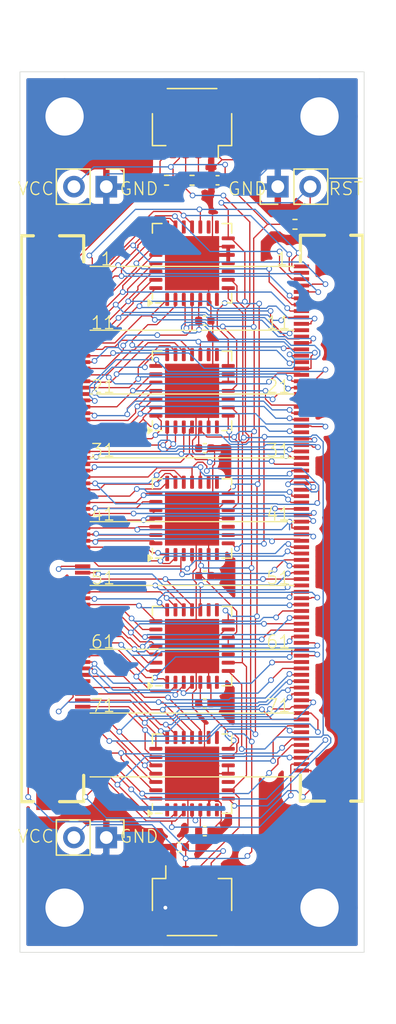
<source format=kicad_pcb>
(kicad_pcb (version 20241229) (generator "pcbnew") (generator_version "9.0")
  (layers (0 "F.Cu" signal) (2 "B.Cu" signal) (13 "F.Paste" user) (15 "B.Paste" user) (5 "F.SilkS" user "F.Silkscreen") (7 "B.SilkS" user "B.Silkscreen") (1 "F.Mask" user) (3 "B.Mask" user) (25 "Edge.Cuts" user))
  (net 0 "")
  (net 1 "GND")
  (net 2 "VCC")
  (net 3 "SDA")
  (net 4 "SCL")
  (net 5 "/A60")
  (net 6 "/A74")
  (net 7 "/A69")
  (net 8 "/A45")
  (net 9 "/A5")
  (net 10 "/A56")
  (net 11 "/A51")
  (net 12 "/A21")
  (net 13 "/A38")
  (net 14 "/A14")
  (net 15 "/A61")
  (net 16 "/A44")
  (net 17 "/A55")
  (net 18 "/A31")
  (net 19 "/A33")
  (net 20 "/A70")
  (net 21 "/A22")
  (net 22 "/A50")
  (net 23 "/A78")
  (net 24 "/A37")
  (net 25 "/A79")
  (net 26 "/A77")
  (net 27 "/A49")
  (net 28 "/A65")
  (net 29 "/A46")
  (net 30 "/A24")
  (net 31 "/A41")
  (net 32 "/A16")
  (net 33 "/A64")
  (net 34 "/A43")
  (net 35 "/A32")
  (net 36 "/A57")
  (net 37 "/A23")
  (net 38 "/A1")
  (net 39 "/A13")
  (net 40 "/A20")
  (net 41 "/A75")
  (net 42 "/A9")
  (net 43 "/A62")
  (net 44 "/A2")
  (net 45 "/A18")
  (net 46 "/A15")
  (net 47 "/A30")
  (net 48 "/A42")
  (net 49 "/A47")
  (net 50 "/A71")
  (net 51 "/A53")
  (net 52 "/A19")
  (net 53 "/A27")
  (net 54 "/A52")
  (net 55 "/A0")
  (net 56 "/A28")
  (net 57 "/A72")
  (net 58 "/A12")
  (net 59 "/A54")
  (net 60 "/A73")
  (net 61 "/A63")
  (net 62 "/A8")
  (net 63 "/A29")
  (net 64 "/A48")
  (net 65 "/A4")
  (net 66 "/A26")
  (net 67 "/A36")
  (net 68 "/A67")
  (net 69 "/A6")
  (net 70 "/A7")
  (net 71 "/A11")
  (net 72 "/A66")
  (net 73 "/A58")
  (net 74 "/A40")
  (net 75 "/A39")
  (net 76 "/A68")
  (net 77 "/A76")
  (net 78 "/A59")
  (net 79 "/A34")
  (net 80 "/A17")
  (net 81 "/A25")
  (net 82 "/A10")
  (net 83 "/A35")
  (net 84 "/A3")
  (net 86 "SCK")
  (net 90 "~{RESET}")
  (footprint "Capacitor_SMD:C_0402_1005Metric" (layer "F.Cu") (at 138.5 89.25 180)
    (property "Reference" "C2" (hide yes))
    (property "Value" "10uF")
  )
  (footprint "Capacitor_SMD:C_0402_1005Metric" (layer "F.Cu") (at 141.5 37 180)
    (property "Reference" "C1" (hide yes))
    (property "Value" "10uF")
  )
  (footprint "Capacitor_SMD:C_0402_1005Metric" (layer "F.Cu") (at 140.5 78)
    (property "Reference" "C6" (hide yes))
    (property "Value" "0.1uF")
  )
  (footprint "Resistor_SMD:R_0402_1005Metric" (layer "F.Cu") (at 139.5 37 180)
    (property "Reference" "R1" (hide yes))
    (property "Value" "10K")
  )
  (footprint "Connector_PinHeader_2.54mm:PinHeader_1x02_P2.54mm_Vertical" (layer "F.Cu") (at 132.775 37.5 -90)
    (property "Reference" "J11" (hide yes))
    (property "Value" "Conn_01x02")
  )
  (footprint "Resistor_SMD:R_0402_1005Metric" (layer "F.Cu") (at 137.5 37 180)
    (property "Reference" "R2" (hide yes))
    (property "Value" "10K")
  )
  (footprint "Connector_JST:JST_SH_SM04B-SRSS-TB_1x04-1MP_P1.00mm_Horizontal" (layer "F.Cu") (at 139.5 93.5)
    (property "Reference" "J1" (hide yes))
    (property "Value" "Conn_01x04")
  )
  (footprint "Capacitor_SMD:C_0402_1005Metric" (layer "F.Cu") (at 140.5 88)
    (property "Reference" "C7" (hide yes))
    (property "Value" "0.1uF")
  )
  (footprint "Package_DFN_QFN:QFN-28-1EP_6x6mm_P0.65mm_EP4.25x4.25mm" (layer "F.Cu") (at 139.5 43.5 90)
    (property "Reference" "U1" (hide yes))
    (property "Value" "MCP23017_ML")
  )
  (footprint "Package_DFN_QFN:QFN-28-1EP_6x6mm_P0.65mm_EP4.25x4.25mm" (layer "F.Cu") (at 139.5 63.5 90)
    (property "Reference" "U3" (hide yes))
    (property "Value" "MCP23017_ML")
  )
  (footprint "MountingHole:MountingHole_3mm_Pad" (layer "F.Cu") (at 149.5 94 -90)
    (property "Reference" "H3" (hide yes))
    (property "Value" "MountingHole_3mm_Pad")
  )
  (footprint "Connector_PinHeader_2.54mm:PinHeader_1x02_P2.54mm_Vertical" (layer "F.Cu") (at 146.225 37.5 90)
    (property "Reference" "J4" (hide yes))
    (property "Value" "Conn_01x02")
  )
  (footprint "Capacitor_SMD:C_0402_1005Metric" (layer "F.Cu") (at 140.5 68)
    (property "Reference" "C5" (hide yes))
    (property "Value" "0.1uF")
  )
  (footprint "MountingHole:MountingHole_3mm_Pad" (layer "F.Cu") (at 129.5 94 -90)
    (property "Reference" "H4" (hide yes))
    (property "Value" "MountingHole_3mm_Pad")
  )
  (footprint "Connector_PinHeader_2.54mm:PinHeader_1x02_P2.54mm_Vertical" (layer "F.Cu") (at 132.775 88.5 -90)
    (property "Reference" "J10" (hide yes))
    (property "Value" "Conn_01x02")
  )
  (footprint "MountingHole:MountingHole_3mm_Pad" (layer "F.Cu") (at 129.5 32 -90)
    (property "Reference" "H2" (hide yes))
    (property "Value" "MountingHole_3mm_Pad")
  )
  (footprint "Package_DFN_QFN:QFN-28-1EP_6x6mm_P0.65mm_EP4.25x4.25mm" (layer "F.Cu") (at 139.5 53.5 90)
    (property "Reference" "U2" (hide yes))
    (property "Value" "MCP23017_ML")
  )
  (footprint "Capacitor_SMD:C_0402_1005Metric" (layer "F.Cu") (at 140.5 48)
    (property "Reference" "C3" (hide yes))
    (property "Value" "0.1uF")
  )
  (footprint "Package_DFN_QFN:QFN-28-1EP_6x6mm_P0.65mm_EP4.25x4.25mm" (layer "F.Cu") (at 139.5 73.5 90)
    (property "Reference" "U4" (hide yes))
    (property "Value" "MCP23017_ML")
  )
  (footprint "Capacitor_SMD:C_0402_1005Metric" (layer "F.Cu") (at 140.5 58)
    (property "Reference" "C4" (hide yes))
    (property "Value" "0.1uF")
  )
  (footprint "Connector_FFC-FPC:FPC-SMD_THD0518-80CL-GF" (layer "F.Cu") (at 149.5 63.5 90)
    (property "Reference" "J5" (hide yes))
    (property "Value" "Conn_01x80")
  )
  (footprint "Resistor_SMD:R_0402_1005Metric" (layer "F.Cu") (at 147.575 40.45)
    (property "Reference" "R3" (hide yes))
    (property "Value" "10K")
  )
  (footprint "Connector_JST:JST_SH_SM04B-SRSS-TB_1x04-1MP_P1.00mm_Horizontal" (layer "F.Cu") (at 139.5 32.5 180)
    (property "Reference" "J2" (hide yes))
    (property "Value" "Conn_01x04")
  )
  (footprint "Connector_FFC-FPC:FPC-SMD_THD0518-80CL-GF" (layer "F.Cu") (at 129.5 63.5 -90)
    (property "Reference" "J3" (hide yes))
    (property "Value" "Conn_01x80")
  )
  (footprint "MountingHole:MountingHole_3mm_Pad" (layer "F.Cu") (at 149.5 32 -90)
    (property "Reference" "H1" (hide yes))
    (property "Value" "MountingHole_3mm_Pad")
  )
  (footprint "Package_DFN_QFN:QFN-28-1EP_6x6mm_P0.65mm_EP4.25x4.25mm" (layer "F.Cu") (at 139.5 83.5 90)
    (property "Reference" "U5" (hide yes))
    (property "Value" "MCP23017_ML")
  )
  (gr_line (start 147.5 43.75) (end 131.5 43.75) (stroke (width 0.1)) (layer "F.SilkS"))
  (gr_line (start 147.5 83.75) (end 131.5 83.75) (stroke (width 0.1)) (layer "F.SilkS"))
  (gr_line (start 147.5 48.75) (end 131.5 48.75) (stroke (width 0.1)) (layer "F.SilkS"))
  (gr_line (start 147.5 53.75) (end 131.5 53.75) (stroke (width 0.1)) (layer "F.SilkS"))
  (gr_line (start 147.5 73.75) (end 131.5 73.75) (stroke (width 0.1)) (layer "F.SilkS"))
  (gr_line (start 147.5 63.75) (end 131.5 63.75) (stroke (width 0.1)) (layer "F.SilkS"))
  (gr_line (start 147.5 78.75) (end 131.5 78.75) (stroke (width 0.1)) (layer "F.SilkS"))
  (gr_line (start 147.5 68.75) (end 131.5 68.75) (stroke (width 0.1)) (layer "F.SilkS"))
  (gr_line (start 147.5 58.75) (end 131.5 58.75) (stroke (width 0.1)) (layer "F.SilkS"))
  (gr_rect (start 126 28.5) (end 153 97.5) (stroke (width 0.05)) (fill no) (layer "Edge.Cuts"))
  (gr_text "~{RST}" (at 150.145 38.25 0) (layer "F.SilkS") (effects (font (size 1 1) (thickness 0.1)) (justify left bottom)))
  (gr_text "71" (at 145.25 78.75 0) (layer "F.SilkS") (effects (font (size 1 1) (thickness 0.1)) (justify left bottom)))
  (gr_text "51" (at 131.5 68.75 0) (layer "F.SilkS") (effects (font (size 1 1) (thickness 0.1)) (justify left bottom)))
  (gr_text "21" (at 145.25 53.75 0) (layer "F.SilkS") (effects (font (size 1 1) (thickness 0.1)) (justify left bottom)))
  (gr_text "21" (at 131.5 53.75 0) (layer "F.SilkS") (effects (font (size 1 1) (thickness 0.1)) (justify left bottom)))
  (gr_text "41" (at 145.25 63.75 0) (layer "F.SilkS") (effects (font (size 1 1) (thickness 0.1)) (justify left bottom)))
  (gr_text "GND" (at 133.75 89 0) (layer "F.SilkS") (effects (font (size 1 1) (thickness 0.1)) (justify left bottom)))
  (gr_text "VCC" (at 125.75 38.25 0) (layer "F.SilkS") (effects (font (size 1 1) (thickness 0.1)) (justify left bottom)))
  (gr_text "GND" (at 133.75 38.25 0) (layer "F.SilkS") (effects (font (size 1 1) (thickness 0.1)) (justify left bottom)))
  (gr_text "31" (at 131.5 58.75 0) (layer "F.SilkS") (effects (font (size 1 1) (thickness 0.1)) (justify left bottom)))
  (gr_text "61" (at 131.5 73.75 0) (layer "F.SilkS") (effects (font (size 1 1) (thickness 0.1)) (justify left bottom)))
  (gr_text " 1" (at 145.25 43.75 0) (layer "F.SilkS") (effects (font (size 1 1) (thickness 0.1)) (justify left bottom)))
  (gr_text "11\n" (at 145.25 48.75 0) (layer "F.SilkS") (effects (font (size 1 1) (thickness 0.1)) (justify left bottom)))
  (gr_text "41" (at 131.5 63.75 0) (layer "F.SilkS") (effects (font (size 1 1) (thickness 0.1)) (justify left bottom)))
  (gr_text " 1" (at 131.5 43.75 0) (layer "F.SilkS") (effects (font (size 1 1) (thickness 0.1)) (justify left bottom)))
  (gr_text "GND" (at 142.25 38.25 0) (layer "F.SilkS") (effects (font (size 1 1) (thickness 0.1)) (justify left bottom)))
  (gr_text "51" (at 145.25 68.75 0) (layer "F.SilkS") (effects (font (size 1 1) (thickness 0.1)) (justify left bottom)))
  (gr_text "71" (at 131.5 78.75 0) (layer "F.SilkS") (effects (font (size 1 1) (thickness 0.1)) (justify left bottom)))
  (gr_text "11\n" (at 131.5 48.75 0) (layer "F.SilkS") (effects (font (size 1 1) (thickness 0.1)) (justify left bottom)))
  (gr_text "31" (at 145.25 58.75 0) (layer "F.SilkS") (effects (font (size 1 1) (thickness 0.1)) (justify left bottom)))
  (gr_text "VCC" (at 125.75 89 0) (layer "F.SilkS") (effects (font (size 1 1) (thickness 0.1)) (justify left bottom)))
  (gr_text "61" (at 145.25 73.75 0) (layer "F.SilkS") (effects (font (size 1 1) (thickness 0.1)) (justify left bottom)))
  (segment (start 142.3375 83.5) (end 141.4928 83.5) (width 0.1) (layer "F.Cu") (net 1))
  (segment (start 141.02 36.2221) (end 141.8514 35.3907) (width 0.1) (layer "F.Cu") (net 1))
  (segment (start 140.8 86.3375) (end 140.8709 86.2666) (width 0.1) (layer "F.Cu") (net 1))
  (segment (start 140.8709 85.6932) (end 140.9891 85.575) (width 0.1) (layer "F.Cu") (net 1))
  (segment (start 141.102 37.082) (end 141.102 42.2) (width 0.1) (layer "F.Cu") (net 1))
  (segment (start 146.225 37.5) (end 145.2233 37.5) (width 0.1) (layer "F.Cu") (net 1))
  (segment (start 140.8 53.5428) (end 140.8 56.3375) (width 0.1) (layer "F.Cu") (net 1))
  (segment (start 140.8 63.5) (end 140.8 66.3375) (width 0.1) (layer "F.Cu") (net 1))
  (segment (start 139.5784 67.6611) (end 139.825 67.4145) (width 0.1) (layer "F.Cu") (net 1))
  (segment (start 141.2609 85.575) (end 141.3589 85.673) (width 0.1) (layer "F.Cu") (net 1))
  (segment (start 141.3589 85.673) (end 141.6189 85.673) (width 0.1) (layer "F.Cu") (net 1))
  (segment (start 141.6189 85.673) (end 141.7863 85.8404) (width 0.1) (layer "F.Cu") (net 1))
  (segment (start 141.125 53.2178) (end 141.125 52.85) (width 0.1) (layer "F.Cu") (net 1))
  (segment (start 139.5 63.5) (end 140.8 63.5) (width 0.1) (layer "F.Cu") (net 1))
  (segment (start 141.125 52.85) (end 141.125 48.145) (width 0.1) (layer "F.Cu") (net 1))
  (segment (start 140.9839 84.0089) (end 140.475 83.5) (width 0.1) (layer "F.Cu") (net 1))
  (segment (start 140.98 46.5175) (end 140.8 46.3375) (width 0.1) (layer "F.Cu") (net 1))
  (segment (start 139.175 88.095) (end 139.175 83.825) (width 0.1) (layer "F.Cu") (net 1))
  (segment (start 141.6202 62.6798) (end 141.6202 63.5) (width 0.1) (layer "F.Cu") (net 1))
  (segment (start 141.7863 85.8404) (end 141.7863 87.1937) (width 0.1) (layer "F.Cu") (net 1))
  (segment (start 139.5415 78.304) (end 139.5415 77.1755) (width 0.1) (layer "F.Cu") (net 1))
  (segment (start 139.5 83.5) (end 140.475 83.5) (width 0.1) (layer "F.Cu") (net 1))
  (segment (start 141.02 37) (end 141.02 36.2221) (width 0.1) (layer "F.Cu") (net 1))
  (segment (start 139.825 67.4145) (end 139.825 63.825) (width 0.1) (layer "F.Cu") (net 1))
  (segment (start 142.3375 42.2) (end 141.102 42.2) (width 0.1) (layer "F.Cu") (net 1))
  (segment (start 138.02 89.25) (end 139.175 88.095) (width 0.1) (layer "F.Cu") (net 1))
  (segment (start 129.5 32) (end 132.775 35.275) (width 0.1) (layer "F.Cu") (net 1))
  (segment (start 141.125 63.5) (end 141.6202 63.5) (width 0.1) (layer "F.Cu") (net 1))
  (segment (start 139.825 63.825) (end 139.5 63.5) (width 0.1) (layer "F.Cu") (net 1))
  (segment (start 140.98 68) (end 140.8 67.82) (width 0.1) (layer "F.Cu") (net 1))
  (segment (start 140.8 73.5148) (end 140.8 76.3375) (width 0.1) (layer "F.Cu") (net 1))
  (segment (start 141.2695 59.2451) (end 141.2695 58.2895) (width 0.1) (layer "F.Cu") (net 1))
  (segment (start 140.98 58) (end 140.4941 58.4859) (width 0.1) (layer "F.Cu") (net 1))
  (segment (start 139.5428 53.5428) (end 139.5 53.5) (width 0.1) (layer "F.Cu") (net 1))
  (segment (start 141.2695 58.2895) (end 140.98 58) (width 0.1) (layer "F.Cu") (net 1))
  (segment (start 139.825 68.5283) (end 139.5784 68.2817) (width 0.1) (layer "F.Cu") (net 1))
  (segment (start 141.8514 35.3907) (end 143.114 35.3907) (width 0.1) (layer "F.Cu") (net 1))
  (segment (start 140.8709 86.2666) (end 140.8709 85.6932) (width 0.1) (layer "F.Cu") (net 1))
  (segment (start 139.825 73.5) (end 139.825 68.5283) (width 0.1) (layer "F.Cu") (net 1))
  (segment (start 141 34.5393) (end 141 34.5) (width 0.1) (layer "F.Cu") (net 1))
  (segment (start 139.7367 58.4859) (end 139.5388 58.288) (width 0.1) (layer "F.Cu") (net 1))
  (segment (start 140.98 76.5175) (end 140.98 78) (width 0.1) (layer "F.Cu") (net 1))
  (segment (start 139.8102 57.1153) (end 139.8102 53.5428) (width 0.1) (layer "F.Cu") (net 1))
  (segment (start 140.8 53.5428) (end 141.125 53.2178) (width 0.1) (layer "F.Cu") (net 1))
  (segment (start 141.02 37) (end 141.102 37.082) (width 0.1) (layer "F.Cu") (net 1))
  (segment (start 141.102 42.2) (end 140.8 42.2) (width 0.1) (layer "F.Cu") (net 1))
  (segment (start 142.3375 52.2) (end 142.3375 52.85) (width 0.1) (layer "F.Cu") (net 1))
  (segment (start 140.98 48) (end 140.98 46.5175) (width 0.1) (layer "F.Cu") (net 1))
  (segment (start 138 93.2129) (end 138 91.5) (width 0.1) (layer "F.Cu") (net 1))
  (segment (start 141.125 48.145) (end 140.98 48) (width 0.1) (layer "F.Cu") (net 1))
  (segment (start 140.4941 58.4859) (end 139.7367 58.4859) (width 0.1) (layer "F.Cu") (net 1))
  (segment (start 140.475 79.2375) (end 139.5415 78.304) (width 0.1) (layer "F.Cu") (net 1))
  (segment (start 140.9891 85.575) (end 141.2609 85.575) (width 0.1) (layer "F.Cu") (net 1))
  (segment (start 143.114 35.3907) (end 145.2233 37.5) (width 0.1) (layer "F.Cu") (net 1))
  (segment (start 140.8 44.8) (end 140.8 46.3375) (width 0.1) (layer "F.Cu") (net 1))
  (segment (start 138 89.27) (end 138.02 89.25) (width 0.1) (layer "F.Cu") (net 1))
  (segment (start 139.825 73.5148) (end 139.825 73.5) (width 0.1) (layer "F.Cu") (net 1))
  (segment (start 140.9839 84.0089) (end 140.8 84.1928) (width 0.1) (layer "F.Cu") (net 1))
  (segment (start 139.5784 68.2817) (end 139.5784 67.6611) (width 0.1) (layer "F.Cu") (net 1))
  (segment (start 142.1148 72.2) (end 140.8 73.5148) (width 0.1) (layer "F.Cu") (net 1))
  (segment (start 139.5 43.5) (end 140.8 44.8) (width 0.1) (layer "F.Cu") (net 1))
  (segment (start 139.175 83.825) (end 139.5 83.5) (width 0.1) (layer "F.Cu") (net 1))
  (segment (start 139.8102 53.5428) (end 139.5428 53.5428) (width 0.1) (layer "F.Cu") (net 1))
  (segment (start 142.3375 42.2) (end 142.3375 42.85) (width 0.1) (layer "F.Cu") (net 1))
  (segment (start 139.5415 77.1755) (end 139.825 76.892) (width 0.1) (layer "F.Cu") (net 1))
  (segment (start 138 91.5) (end 138 89.27) (width 0.1) (layer "F.Cu") (net 1))
  (segment (start 141.125 59.3896) (end 141.2695 59.2451) (width 0.1) (layer "F.Cu") (net 1))
  (segment (start 142.3375 52.85) (end 141.125 52.85) (width 0.1) (layer "F.Cu") (net 1))
  (segment (start 142.3375 43.5) (end 142.3375 42.85) (width 0.1) (layer "F.Cu") (net 1))
  (segment (start 140.475 83.5) (end 140.475 79.2375) (width 0.1) (layer "F.Cu") (net 1))
  (segment (start 140.8 63.5) (end 141.125 63.5) (width 0.1) (layer "F.Cu") (net 1))
  (segment (start 139.5388 57.3867) (end 139.8102 57.1153) (width 0.1) (layer "F.Cu") (net 1))
  (segment (start 137.4082 93.8047) (end 138 93.2129) (width 0.1) (layer "F.Cu") (net 1))
  (segment (start 142.1 62.2) (end 141.6202 62.6798) (width 0.1) (layer "F.Cu") (net 1))
  (segment (start 140.8 84.1928) (end 140.8 86.3375) (width 0.1) (layer "F.Cu") (net 1))
  (segment (start 141.4928 83.5) (end 140.9839 84.0089) (width 0.1) (layer "F.Cu") (net 1))
  (segment (start 141.6202 63.5) (end 142.3375 63.5) (width 0.1) (layer "F.Cu") (net 1))
  (segment (start 140.8 73.5148) (end 139.825 73.5148) (width 0.1) (layer "F.Cu") (net 1))
  (segment (start 141.125 63.5) (end 141.125 59.3896) (width 0.1) (layer "F.Cu") (net 1))
  (segment (start 140.8 53.5428) (end 139.8102 53.5428) (width 0.1) (layer "F.Cu") (net 1))
  (segment (start 132.775 35.275) (end 132.775 37.5) (width 0.1) (layer "F.Cu") (net 1))
  (segment (start 139.5388 58.288) (end 139.5388 57.3867) (width 0.1) (layer "F.Cu") (net 1))
  (segment (start 142.3375 72.2) (end 142.1148 72.2) (width 0.1) (layer "F.Cu") (net 1))
  (segment (start 141.8514 35.3907) (end 141 34.5393) (width 0.1) (layer "F.Cu") (net 1))
  (segment (start 140.8 67.82) (end 140.8 66.3375) (width 0.1) (layer "F.Cu") (net 1))
  (segment (start 142.3375 62.2) (end 142.1 62.2) (width 0.1) (layer "F.Cu") (net 1))
  (segment (start 142.3375 83.5) (end 142.3375 82.85) (width 0.1) (layer "F.Cu") (net 1))
  (segment (start 139.825 76.892) (end 139.825 73.5148) (width 0.1) (layer "F.Cu") (net 1))
  (segment (start 137.4082 94) (end 137.4082 93.8047) (width 0.1) (layer "F.Cu") (net 1))
  (segment (start 141.7863 87.1937) (end 140.98 88) (width 0.1) (layer "F.Cu") (net 1))
  (segment (start 140.8 42.2) (end 139.5 43.5) (width 0.1) (layer "F.Cu") (net 1))
  (segment (start 140.8 76.3375) (end 140.98 76.5175) (width 0.1) (layer "F.Cu") (net 1))
  (segment (start 139.5 73.5) (end 139.825 73.5) (width 0.1) (layer "F.Cu") (net 1))
  (via (at 137.4082 94) (size 0.45) (drill 0.3) (layers "F.Cu" "B.Cu") (net 1))
  (segment (start 132.775 37.5) (end 132.775 36.4983) (width 0.1) (layer "B.Cu") (net 1))
  (segment (start 132.775 88.5) (end 132.775 89.5017) (width 0.1) (layer "B.Cu") (net 1))
  (segment (start 129.5 92.7767) (end 129.5 94) (width 0.1) (layer "B.Cu") (net 1))
  (segment (start 149.5 32) (end 144.825 36.675) (width 0.1) (layer "B.Cu") (net 1))
  (segment (start 144.6483 36.4983) (end 132.775 36.4983) (width 0.1) (layer "B.Cu") (net 1))
  (segment (start 149.5 94) (end 137.4082 94) (width 0.1) (layer "B.Cu") (net 1))
  (segment (start 144.825 36.675) (end 144.6483 36.4983) (width 0.1) (layer "B.Cu") (net 1))
  (segment (start 132.775 89.5017) (end 129.5 92.7767) (width 0.1) (layer "B.Cu") (net 1))
  (segment (start 144.825 37.1017) (end 145.2233 37.5) (width 0.1) (layer "B.Cu") (net 1))
  (segment (start 137.4082 94) (end 129.5 94) (width 0.1) (layer "B.Cu") (net 1))
  (segment (start 146.225 37.5) (end 145.2233 37.5) (width 0.1) (layer "B.Cu") (net 1))
  (segment (start 144.825 36.675) (end 144.825 37.1017) (width 0.1) (layer "B.Cu") (net 1))
  (segment (start 143.131 62.2721) (end 142.5531 62.85) (width 0.1) (layer "F.Cu") (net 2))
  (segment (start 144.3362 41.5438) (end 144.3362 48.4905) (width 0.1) (layer "F.Cu") (net 2))
  (segment (start 140.02 88) (end 138.98 89.04) (width 0.1) (layer "F.Cu") (net 2))
  (segment (start 145.43 40.45) (end 141.98 37) (width 0.1) (layer "F.Cu") (net 2))
  (segment (start 137.8368 35.9515) (end 138.01 36.1247) (width 0.1) (layer "F.Cu") (net 2))
  (segment (start 140.02 78) (end 140.15 77.87) (width 0.1) (layer "F.Cu") (net 2))
  (segment (start 140.02 56.4675) (end 140.02 58) (width 0.1) (layer "F.Cu") (net 2))
  (segment (start 142.4862 80.3806) (end 140.15 78.0444) (width 0.1) (layer "F.Cu") (net 2))
  (segment (start 144.375 48.5293) (end 144.3362 48.4905) (width 0.1) (layer "F.Cu") (net 2))
  (segment (start 140.15 87.87) (end 140.02 88) (width 0.1) (layer "F.Cu") (net 2))
  (segment (start 142.8012 57.1185) (end 142.8012 57.2274) (width 0.1) (layer "F.Cu") (net 2))
  (segment (start 140.2109 67.1927) (end 140.15 67.1927) (width 0.1) (layer "F.Cu") (net 2))
  (segment (start 144.1645 67.382) (end 144.1645 56.8912) (width 0.1) (layer "F.Cu") (net 2))
  (segment (start 144.1828 89.6047) (end 144.1828 80.985) (width 0.1) (layer "F.Cu") (net 2))
  (segment (start 140.15 67.1927) (end 140.15 66.3375) (width 0.1) (layer "F.Cu") (net 2))
  (segment (start 144.0964 67.4501) (end 144.0964 80.8986) (width 0.1) (layer "F.Cu") (net 2))
  (segment (start 142.5846 82.2) (end 143.0166 81.768) (width 0.1) (layer "F.Cu") (net 2))
  (segment (start 140.02 68) (end 140.15 67.87) (width 0.1) (layer "F.Cu") (net 2))
  (segment (start 140.6824 57.1185) (end 142.8012 57.1185) (width 0.1) (layer "F.Cu") (net 2))
  (segment (start 140 34.2851) (end 140 34.5) (width 0.1) (layer "F.Cu") (net 2))
  (segment (start 140.0484 48.0284) (end 140.02 48) (width 0.1) (layer "F.Cu") (net 2))
  (segment (start 142.0946 35.7719) (end 142.0946 36.8854) (width 0.1) (layer "F.Cu") (net 2))
  (segment (start 143.002 53.0468) (end 142.5488 53.5) (width 0.1) (layer "F.Cu") (net 2))
  (segment (start 142.7846 80.3806) (end 142.4862 80.3806) (width 0.1) (layer "F.Cu") (net 2))
  (segment (start 137.8368 35.9515) (end 138.5 35.2883) (width 0.1) (layer "F.Cu") (net 2))
  (segment (start 140.15 78.0444) (end 140.15 77.8097) (width 0.1) (layer "F.Cu") (net 2))
  (segment (start 138.5 33.7769) (end 138.7468 33.5301) (width 0.1) (layer "F.Cu") (net 2))
  (segment (start 145.43 40.45) (end 144.3362 41.5438) (width 0.1) (layer "F.Cu") (net 2))
  (segment (start 143.0166 81.1718) (end 143.1402 81.0482) (width 0.1) (layer "F.Cu") (net 2))
  (segment (start 143.843 89.9445) (end 144.1828 89.6047) (width 0.1) (layer "F.Cu") (net 2))
  (segment (start 142.3375 72.85) (end 142.3375 73.5) (width 0.1) (layer "F.Cu") (net 2))
  (segment (start 140.0484 48.7148) (end 140.0484 48.0284) (width 0.1) (layer "F.Cu") (net 2))
  (segment (start 140.15 56.3375) (end 140.15 56.5861) (width 0.1) (layer "F.Cu") (net 2))
  (segment (start 138.01 36.1247) (end 138.01 37) (width 0.1) (layer "F.Cu") (net 2))
  (segment (start 142.5531 62.85) (end 142.3375 62.85) (width 0.1) (layer "F.Cu") (net 2))
  (segment (start 143.002 72.3985) (end 142.5505 72.85) (width 0.1) (layer "F.Cu") (net 2))
  (segment (start 143.002 49.547) (end 143.002 53.0468) (width 0.1) (layer "F.Cu") (net 2))
  (segment (start 140.15 67.87) (end 140.15 67.8097) (width 0.1) (layer "F.Cu") (net 2))
  (segment (start 142.0946 36.8854) (end 141.98 37) (width 0.1) (layer "F.Cu") (net 2))
  (segment (start 143.131 57.5572) (end 143.131 62.2721) (width 0.1) (layer "F.Cu") (net 2))
  (segment (start 143.0166 81.768) (end 143.0166 81.1718) (width 0.1) (layer "F.Cu") (net 2))
  (segment (start 143.1402 80.7362) (end 142.7846 80.3806) (width 0.1) (layer "F.Cu") (net 2))
  (segment (start 139 89.27) (end 139 90.1424) (width 0.1) (layer "F.Cu") (net 2))
  (segment (start 143.1402 81.0482) (end 143.1402 80.7362) (width 0.1) (layer "F.Cu") (net 2))
  (segment (start 144.1645 67.382) (end 144.0964 67.4501) (width 0.1) (layer "F.Cu") (net 2))
  (segment (start 140 36.99) (end 140.01 37) (width 0.1) (layer "F.Cu") (net 2))
  (segment (start 140.15 56.3375) (end 140.02 56.4675) (width 0.1) (layer "F.Cu") (net 2))
  (segment (start 142.8012 57.2274) (end 143.131 57.5572) (width 0.1) (layer "F.Cu") (net 2))
  (segment (start 139.245 33.5301) (end 140 34.2851) (width 0.1) (layer "F.Cu") (net 2))
  (segment (start 140.02 48) (end 140.02 46.4675) (width 0.1) (layer "F.Cu") (net 2))
  (segment (start 140.15 67.9105) (end 143.002 70.7625) (width 0.1) (layer "F.Cu") (net 2))
  (segment (start 139 90.1424) (end 139 91.5) (width 0.1) (layer "F.Cu") (net 2))
  (segment (start 138.98 89.25) (end 139 89.27) (width 0.1) (layer "F.Cu") (net 2))
  (segment (start 144.0964 80.8986) (end 144.1828 80.985) (width 0.1) (layer "F.Cu") (net 2))
  (segment (start 140.15 77.87) (end 140.15 77.8097) (width 0.1) (layer "F.Cu") (net 2))
  (segment (start 142.3375 82.2) (end 142.5846 82.2) (width 0.1) (layer "F.Cu") (net 2))
  (segment (start 140.02 46.4675) (end 140.15 46.3375) (width 0.1) (layer "F.Cu") (net 2))
  (segment (start 142.5488 53.5) (end 142.3375 53.5) (width 0.1) (layer "F.Cu") (net 2))
  (segment (start 141.9083 48.4533) (end 143.002 49.547) (width 0.1) (layer "F.Cu") (net 2))
  (segment (start 140.15 67.8097) (end 140.15 67.1927) (width 0.1) (layer "F.Cu") (net 2))
  (segment (start 142.5505 72.85) (end 142.3375 72.85) (width 0.1) (layer "F.Cu") (net 2))
  (segment (start 138.7468 33.5301) (end 139.245 33.5301) (width 0.1) (layer "F.Cu") (net 2))
  (segment (start 140.15 56.5861) (end 140.6824 57.1185) (width 0.1) (layer "F.Cu") (net 2))
  (segment (start 143.002 70.7625) (end 143.002 72.3985) (width 0.1) (layer "F.Cu") (net 2))
  (segment (start 140.15 77.8097) (end 140.15 76.3375) (width 0.1) (layer "F.Cu") (net 2))
  (segment (start 147.065 40.45) (end 145.43 40.45) (width 0.1) (layer "F.Cu") (net 2))
  (segment (start 140 34.5) (end 140 36.99) (width 0.1) (layer "F.Cu") (net 2))
  (segment (start 138.5 35.2883) (end 138.5 33.7769) (width 0.1) (layer "F.Cu") (net 2))
  (segment (start 144.375 56.6807) (end 144.375 48.5293) (width 0.1) (layer "F.Cu") (net 2))
  (segment (start 140.15 86.3375) (end 140.15 87.87) (width 0.1) (layer "F.Cu") (net 2))
  (segment (start 138.98 89.04) (end 138.98 89.25) (width 0.1) (layer "F.Cu") (net 2))
  (segment (start 144.1645 56.8912) (end 144.375 56.6807) (width 0.1) (layer "F.Cu") (net 2))
  (segment (start 140.15 67.8097) (end 140.15 67.9105) (width 0.1) (layer "F.Cu") (net 2))
  (via (at 144.1645 67.382) (size 0.45) (drill 0.3) (layers "F.Cu" "B.Cu") (net 2))
  (via (at 144.1828 80.985) (size 0.45) (drill 0.3) (layers "F.Cu" "B.Cu") (net 2))
  (via (at 142.4862 80.3806) (size 0.45) (drill 0.3) (layers "F.Cu" "B.Cu") (net 2))
  (via (at 140.2109 67.1927) (size 0.45) (drill 0.3) (layers "F.Cu" "B.Cu") (net 2))
  (via (at 137.8368 35.9515) (size 0.45) (drill 0.3) (layers "F.Cu" "B.Cu") (net 2))
  (via (at 143.843 89.9445) (size 0.45) (drill 0.3) (layers "F.Cu" "B.Cu") (net 2))
  (via (at 144.375 56.6807) (size 0.45) (drill 0.3) (layers "F.Cu" "B.Cu") (net 2))
  (via (at 142.0946 35.7719) (size 0.45) (drill 0.3) (layers "F.Cu" "B.Cu") (net 2))
  (via (at 144.3362 48.4905) (size 0.45) (drill 0.3) (layers "F.Cu" "B.Cu") (net 2))
  (via (at 142.8012 57.1185) (size 0.45) (drill 0.3) (layers "F.Cu" "B.Cu") (net 2))
  (via (at 141.9083 48.4533) (size 0.45) (drill 0.3) (layers "F.Cu" "B.Cu") (net 2))
  (via (at 140.0484 48.7148) (size 0.45) (drill 0.3) (layers "F.Cu" "B.Cu") (net 2))
  (via (at 139 90.1424) (size 0.45) (drill 0.3) (layers "F.Cu" "B.Cu") (net 2))
  (segment (start 140.4002 67.382) (end 140.2109 67.1927) (width 0.1) (layer "B.Cu") (net 2))
  (segment (start 144.375 56.6807) (end 143.239 56.6807) (width 0.1) (layer "B.Cu") (net 2))
  (segment (start 140.0484 48.7148) (end 139.7959 48.9673) (width 0.1) (layer "B.Cu") (net 2))
  (segment (start 131.2367 87.4983) (end 136.3559 87.4983) (width 0.1) (layer "B.Cu") (net 2))
  (segment (start 138.9634 48.1363) (end 140.5017 48.1363) (width 0.1) (layer "B.Cu") (net 2))
  (segment (start 130.235 88.5) (end 131.2367 87.4983) (width 0.1) (layer "B.Cu") (net 2))
  (segment (start 144.299 48.4533) (end 144.3362 48.4905) (width 0.1) (layer "B.Cu") (net 2))
  (segment (start 141.9083 48.4533) (end 144.299 48.4533) (width 0.1) (layer "B.Cu") (net 2))
  (segment (start 138.6702 48.7348) (end 138.6702 48.4295) (width 0.1) (layer "B.Cu") (net 2))
  (segment (start 138.0164 35.7719) (end 142.0946 35.7719) (width 0.1) (layer "B.Cu") (net 2))
  (segment (start 139.7959 48.9673) (end 138.9027 48.9673) (width 0.1) (layer "B.Cu") (net 2))
  (segment (start 130.235 37.5) (end 131.7835 35.9515) (width 0.1) (layer "B.Cu") (net 2))
  (segment (start 136.3559 87.4983) (end 139 90.1424) (width 0.1) (layer "B.Cu") (net 2))
  (segment (start 144.1828 80.985) (end 143.5784 80.3806) (width 0.1) (layer "B.Cu") (net 2))
  (segment (start 140.5017 48.1363) (end 140.8187 48.4533) (width 0.1) (layer "B.Cu") (net 2))
  (segment (start 143.239 56.6807) (end 142.8012 57.1185) (width 0.1) (layer "B.Cu") (net 2))
  (segment (start 138.9027 48.9673) (end 138.6702 48.7348) (width 0.1) (layer "B.Cu") (net 2))
  (segment (start 139 90.1424) (end 143.6451 90.1424) (width 0.1) (layer "B.Cu") (net 2))
  (segment (start 131.7835 35.9515) (end 137.8368 35.9515) (width 0.1) (layer "B.Cu") (net 2))
  (segment (start 137.8368 35.9515) (end 138.0164 35.7719) (width 0.1) (layer "B.Cu") (net 2))
  (segment (start 138.6702 48.4295) (end 138.9634 48.1363) (width 0.1) (layer "B.Cu") (net 2))
  (segment (start 143.6451 90.1424) (end 143.843 89.9445) (width 0.1) (layer "B.Cu") (net 2))
  (segment (start 144.1645 67.382) (end 140.4002 67.382) (width 0.1) (layer "B.Cu") (net 2))
  (segment (start 143.5784 80.3806) (end 142.4862 80.3806) (width 0.1) (layer "B.Cu") (net 2))
  (segment (start 140.8187 48.4533) (end 141.9083 48.4533) (width 0.1) (layer "B.Cu") (net 2))
  (segment (start 139.5406 38.191) (end 138.99 37.6404) (width 0.1) (layer "F.Cu") (net 3))
  (segment (start 140 90.8994) (end 143.1918 87.7076) (width 0.1) (layer "F.Cu") (net 3))
  (segment (start 143.9575 57.293) (end 143.7107 57.5398) (width 0.1) (layer "F.Cu") (net 3))
  (segment (start 143.6703 47.0705) (end 143.6848 47.0851) (width 0.1) (layer "F.Cu") (net 3))
  (segment (start 142.5988 84.8) (end 142.3375 84.8) (width 0.1) (layer "F.Cu") (net 3))
  (segment (start 138.99 37) (end 139 36.99) (width 0.1) (layer "F.Cu") (net 3))
  (segment (start 143.9575 57.0329) (end 143.9575 57.293) (width 0.1) (layer "F.Cu") (net 3))
  (segment (start 143.77 83.6288) (end 143.77 75.1223) (width 0.1) (layer "F.Cu") (net 3))
  (segment (start 143.3988 57.5398) (end 143.4477 57.5398) (width 0.1) (layer "F.Cu") (net 3))
  (segment (start 143.4477 64.8) (end 142.3375 64.8) (width 0.1) (layer "F.Cu") (net 3))
  (segment (start 138.99 37.6404) (end 138.99 37) (width 0.1) (layer "F.Cu") (net 3))
  (segment (start 143.6848 47.0851) (end 143.6848 56.7602) (width 0.1) (layer "F.Cu") (net 3))
  (segment (start 143.0216 46.4219) (end 143.0216 45.2708) (width 0.1) (layer "F.Cu") (net 3))
  (segment (start 142.3375 74.8) (end 143.4477 74.8) (width 0.1) (layer "F.Cu") (net 3))
  (segment (start 143.4477 74.8) (end 143.4477 64.8) (width 0.1) (layer "F.Cu") (net 3))
  (segment (start 143.0216 45.2708) (end 142.5508 44.8) (width 0.1) (layer "F.Cu") (net 3))
  (segment (start 144.0317 46.7091) (end 144.0317 40.269) (width 0.1) (layer "F.Cu") (net 3))
  (segment (start 143.178 55.3914) (end 143.178 57.319) (width 0.1) (layer "F.Cu") (net 3))
  (segment (start 142.3375 54.8) (end 142.5866 54.8) (width 0.1) (layer "F.Cu") (net 3))
  (segment (start 142.5866 54.8) (end 143.178 55.3914) (width 0.1) (layer "F.Cu") (net 3))
  (segment (start 142.5988 84.8) (end 143.77 83.6288) (width 0.1) (layer "F.Cu") (net 3))
  (segment (start 144.0317 40.269) (end 141.9592 38.1965) (width 0.1) (layer "F.Cu") (net 3))
  (segment (start 143.7107 57.5398) (end 143.4477 57.5398) (width 0.1) (layer "F.Cu") (net 3))
  (segment (start 143.1918 85.393) (end 142.5988 84.8) (width 0.1) (layer "F.Cu") (net 3))
  (segment (start 143.1918 87.7076) (end 143.1918 85.393) (width 0.1) (layer "F.Cu") (net 3))
  (segment (start 143.77 75.1223) (end 143.4477 74.8) (width 0.1) (layer "F.Cu") (net 3))
  (segment (start 143.6848 56.7602) (end 143.9575 57.0329) (width 0.1) (layer "F.Cu") (net 3))
  (segment (start 143.6703 47.0705) (end 143.0216 46.4219) (width 0.1) (layer "F.Cu") (net 3))
  (segment (start 143.178 57.319) (end 143.3988 57.5398) (width 0.1) (layer "F.Cu") (net 3))
  (segment (start 143.6703 47.0705) (end 144.0317 46.7091) (width 0.1) (layer "F.Cu") (net 3))
  (segment (start 143.4477 64.8) (end 143.4477 57.5398) (width 0.1) (layer "F.Cu") (net 3))
  (segment (start 142.5508 44.8) (end 142.3375 44.8) (width 0.1) (layer "F.Cu") (net 3))
  (segment (start 139 36.99) (end 139 34.5) (width 0.1) (layer "F.Cu") (net 3))
  (segment (start 140 91.5) (end 140 90.8994) (width 0.1) (layer "F.Cu") (net 3))
  (via (at 141.9592 38.1965) (size 0.45) (drill 0.3) (layers "F.Cu" "B.Cu") (net 3))
  (via (at 139.5406 38.191) (size 0.45) (drill 0.3) (layers "F.Cu" "B.Cu") (net 3))
  (segment (start 141.9537 38.191) (end 139.5406 38.191) (width 0.1) (layer "B.Cu") (net 3))
  (segment (start 141.9592 38.1965) (end 141.9537 38.191) (width 0.1) (layer "B.Cu") (net 3))
  (segment (start 141.9362 89.5593) (end 141 90.4955) (width 0.1) (layer "F.Cu") (net 4))
  (segment (start 141 90.4955) (end 141 91.5) (width 0.1) (layer "F.Cu") (net 4))
  (segment (start 136.6175 37) (end 126.645 46.9725) (width 0.1) (layer "F.Cu") (net 4))
  (segment (start 136.99 35.51) (end 136.99 37) (width 0.1) (layer "F.Cu") (net 4))
  (segment (start 138 34.5) (end 136.99 35.51) (width 0.1) (layer "F.Cu") (net 4))
  (segment (start 126.645 46.9725) (end 126.645 85.3223) (width 0.1) (layer "F.Cu") (net 4))
  (segment (start 136.99 37) (end 136.6175 37) (width 0.1) (layer "F.Cu") (net 4))
  (via (at 126.645 85.3223) (size 0.45) (drill 0.3) (layers "F.Cu" "B.Cu") (net 4))
  (via (at 141.9362 89.5593) (size 0.45) (drill 0.3) (layers "F.Cu" "B.Cu") (net 4))
  (segment (start 128.5886 87.2659) (end 136.9583 87.2659) (width 0.1) (layer "B.Cu") (net 4))
  (segment (start 136.9583 87.2659) (end 139.2517 89.5593) (width 0.1) (layer "B.Cu") (net 4))
  (segment (start 139.2517 89.5593) (end 141.9362 89.5593) (width 0.1) (layer "B.Cu") (net 4))
  (segment (start 126.645 85.3223) (end 128.5886 87.2659) (width 0.1) (layer "B.Cu") (net 4))
  (segment (start 137.273 76.0605) (end 136.6759 76.0605) (width 0.1) (layer "F.Cu") (net 5))
  (segment (start 136.5866 75.9712) (end 135.8933 75.9712) (width 0.1) (layer "F.Cu") (net 5))
  (segment (start 147.3283 74.1764) (end 147.152 74.3527) (width 0.1) (layer "F.Cu") (net 5))
  (segment (start 137.55 76.3375) (end 137.273 76.0605) (width 0.1) (layer "F.Cu") (net 5))
  (segment (start 136.6759 76.0605) (end 136.5866 75.9712) (width 0.1) (layer "F.Cu") (net 5))
  (segment (start 147.3283 73.749) (end 147.3283 74.1764) (width 0.1) (layer "F.Cu") (net 5))
  (segment (start 148.08 73.749) (end 147.3283 73.749) (width 0.1) (layer "F.Cu") (net 5))
  (segment (start 133.6721 73.75) (end 130.92 73.75) (width 0.1) (layer "F.Cu") (net 5))
  (segment (start 135.8933 75.9712) (end 133.6721 73.75) (width 0.1) (layer "F.Cu") (net 5))
  (via (at 147.152 74.3527) (size 0.45) (drill 0.3) (layers "F.Cu" "B.Cu") (net 5))
  (via (at 136.5866 75.9712) (size 0.45) (drill 0.3) (layers "F.Cu" "B.Cu") (net 5))
  (segment (start 136.5866 75.9712) (end 138.2051 74.3527) (width 0.1) (layer "B.Cu") (net 5))
  (segment (start 138.2051 74.3527) (end 147.152 74.3527) (width 0.1) (layer "B.Cu") (net 5))
  (segment (start 147.3283 80.7495) (end 146.606 81.4718) (width 0.1) (layer "F.Cu") (net 6))
  (segment (start 133.9364 81.8828) (end 132.8045 81.8828) (width 0.1) (layer "F.Cu") (net 6))
  (segment (start 136.4145 84.8) (end 133.9364 82.3219) (width 0.1) (layer "F.Cu") (net 6))
  (segment (start 136.6625 84.8) (end 136.4145 84.8) (width 0.1) (layer "F.Cu") (net 6))
  (segment (start 148.08 80.7495) (end 147.3283 80.7495) (width 0.1) (layer "F.Cu") (net 6))
  (segment (start 130.92 80.75) (end 131.6717 80.75) (width 0.1) (layer "F.Cu") (net 6))
  (segment (start 146.606 81.4718) (end 146.5586 81.4718) (width 0.1) (layer "F.Cu") (net 6))
  (segment (start 133.9364 82.3219) (end 133.9364 81.8828) (width 0.1) (layer "F.Cu") (net 6))
  (segment (start 132.8045 81.8828) (end 131.6717 80.75) (width 0.1) (layer "F.Cu") (net 6))
  (via (at 133.9364 81.8828) (size 0.45) (drill 0.3) (layers "F.Cu" "B.Cu") (net 6))
  (via (at 146.5586 81.4718) (size 0.45) (drill 0.3) (layers "F.Cu" "B.Cu") (net 6))
  (segment (start 143.5493 81.943) (end 143.6095 81.8828) (width 0.1) (layer "B.Cu") (net 6))
  (segment (start 133.9364 81.8828) (end 133.9966 81.943) (width 0.1) (layer "B.Cu") (net 6))
  (segment (start 143.6095 81.8828) (end 146.1476 81.8828) (width 0.1) (layer "B.Cu") (net 6))
  (segment (start 146.1476 81.8828) (end 146.5586 81.4718) (width 0.1) (layer "B.Cu") (net 6))
  (segment (start 133.9966 81.943) (end 143.5493 81.943) (width 0.1) (layer "B.Cu") (net 6))
  (segment (start 148.08 78.25) (end 147.3283 78.25) (width 0.1) (layer "F.Cu") (net 7))
  (segment (start 136.6625 80.3884) (end 136.6625 81.55) (width 0.1) (layer "F.Cu") (net 7))
  (segment (start 147.1516 78.4267) (end 145.6104 78.4267) (width 0.1) (layer "F.Cu") (net 7))
  (segment (start 130.92 78.25) (end 134.5241 78.25) (width 0.1) (layer "F.Cu") (net 7))
  (segment (start 147.3283 78.25) (end 147.1516 78.4267) (width 0.1) (layer "F.Cu") (net 7))
  (segment (start 134.5241 78.25) (end 135.7889 79.5148) (width 0.1) (layer "F.Cu") (net 7))
  (segment (start 135.7889 79.5148) (end 136.6625 80.3884) (width 0.1) (layer "F.Cu") (net 7))
  (via (at 145.6104 78.4267) (size 0.45) (drill 0.3) (layers "F.Cu" "B.Cu") (net 7))
  (via (at 135.7889 79.5148) (size 0.45) (drill 0.3) (layers "F.Cu" "B.Cu") (net 7))
  (segment (start 145.201 78.8361) (end 138.4326 78.8361) (width 0.1) (layer "B.Cu") (net 7))
  (segment (start 136.1059 79.1978) (end 135.7889 79.5148) (width 0.1) (layer "B.Cu") (net 7))
  (segment (start 138.4326 78.8361) (end 138.0709 79.1978) (width 0.1) (layer "B.Cu") (net 7))
  (segment (start 145.6104 78.4267) (end 145.201 78.8361) (width 0.1) (layer "B.Cu") (net 7))
  (segment (start 138.0709 79.1978) (end 136.1059 79.1978) (width 0.1) (layer "B.Cu") (net 7))
  (segment (start 131.6717 66.2505) (end 132.2458 66.8246) (width 0.1) (layer "F.Cu") (net 8))
  (segment (start 137.7346 67.0339) (end 137.2247 67.0339) (width 0.1) (layer "F.Cu") (net 8))
  (segment (start 137.2247 67.0339) (end 137.0154 66.8246) (width 0.1) (layer "F.Cu") (net 8))
  (segment (start 132.2458 66.8246) (end 137.0154 66.8246) (width 0.1) (layer "F.Cu") (net 8))
  (segment (start 148.08 66.2485) (end 147.3283 66.2485) (width 0.1) (layer "F.Cu") (net 8))
  (segment (start 130.92 66.2505) (end 131.6717 66.2505) (width 0.1) (layer "F.Cu") (net 8))
  (segment (start 147.1539 66.0741) (end 147.3283 66.2485) (width 0.1) (layer "F.Cu") (net 8))
  (segment (start 146.9932 66.0741) (end 147.1539 66.0741) (width 0.1) (layer "F.Cu") (net 8))
  (segment (start 138.2 66.5685) (end 137.7346 67.0339) (width 0.1) (layer "F.Cu") (net 8))
  (segment (start 138.2 66.3375) (end 138.2 66.5685) (width 0.1) (layer "F.Cu") (net 8))
  (via (at 137.0154 66.8246) (size 0.45) (drill 0.3) (layers "F.Cu" "B.Cu") (net 8))
  (via (at 146.9932 66.0741) (size 0.45) (drill 0.3) (layers "F.Cu" "B.Cu") (net 8))
  (segment (start 137.0154 66.8246) (end 137.3876 66.4524) (width 0.1) (layer "B.Cu") (net 8))
  (segment (start 146.6149 66.4524) (end 146.9932 66.0741) (width 0.1) (layer "B.Cu") (net 8))
  (segment (start 137.3876 66.4524) (end 146.6149 66.4524) (width 0.1) (layer "B.Cu") (net 8))
  (segment (start 133.9636 44.5049) (end 133.9636 44.0325) (width 0.1) (layer "F.Cu") (net 9))
  (segment (start 147.3283 46.2107) (end 147.3283 46.25) (width 0.1) (layer "F.Cu") (net 9))
  (segment (start 136.4461 41.55) (end 136.6625 41.55) (width 0.1) (layer "F.Cu") (net 9))
  (segment (start 147.152 46.0344) (end 147.3283 46.2107) (width 0.1) (layer "F.Cu") (net 9))
  (segment (start 133.4173 44.5049) (end 133.9636 44.5049) (width 0.1) (layer "F.Cu") (net 9))
  (segment (start 131.6717 46.2505) (end 133.4173 44.5049) (width 0.1) (layer "F.Cu") (net 9))
  (segment (start 133.9636 44.0325) (end 136.4461 41.55) (width 0.1) (layer "F.Cu") (net 9))
  (segment (start 148.08 46.25) (end 147.3283 46.25) (width 0.1) (layer "F.Cu") (net 9))
  (segment (start 130.92 46.2505) (end 131.6717 46.2505) (width 0.1) (layer "F.Cu") (net 9))
  (via (at 147.152 46.0344) (size 0.45) (drill 0.3) (layers "F.Cu" "B.Cu") (net 9))
  (via (at 133.9636 44.5049) (size 0.45) (drill 0.3) (layers "F.Cu" "B.Cu") (net 9))
  (segment (start 133.9636 44.5049) (end 133.9786 44.5199) (width 0.1) (layer "B.Cu") (net 9))
  (segment (start 133.9786 44.5199) (end 145.6375 44.5199) (width 0.1) (layer "B.Cu") (net 9))
  (segment (start 145.6375 44.5199) (end 147.152 46.0344) (width 0.1) (layer "B.Cu") (net 9))
  (segment (start 134.012 71.7495) (end 130.92 71.7495) (width 0.1) (layer "F.Cu") (net 10))
  (segment (start 145.1494 71.75) (end 145.1434 71.756) (width 0.1) (layer "F.Cu") (net 10))
  (segment (start 135.4303 73.1678) (end 134.6996 72.4371) (width 0.1) (layer "F.Cu") (net 10))
  (segment (start 148.08 71.75) (end 145.1494 71.75) (width 0.1) (layer "F.Cu") (net 10))
  (segment (start 136.6625 73.5) (end 136.3303 73.1678) (width 0.1) (layer "F.Cu") (net 10))
  (segment (start 136.3303 73.1678) (end 135.4303 73.1678) (width 0.1) (layer "F.Cu") (net 10))
  (segment (start 134.6996 72.4371) (end 134.012 71.7495) (width 0.1) (layer "F.Cu") (net 10))
  (via (at 145.1434 71.756) (size 0.45) (drill 0.3) (layers "F.Cu" "B.Cu") (net 10))
  (via (at 134.6996 72.4371) (size 0.45) (drill 0.3) (layers "F.Cu" "B.Cu") (net 10))
  (segment (start 134.6996 72.4371) (end 135.3807 71.756) (width 0.1) (layer "B.Cu") (net 10))
  (segment (start 135.3807 71.756) (end 145.1434 71.756) (width 0.1) (layer "B.Cu") (net 10))
  (segment (start 147.3283 69.251) (end 147.3283 69.4925) (width 0.1) (layer "F.Cu") (net 11))
  (segment (start 138.2 70.4208) (end 137.5066 69.7274) (width 0.1) (layer "F.Cu") (net 11))
  (segment (start 137.0297 69.2505) (end 137.5066 69.7274) (width 0.1) (layer "F.Cu") (net 11))
  (segment (start 130.92 69.2505) (end 137.0297 69.2505) (width 0.1) (layer "F.Cu") (net 11))
  (segment (start 138.2 70.6625) (end 138.2 70.4208) (width 0.1) (layer "F.Cu") (net 11))
  (segment (start 148.08 69.251) (end 147.3283 69.251) (width 0.1) (layer "F.Cu") (net 11))
  (segment (start 147.3283 69.4925) (end 147.1473 69.6735) (width 0.1) (layer "F.Cu") (net 11))
  (via (at 147.1473 69.6735) (size 0.45) (drill 0.3) (layers "F.Cu" "B.Cu") (net 11))
  (via (at 137.5066 69.7274) (size 0.45) (drill 0.3) (layers "F.Cu" "B.Cu") (net 11))
  (segment (start 147.1473 69.6735) (end 147.0934 69.7274) (width 0.1) (layer "B.Cu") (net 11))
  (segment (start 147.0934 69.7274) (end 137.5066 69.7274) (width 0.1) (layer "B.Cu") (net 11))
  (segment (start 131.7104 54.2877) (end 131.6717 54.249) (width 0.1) (layer "F.Cu") (net 12))
  (segment (start 148.8317 52.9687) (end 149.9626 51.8378) (width 0.1) (layer "F.Cu") (net 12))
  (segment (start 136.6979 51.0623) (end 136.6625 51.0977) (width 0.1) (layer "F.Cu") (net 12))
  (segment (start 130.92 54.249) (end 131.6717 54.249) (width 0.1) (layer "F.Cu") (net 12))
  (segment (start 136.6625 51.0977) (end 136.6625 51.55) (width 0.1) (layer "F.Cu") (net 12))
  (segment (start 148.8317 54.2495) (end 148.8317 52.9687) (width 0.1) (layer "F.Cu") (net 12))
  (segment (start 148.08 54.2495) (end 148.8317 54.2495) (width 0.1) (layer "F.Cu") (net 12))
  (segment (start 131.8681 54.2877) (end 131.7104 54.2877) (width 0.1) (layer "F.Cu") (net 12))
  (via (at 131.8681 54.2877) (size 0.45) (drill 0.3) (layers "F.Cu" "B.Cu") (net 12))
  (via (at 149.9626 51.8378) (size 0.45) (drill 0.3) (layers "F.Cu" "B.Cu") (net 12))
  (via (at 136.6979 51.0623) (size 0.45) (drill 0.3) (layers "F.Cu" "B.Cu") (net 12))
  (segment (start 131.4734 53.893) (end 131.8681 54.2877) (width 0.1) (layer "B.Cu") (net 12))
  (segment (start 133.5335 51.0623) (end 131.4734 53.1224) (width 0.1) (layer "B.Cu") (net 12))
  (segment (start 136.6979 51.0623) (end 133.5335 51.0623) (width 0.1) (layer "B.Cu") (net 12))
  (segment (start 131.4734 53.1224) (end 131.4734 53.893) (width 0.1) (layer "B.Cu") (net 12))
  (segment (start 149.9626 51.8378) (end 149.8215 51.9789) (width 0.1) (layer "B.Cu") (net 12))
  (segment (start 149.8215 51.9789) (end 137.6145 51.9789) (width 0.1) (layer "B.Cu") (net 12))
  (segment (start 137.6145 51.9789) (end 136.6979 51.0623) (width 0.1) (layer "B.Cu") (net 12))
  (segment (start 148.08 62.751) (end 146.0333 62.751) (width 0.1) (layer "F.Cu") (net 13))
  (segment (start 135.6334 62.2) (end 135.1399 62.6935) (width 0.1) (layer "F.Cu") (net 13))
  (segment (start 136.6625 62.2) (end 135.6334 62.2) (width 0.1) (layer "F.Cu") (net 13))
  (segment (start 135.1399 62.6935) (end 131.8995 62.6935) (width 0.1) (layer "F.Cu") (net 13))
  (segment (start 130.92 62.7505) (end 131.6717 62.7505) (width 0.1) (layer "F.Cu") (net 13))
  (segment (start 146.0333 62.751) (end 146.0081 62.7258) (width 0.1) (layer "F.Cu") (net 13))
  (segment (start 131.8425 62.7505) (end 131.6717 62.7505) (width 0.1) (layer "F.Cu") (net 13))
  (segment (start 131.8995 62.6935) (end 131.8425 62.7505) (width 0.1) (layer "F.Cu") (net 13))
  (via (at 131.8995 62.6935) (size 0.45) (drill 0.3) (layers "F.Cu" "B.Cu") (net 13))
  (via (at 146.0081 62.7258) (size 0.45) (drill 0.3) (layers "F.Cu" "B.Cu") (net 13))
  (segment (start 131.9318 62.7258) (end 131.8995 62.6935) (width 0.1) (layer "B.Cu") (net 13))
  (segment (start 146.0081 62.7258) (end 131.9318 62.7258) (width 0.1) (layer "B.Cu") (net 13))
  (segment (start 138.9534 46.4409) (end 138.85 46.3375) (width 0.1) (layer "F.Cu") (net 14))
  (segment (start 148.08 50.75) (end 147.3283 50.75) (width 0.1) (layer "F.Cu") (net 14))
  (segment (start 139.0586 48.4945) (end 139.0586 48.5906) (width 0.1) (layer "F.Cu") (net 14))
  (segment (start 130.92 50.75) (end 133.0966 50.75) (width 0.1) (layer "F.Cu") (net 14))
  (segment (start 138.9534 48.3893) (end 139.0586 48.4945) (width 0.1) (layer "F.Cu") (net 14))
  (segment (start 147.152 50.6412) (end 147.2195 50.6412) (width 0.1) (layer "F.Cu") (net 14))
  (segment (start 138.9534 48.3893) (end 138.9534 46.4409) (width 0.1) (layer "F.Cu") (net 14))
  (segment (start 133.0966 50.75) (end 133.3107 50.5359) (width 0.1) (layer "F.Cu") (net 14))
  (segment (start 147.2195 50.6412) (end 147.3283 50.75) (width 0.1) (layer "F.Cu") (net 14))
  (via (at 139.0586 48.5906) (size 0.45) (drill 0.3) (layers "F.Cu" "B.Cu") (net 14))
  (via (at 133.3107 50.5359) (size 0.45) (drill 0.3) (layers "F.Cu" "B.Cu") (net 14))
  (via (at 147.152 50.6412) (size 0.45) (drill 0.3) (layers "F.Cu" "B.Cu") (net 14))
  (segment (start 139.3112 48.338) (end 140.4182 48.338) (width 0.1) (layer "B.Cu") (net 14))
  (segment (start 149.1026 49.9354) (end 149.5215 50.3543) (width 0.1) (layer "B.Cu") (net 14))
  (segment (start 147.5272 51.0164) (end 147.5272 51.5665) (width 0.1) (layer "B.Cu") (net 14))
  (segment (start 139.0586 48.5906) (end 139.3112 48.338) (width 0.1) (layer "B.Cu") (net 14))
  (segment (start 146.7887 49.4558) (end 147.2683 49.9354) (width 0.1) (layer "B.Cu") (net 14))
  (segment (start 139.2425 50.5359) (end 133.3107 50.5359) (width 0.1) (layer "B.Cu") (net 14))
  (segment (start 140.4444 51.7378) (end 139.2425 50.5359) (width 0.1) (layer "B.Cu") (net 14))
  (segment (start 141.536 49.4558) (end 146.7887 49.4558) (width 0.1) (layer "B.Cu") (net 14))
  (segment (start 147.3559 51.7378) (end 140.4444 51.7378) (width 0.1) (layer "B.Cu") (net 14))
  (segment (start 147.5272 51.5665) (end 147.3559 51.7378) (width 0.1) (layer "B.Cu") (net 14))
  (segment (start 147.152 50.6412) (end 147.5272 51.0164) (width 0.1) (layer "B.Cu") (net 14))
  (segment (start 147.2683 49.9354) (end 149.1026 49.9354) (width 0.1) (layer "B.Cu") (net 14))
  (segment (start 149.2259 51.0164) (end 147.5272 51.0164) (width 0.1) (layer "B.Cu") (net 14))
  (segment (start 149.5215 50.3543) (end 149.5215 50.7208) (width 0.1) (layer "B.Cu") (net 14))
  (segment (start 140.4182 48.338) (end 141.536 49.4558) (width 0.1) (layer "B.Cu") (net 14))
  (segment (start 149.5215 50.7208) (end 149.2259 51.0164) (width 0.1) (layer "B.Cu") (net 14))
  (segment (start 148.08 74.2495) (end 149.237 74.2495) (width 0.1) (layer "F.Cu") (net 15))
  (segment (start 136.2786 77.0387) (end 137.7748 77.0387) (width 0.1) (layer "F.Cu") (net 15))
  (segment (start 149.237 74.2495) (end 149.3257 74.1608) (width 0.1) (layer "F.Cu") (net 15))
  (segment (start 138.2 76.6135) (end 138.2 76.3375) (width 0.1) (layer "F.Cu") (net 15))
  (segment (start 133.4899 74.25) (end 135.1326 75.8927) (width 0.1) (layer "F.Cu") (net 15))
  (segment (start 135.1326 75.8927) (end 136.2786 77.0387) (width 0.1) (layer "F.Cu") (net 15))
  (segment (start 137.7748 77.0387) (end 138.2 76.6135) (width 0.1) (layer "F.Cu") (net 15))
  (segment (start 130.92 74.25) (end 133.4899 74.25) (width 0.1) (layer "F.Cu") (net 15))
  (via (at 135.1326 75.8927) (size 0.45) (drill 0.3) (layers "F.Cu" "B.Cu") (net 15))
  (via (at 149.3257 74.1608) (size 0.45) (drill 0.3) (layers "F.Cu" "B.Cu") (net 15))
  (segment (start 149.3257 74.1608) (end 149.0949 73.93) (width 0.1) (layer "B.Cu") (net 15))
  (segment (start 149.0949 73.93) (end 137.0953 73.93) (width 0.1) (layer "B.Cu") (net 15))
  (segment (start 137.0953 73.93) (end 135.1326 75.8927) (width 0.1) (layer "B.Cu") (net 15))
  (segment (start 136.3654 66.1979) (end 135.9175 65.75) (width 0.1) (layer "F.Cu") (net 16))
  (segment (start 135.9175 65.75) (end 130.92 65.75) (width 0.1) (layer "F.Cu") (net 16))
  (segment (start 137.55 66.3375) (end 136.9696 66.3375) (width 0.1) (layer "F.Cu") (net 16))
  (segment (start 147.0502 65.4995) (end 147.3012 65.7505) (width 0.1) (layer "F.Cu") (net 16))
  (segment (start 147.3012 65.7505) (end 148.08 65.7505) (width 0.1) (layer "F.Cu") (net 16))
  (segment (start 136.9696 66.3375) (end 136.83 66.1979) (width 0.1) (layer "F.Cu") (net 16))
  (segment (start 136.83 66.1979) (end 136.3654 66.1979) (width 0.1) (layer "F.Cu") (net 16))
  (via (at 136.83 66.1979) (size 0.45) (drill 0.3) (layers "F.Cu" "B.Cu") (net 16))
  (via (at 147.0502 65.4995) (size 0.45) (drill 0.3) (layers "F.Cu" "B.Cu") (net 16))
  (segment (start 136.8828 66.2507) (end 136.83 66.1979) (width 0.1) (layer "B.Cu") (net 16))
  (segment (start 146.7771 65.4996) (end 146.026 66.2507) (width 0.1) (layer "B.Cu") (net 16))
  (segment (start 147.0502 65.4996) (end 146.7771 65.4996) (width 0.1) (layer "B.Cu") (net 16))
  (segment (start 147.0502 65.4995) (end 147.0502 65.4996) (width 0.1) (layer "B.Cu") (net 16))
  (segment (start 146.026 66.2507) (end 136.8828 66.2507) (width 0.1) (layer "B.Cu") (net 16))
  (segment (start 134.0447 71.2495) (end 131.6717 71.2495) (width 0.1) (layer "F.Cu") (net 17))
  (segment (start 136.6625 72.85) (end 135.8653 72.85) (width 0.1) (layer "F.Cu") (net 17))
  (segment (start 147.152 71.2997) (end 147.2786 71.2997) (width 0.1) (layer "F.Cu") (net 17))
  (segment (start 130.92 71.2495) (end 131.6717 71.2495) (width 0.1) (layer "F.Cu") (net 17))
  (segment (start 135.5862 72.791) (end 134.0447 71.2495) (width 0.1) (layer "F.Cu") (net 17))
  (segment (start 135.8063 72.791) (end 135.5862 72.791) (width 0.1) (layer "F.Cu") (net 17))
  (segment (start 148.08 71.25) (end 147.3283 71.25) (width 0.1) (layer "F.Cu") (net 17))
  (segment (start 135.8653 72.85) (end 135.8063 72.791) (width 0.1) (layer "F.Cu") (net 17))
  (segment (start 147.2786 71.2997) (end 147.3283 71.25) (width 0.1) (layer "F.Cu") (net 17))
  (via (at 147.152 71.2997) (size 0.45) (drill 0.3) (layers "F.Cu" "B.Cu") (net 17))
  (via (at 135.8063 72.791) (size 0.45) (drill 0.3) (layers "F.Cu" "B.Cu") (net 17))
  (segment (start 145.8537 72.598) (end 135.9993 72.598) (width 0.1) (layer "B.Cu") (net 17))
  (segment (start 147.152 71.2997) (end 145.8537 72.598) (width 0.1) (layer "B.Cu") (net 17))
  (segment (start 135.9993 72.598) (end 135.8063 72.791) (width 0.1) (layer "B.Cu") (net 17))
  (segment (start 138.5927 59.099) (end 131.0715 59.099) (width 0.1) (layer "F.Cu") (net 18))
  (segment (start 139.5 56.3375) (end 139.2983 56.5392) (width 0.1) (layer "F.Cu") (net 18))
  (segment (start 140.6911 58.8874) (end 139.7923 58.8874) (width 0.1) (layer "F.Cu") (net 18))
  (segment (start 139.2983 58.3934) (end 138.5927 59.099) (width 0.1) (layer "F.Cu") (net 18))
  (segment (start 140.8928 59.0891) (end 140.6911 58.8874) (width 0.1) (layer "F.Cu") (net 18))
  (segment (start 139.7923 58.8874) (end 139.2983 58.3934) (width 0.1) (layer "F.Cu") (net 18))
  (segment (start 131.0715 59.099) (end 130.92 59.2505) (width 0.1) (layer "F.Cu") (net 18))
  (segment (start 145.9884 59.251) (end 145.7476 59.0102) (width 0.1) (layer "F.Cu") (net 18))
  (segment (start 139.2983 56.5392) (end 139.2983 58.3934) (width 0.1) (layer "F.Cu") (net 18))
  (segment (start 148.08 59.251) (end 145.9884 59.251) (width 0.1) (layer "F.Cu") (net 18))
  (via (at 145.7476 59.0102) (size 0.45) (drill 0.3) (layers "F.Cu" "B.Cu") (net 18))
  (via (at 140.8928 59.0891) (size 0.45) (drill 0.3) (layers "F.Cu" "B.Cu") (net 18))
  (segment (start 145.7476 59.0102) (end 140.9717 59.0102) (width 0.1) (layer "B.Cu") (net 18))
  (segment (start 140.9717 59.0102) (end 140.8928 59.0891) (width 0.1) (layer "B.Cu") (net 18))
  (segment (start 136.7688 59.5328) (end 136.0506 60.251) (width 0.1) (layer "F.Cu") (net 19))
  (segment (start 139.9437 59.0891) (end 139.5 59.5328) (width 0.1) (layer "F.Cu") (net 19))
  (segment (start 147.0346 60.8206) (end 147.6062 60.249) (width 0.1) (layer "F.Cu") (net 19))
  (segment (start 140.3476 59.0891) (end 139.9437 59.0891) (width 0.1) (layer "F.Cu") (net 19))
  (segment (start 140.6605 59.7779) (end 140.6605 59.402) (width 0.1) (layer "F.Cu") (net 19))
  (segment (start 139.5 59.5328) (end 139.5 60.6625) (width 0.1) (layer "F.Cu") (net 19))
  (segment (start 136.0506 60.251) (end 130.92 60.251) (width 0.1) (layer "F.Cu") (net 19))
  (segment (start 139.5 59.5328) (end 136.7688 59.5328) (width 0.1) (layer "F.Cu") (net 19))
  (segment (start 140.6605 59.402) (end 140.3476 59.0891) (width 0.1) (layer "F.Cu") (net 19))
  (segment (start 147.6062 60.249) (end 148.08 60.249) (width 0.1) (layer "F.Cu") (net 19))
  (via (at 147.0346 60.8206) (size 0.45) (drill 0.3) (layers "F.Cu" "B.Cu") (net 19))
  (via (at 140.6605 59.7779) (size 0.45) (drill 0.3) (layers "F.Cu" "B.Cu") (net 19))
  (segment (start 140.8692 59.5692) (end 140.6605 59.7779) (width 0.1) (layer "B.Cu") (net 19))
  (segment (start 148.2642 60.8206) (end 148.8619 61.4183) (width 0.1) (layer "B.Cu") (net 19))
  (segment (start 148.0954 59.5692) (end 140.8692 59.5692) (width 0.1) (layer "B.Cu") (net 19))
  (segment (start 149.4138 61.2725) (end 149.4138 60.8876) (width 0.1) (layer "B.Cu") (net 19))
  (segment (start 149.4138 60.8876) (end 148.0954 59.5692) (width 0.1) (layer "B.Cu") (net 19))
  (segment (start 149.268 61.4183) (end 149.4138 61.2725) (width 0.1) (layer "B.Cu") (net 19))
  (segment (start 148.8619 61.4183) (end 149.268 61.4183) (width 0.1) (layer "B.Cu") (net 19))
  (segment (start 147.0346 60.8206) (end 148.2642 60.8206) (width 0.1) (layer "B.Cu") (net 19))
  (segment (start 149.3749 79.2937) (end 148.8317 78.7505) (width 0.1) (layer "F.Cu") (net 20))
  (segment (start 134.491 78.75) (end 131.6717 78.75) (width 0.1) (layer "F.Cu") (net 20))
  (segment (start 130.92 78.75) (end 131.6717 78.75) (width 0.1) (layer "F.Cu") (net 20))
  (segment (start 136.4345 82.2) (end 136.6625 82.2) (width 0.1) (layer "F.Cu") (net 20))
  (segment (start 148.08 78.7505) (end 148.8317 78.7505) (width 0.1) (layer "F.Cu") (net 20))
  (segment (start 149.3749 80.2366) (end 149.3749 79.2937) (width 0.1) (layer "F.Cu") (net 20))
  (segment (start 135.8176 80.0766) (end 135.8176 81.5831) (width 0.1) (layer "F.Cu") (net 20))
  (segment (start 135.8176 81.5831) (end 136.4345 82.2) (width 0.1) (layer "F.Cu") (net 20))
  (segment (start 135.8176 80.0766) (end 134.491 78.75) (width 0.1) (layer "F.Cu") (net 20))
  (via (at 149.3749 80.2366) (size 0.45) (drill 0.3) (layers "F.Cu" "B.Cu") (net 20))
  (via (at 135.8176 80.0766) (size 0.45) (drill 0.3) (layers "F.Cu" "B.Cu") (net 20))
  (segment (start 149.3749 80.2366) (end 148.7388 79.6005) (width 0.1) (layer "B.Cu") (net 20))
  (segment (start 140.6931 80.5609) (end 136.3019 80.5609) (width 0.1) (layer "B.Cu") (net 20))
  (segment (start 141.6535 79.6005) (end 140.6931 80.5609) (width 0.1) (layer "B.Cu") (net 20))
  (segment (start 136.3019 80.5609) (end 135.8176 80.0766) (width 0.1) (layer "B.Cu") (net 20))
  (segment (start 148.7388 79.6005) (end 141.6535 79.6005) (width 0.1) (layer "B.Cu") (net 20))
  (segment (start 136.3412 52.2) (end 135.0525 53.4887) (width 0.1) (layer "F.Cu") (net 21))
  (segment (start 136.6625 52.2) (end 136.3412 52.2) (width 0.1) (layer "F.Cu") (net 21))
  (segment (start 135.0525 53.4887) (end 134.8624 53.4887) (width 0.1) (layer "F.Cu") (net 21))
  (segment (start 134.8624 53.4887) (end 133.6016 54.7495) (width 0.1) (layer "F.Cu") (net 21))
  (segment (start 145.7368 54.6164) (end 145.2613 54.1409) (width 0.1) (layer "F.Cu") (net 21))
  (segment (start 148.08 54.75) (end 147.9464 54.6164) (width 0.1) (layer "F.Cu") (net 21))
  (segment (start 145.2613 54.1409) (end 145.2613 53.4997) (width 0.1) (layer "F.Cu") (net 21))
  (segment (start 147.9464 54.6164) (end 145.7368 54.6164) (width 0.1) (layer "F.Cu") (net 21))
  (segment (start 145.2613 53.4997) (end 145.2612 53.4997) (width 0.1) (layer "F.Cu") (net 21))
  (segment (start 133.6016 54.7495) (end 130.92 54.7495) (width 0.1) (layer "F.Cu") (net 21))
  (via (at 134.8624 53.4887) (size 0.45) (drill 0.3) (layers "F.Cu" "B.Cu") (net 21))
  (via (at 145.2612 53.4997) (size 0.45) (drill 0.3) (layers "F.Cu" "B.Cu") (net 21))
  (segment (start 145.2612 53.4997) (end 134.8734 53.4997) (width 0.1) (layer "B.Cu") (net 21))
  (segment (start 134.8734 53.4997) (end 134.8624 53.4887) (width 0.1) (layer "B.Cu") (net 21))
  (segment (start 138.85 70.416) (end 137.184 68.75) (width 0.1) (layer "F.Cu") (net 22))
  (segment (start 148.08 68.7505) (end 147.1323 68.7505) (width 0.1) (layer "F.Cu") (net 22))
  (segment (start 130.92 68.75) (end 136.6135 68.75) (width 0.1) (layer "F.Cu") (net 22))
  (segment (start 147.1323 68.7505) (end 146.996 68.8868) (width 0.1) (layer "F.Cu") (net 22))
  (segment (start 137.184 68.75) (end 136.6135 68.75) (width 0.1) (layer "F.Cu") (net 22))
  (segment (start 138.85 70.6625) (end 138.85 70.416) (width 0.1) (layer "F.Cu") (net 22))
  (via (at 146.996 68.8868) (size 0.45) (drill 0.3) (layers "F.Cu" "B.Cu") (net 22))
  (via (at 136.6135 68.75) (size 0.45) (drill 0.3) (layers "F.Cu" "B.Cu") (net 22))
  (segment (start 136.6135 68.75) (end 136.9486 69.0851) (width 0.1) (layer "B.Cu") (net 22))
  (segment (start 146.7977 69.0851) (end 146.996 68.8868) (width 0.1) (layer "B.Cu") (net 22))
  (segment (start 136.9486 69.0851) (end 146.7977 69.0851) (width 0.1) (layer "B.Cu") (net 22))
  (segment (start 130.92 82.75) (end 131.6717 82.75) (width 0.1) (layer "F.Cu") (net 23))
  (segment (start 138.85 86.3375) (end 138.85 86.5398) (width 0.1) (layer "F.Cu") (net 23))
  (segment (start 137.9119 87.6869) (end 137.9119 87.2112) (width 0.1) (layer "F.Cu") (net 23))
  (segment (start 138.85 86.5398) (end 138.1786 87.2112) (width 0.1) (layer "F.Cu") (net 23))
  (segment (start 131.6717 82.9617) (end 131.6717 82.75) (width 0.1) (layer "F.Cu") (net 23))
  (segment (start 137.9119 87.2112) (end 135.9212 87.2112) (width 0.1) (layer "F.Cu") (net 23))
  (segment (start 148.08 82.751) (end 147.3283 82.751) (width 0.1) (layer "F.Cu") (net 23))
  (segment (start 147.2467 85.2037) (end 147.2467 82.8326) (width 0.1) (layer "F.Cu") (net 23))
  (segment (start 147.2467 82.8326) (end 147.3283 82.751) (width 0.1) (layer "F.Cu") (net 23))
  (segment (start 135.9212 87.2112) (end 131.6717 82.9617) (width 0.1) (layer "F.Cu") (net 23))
  (segment (start 138.1786 87.2112) (end 137.9119 87.2112) (width 0.1) (layer "F.Cu") (net 23))
  (via (at 147.2467 85.2037) (size 0.45) (drill 0.3) (layers "F.Cu" "B.Cu") (net 23))
  (via (at 137.9119 87.6869) (size 0.45) (drill 0.3) (layers "F.Cu" "B.Cu") (net 23))
  (segment (start 147.2467 85.2037) (end 144.7635 87.6869) (width 0.1) (layer "B.Cu") (net 23))
  (segment (start 144.7635 87.6869) (end 137.9119 87.6869) (width 0.1) (layer "B.Cu") (net 23))
  (segment (start 147.2714 62.2505) (end 148.08 62.2505) (width 0.1) (layer "F.Cu") (net 24))
  (segment (start 130.92 62.25) (end 131.6717 62.25) (width 0.1) (layer "F.Cu") (net 24))
  (segment (start 135.6976 61.6805) (end 135.1281 62.25) (width 0.1) (layer "F.Cu") (net 24))
  (segment (start 135.8281 61.55) (end 135.6976 61.6805) (width 0.1) (layer "F.Cu") (net 24))
  (segment (start 147.0346 62.0137) (end 147.2714 62.2505) (width 0.1) (layer "F.Cu") (net 24))
  (segment (start 135.1281 62.25) (end 131.6717 62.25) (width 0.1) (layer "F.Cu") (net 24))
  (segment (start 136.6625 61.55) (end 135.8281 61.55) (width 0.1) (layer "F.Cu") (net 24))
  (via (at 135.6976 61.6805) (size 0.45) (drill 0.3) (layers "F.Cu" "B.Cu") (net 24))
  (via (at 147.0346 62.0137) (size 0.45) (drill 0.3) (layers "F.Cu" "B.Cu") (net 24))
  (segment (start 135.6976 61.6805) (end 146.7014 61.6805) (width 0.1) (layer "B.Cu") (net 24))
  (segment (start 146.7014 61.6805) (end 147.0346 62.0137) (width 0.1) (layer "B.Cu") (net 24))
  (segment (start 131.6717 84.7816) (end 131.6717 83.25) (width 0.1) (layer "F.Cu") (net 25))
  (segment (start 139.5 86.8986) (end 139.7657 87.1643) (width 0.1) (layer "F.Cu") (net 25))
  (segment (start 148.08 83.25) (end 148.8317 83.25) (width 0.1) (layer "F.Cu") (net 25))
  (segment (start 131.131 85.3223) (end 131.6717 84.7816) (width 0.1) (layer "F.Cu") (net 25))
  (segment (start 139.5 86.3375) (end 139.5 86.8986) (width 0.1) (layer "F.Cu") (net 25))
  (segment (start 148.8317 84.6847) (end 148.8317 83.25) (width 0.1) (layer "F.Cu") (net 25))
  (segment (start 130.92 83.25) (end 131.6717 83.25) (width 0.1) (layer "F.Cu") (net 25))
  (segment (start 148.1941 85.3223) (end 148.8317 84.6847) (width 0.1) (layer "F.Cu") (net 25))
  (via (at 139.7657 87.1643) (size 0.45) (drill 0.3) (layers "F.Cu" "B.Cu") (net 25))
  (via (at 131.131 85.3223) (size 0.45) (drill 0.3) (layers "F.Cu" "B.Cu") (net 25))
  (via (at 148.1941 85.3223) (size 0.45) (drill 0.3) (layers "F.Cu" "B.Cu") (net 25))
  (segment (start 147.6987 84.8269) (end 148.1941 85.3223) (width 0.1) (layer "B.Cu") (net 25))
  (segment (start 139.7657 87.1643) (end 139.7657 86.9642) (width 0.1) (layer "B.Cu") (net 25))
  (segment (start 147.0167 84.8269) (end 147.6987 84.8269) (width 0.1) (layer "B.Cu") (net 25))
  (segment (start 144.8794 86.9642) (end 147.0167 84.8269) (width 0.1) (layer "B.Cu") (net 25))
  (segment (start 139.7657 86.9642) (end 144.8794 86.9642) (width 0.1) (layer "B.Cu") (net 25))
  (segment (start 132.7729 86.9642) (end 139.7657 86.9642) (width 0.1) (layer "B.Cu") (net 25))
  (segment (start 131.131 85.3223) (end 132.7729 86.9642) (width 0.1) (layer "B.Cu") (net 25))
  (segment (start 131.6717 82.25) (end 131.6717 82.3803) (width 0.1) (layer "F.Cu") (net 26))
  (segment (start 148.08 82.2505) (end 147.3283 82.2505) (width 0.1) (layer "F.Cu") (net 26))
  (segment (start 130.92 82.25) (end 131.6717 82.25) (width 0.1) (layer "F.Cu") (net 26))
  (segment (start 147.152 82.2331) (end 147.3109 82.2331) (width 0.1) (layer "F.Cu") (net 26))
  (segment (start 137.7672 87.0095) (end 136.3009 87.0095) (width 0.1) (layer "F.Cu") (net 26))
  (segment (start 136.3009 87.0095) (end 133.6491 84.3577) (width 0.1) (layer "F.Cu") (net 26))
  (segment (start 138.2 86.3375) (end 138.2 86.5767) (width 0.1) (layer "F.Cu") (net 26))
  (segment (start 138.2 86.5767) (end 137.7672 87.0095) (width 0.1) (layer "F.Cu") (net 26))
  (segment (start 147.3109 82.2331) (end 147.3283 82.2505) (width 0.1) (layer "F.Cu") (net 26))
  (segment (start 131.6717 82.3803) (end 133.6491 84.3577) (width 0.1) (layer "F.Cu") (net 26))
  (via (at 147.152 82.2331) (size 0.45) (drill 0.3) (layers "F.Cu" "B.Cu") (net 26))
  (via (at 133.6491 84.3577) (size 0.45) (drill 0.3) (layers "F.Cu" "B.Cu") (net 26))
  (segment (start 133.6491 84.3577) (end 135.8621 82.1447) (width 0.1) (layer "B.Cu") (net 26))
  (segment (start 143.6328 82.1447) (end 143.6519 82.1256) (width 0.1) (layer "B.Cu") (net 26))
  (segment (start 147.0445 82.1256) (end 147.152 82.2331) (width 0.1) (layer "B.Cu") (net 26))
  (segment (start 135.8621 82.1447) (end 143.6328 82.1447) (width 0.1) (layer "B.Cu") (net 26))
  (segment (start 143.6519 82.1256) (end 147.0445 82.1256) (width 0.1) (layer "B.Cu") (net 26))
  (segment (start 145.0683 68.25) (end 145.0652 68.2469) (width 0.1) (layer "F.Cu") (net 27))
  (segment (start 148.08 68.25) (end 145.0683 68.25) (width 0.1) (layer "F.Cu") (net 27))
  (segment (start 137.4082 68.2495) (end 130.92 68.2495) (width 0.1) (layer "F.Cu") (net 27))
  (segment (start 139.5 70.6625) (end 139.5 70.3413) (width 0.1) (layer "F.Cu") (net 27))
  (segment (start 139.5 70.3413) (end 137.4082 68.2495) (width 0.1) (layer "F.Cu") (net 27))
  (via (at 145.0652 68.2469) (size 0.45) (drill 0.3) (layers "F.Cu" "B.Cu") (net 27))
  (via (at 137.4082 68.2495) (size 0.45) (drill 0.3) (layers "F.Cu" "B.Cu") (net 27))
  (segment (start 137.4614 68.3027) (end 145.0094 68.3027) (width 0.1) (layer "B.Cu") (net 27))
  (segment (start 145.0094 68.3027) (end 145.0652 68.2469) (width 0.1) (layer "B.Cu") (net 27))
  (segment (start 137.4082 68.2495) (end 137.4614 68.3027) (width 0.1) (layer "B.Cu") (net 27))
  (segment (start 148.08 76.25) (end 147.3283 76.25) (width 0.1) (layer "F.Cu") (net 28))
  (segment (start 139.5 80.1962) (end 137.1956 77.8918) (width 0.1) (layer "F.Cu") (net 28))
  (segment (start 139.5 80.6625) (end 139.5 80.1962) (width 0.1) (layer "F.Cu") (net 28))
  (segment (start 147.1521 76.3159) (end 147.2624 76.3159) (width 0.1) (layer "F.Cu") (net 28))
  (segment (start 130.92 76.25) (end 130.1683 76.25) (width 0.1) (layer "F.Cu") (net 28))
  (segment (start 137.1956 77.8918) (end 136.8775 77.8918) (width 0.1) (layer "F.Cu") (net 28))
  (segment (start 130.1683 77.4957) (end 129.0386 78.6254) (width 0.1) (layer "F.Cu") (net 28))
  (segment (start 147.2624 76.3159) (end 147.3283 76.25) (width 0.1) (layer "F.Cu") (net 28))
  (segment (start 130.1683 76.25) (end 130.1683 77.4957) (width 0.1) (layer "F.Cu") (net 28))
  (via (at 129.0386 78.6254) (size 0.45) (drill 0.3) (layers "F.Cu" "B.Cu") (net 28))
  (via (at 136.8775 77.8918) (size 0.45) (drill 0.3) (layers "F.Cu" "B.Cu") (net 28))
  (via (at 147.1521 76.3159) (size 0.45) (drill 0.3) (layers "F.Cu" "B.Cu") (net 28))
  (segment (start 144.6485 77.9738) (end 136.9595 77.9738) (width 0.1) (layer "B.Cu") (net 28))
  (segment (start 136.9595 77.9738) (end 136.8775 77.8918) (width 0.1) (layer "B.Cu") (net 28))
  (segment (start 129.7722 77.8918) (end 129.0386 78.6254) (width 0.1) (layer "B.Cu") (net 28))
  (segment (start 147.1521 76.3159) (end 146.867 76.3159) (width 0.1) (layer "B.Cu") (net 28))
  (segment (start 144.7413 77.881) (end 144.6485 77.9738) (width 0.1) (layer "B.Cu") (net 28))
  (segment (start 145.3019 77.881) (end 144.7413 77.881) (width 0.1) (layer "B.Cu") (net 28))
  (segment (start 136.8775 77.8918) (end 129.7722 77.8918) (width 0.1) (layer "B.Cu") (net 28))
  (segment (start 146.867 76.3159) (end 145.3019 77.881) (width 0.1) (layer "B.Cu") (net 28))
  (segment (start 132.1563 67.2356) (end 138.6252 67.2356) (width 0.1) (layer "F.Cu") (net 29))
  (segment (start 138.6252 67.778) (end 138.7247 67.8775) (width 0.1) (layer "F.Cu") (net 29))
  (segment (start 131.6717 66.751) (end 132.1563 67.2356) (width 0.1) (layer "F.Cu") (net 29))
  (segment (start 138.6252 67.2356) (end 138.6252 66.5623) (width 0.1) (layer "F.Cu") (net 29))
  (segment (start 138.6252 66.5623) (end 138.85 66.3375) (width 0.1) (layer "F.Cu") (net 29))
  (segment (start 138.6998 67.8526) (end 138.7247 67.8775) (width 0.1) (layer "F.Cu") (net 29))
  (segment (start 146.7345 66.749) (end 145.9738 67.5097) (width 0.1) (layer "F.Cu") (net 29))
  (segment (start 138.7247 67.8775) (end 138.6998 67.8526) (width 0.1) (layer "F.Cu") (net 29))
  (segment (start 138.6252 67.2356) (end 138.6252 67.778) (width 0.1) (layer "F.Cu") (net 29))
  (segment (start 148.08 66.749) (end 146.7345 66.749) (width 0.1) (layer "F.Cu") (net 29))
  (segment (start 130.92 66.751) (end 131.6717 66.751) (width 0.1) (layer "F.Cu") (net 29))
  (via (at 145.9738 67.5097) (size 0.45) (drill 0.3) (layers "F.Cu" "B.Cu") (net 29))
  (via (at 138.7247 67.8775) (size 0.45) (drill 0.3) (layers "F.Cu" "B.Cu") (net 29))
  (segment (start 138.6998 67.8526) (end 138.7247 67.8775) (width 0.1) (layer "B.Cu") (net 29))
  (segment (start 138.7247 67.8775) (end 139.2781 67.8775) (width 0.1) (layer "B.Cu") (net 29))
  (segment (start 145.6763 67.8072) (end 145.9738 67.5097) (width 0.1) (layer "B.Cu") (net 29))
  (segment (start 139.2781 67.8775) (end 139.3484 67.8072) (width 0.1) (layer "B.Cu") (net 29))
  (segment (start 139.3484 67.8072) (end 145.6763 67.8072) (width 0.1) (layer "B.Cu") (net 29))
  (segment (start 138.7247 67.8775) (end 138.6998 67.8526) (width 0.1) (layer "B.Cu") (net 29))
  (segment (start 135.2097 54.7214) (end 136.4311 53.5) (width 0.1) (layer "F.Cu") (net 30))
  (segment (start 134.4722 55.8198) (end 130.9898 55.8198) (width 0.1) (layer "F.Cu") (net 30))
  (segment (start 135.0749 55.2171) (end 134.4722 55.8198) (width 0.1) (layer "F.Cu") (net 30))
  (segment (start 136.4311 53.5) (end 136.6625 53.5) (width 0.1) (layer "F.Cu") (net 30))
  (segment (start 135.0749 54.8562) (end 135.0749 55.2171) (width 0.1) (layer "F.Cu") (net 30))
  (segment (start 130.9898 55.8198) (end 130.92 55.75) (width 0.1) (layer "F.Cu") (net 30))
  (segment (start 147.2536 55.7505) (end 147.152 55.6489) (width 0.1) (layer "F.Cu") (net 30))
  (segment (start 135.2097 54.7214) (end 135.0749 54.8562) (width 0.1) (layer "F.Cu") (net 30))
  (segment (start 148.08 55.7505) (end 147.2536 55.7505) (width 0.1) (layer "F.Cu") (net 30))
  (via (at 135.2097 54.7214) (size 0.45) (drill 0.3) (layers "F.Cu" "B.Cu") (net 30))
  (via (at 147.152 55.6489) (size 0.45) (drill 0.3) (layers "F.Cu" "B.Cu") (net 30))
  (segment (start 146.0688 55.6489) (end 147.152 55.6489) (width 0.1) (layer "B.Cu") (net 30))
  (segment (start 135.2097 54.7214) (end 145.1413 54.7214) (width 0.1) (layer "B.Cu") (net 30))
  (segment (start 145.1413 54.7214) (end 146.0688 55.6489) (width 0.1) (layer "B.Cu") (net 30))
  (segment (start 135.3087 64.15) (end 136.6625 64.15) (width 0.1) (layer "F.Cu") (net 31))
  (segment (start 130.92 64.249) (end 131.6717 64.249) (width 0.1) (layer "F.Cu") (net 31))
  (segment (start 135.2097 64.3792) (end 135.2097 64.249) (width 0.1) (layer "F.Cu") (net 31))
  (segment (start 147.1508 64.3792) (end 147.1508 63.7584) (width 0.1) (layer "F.Cu") (net 31))
  (segment (start 148.08 64.2495) (end 147.3283 64.2495) (width 0.1) (layer "F.Cu") (net 31))
  (segment (start 147.3283 64.2495) (end 147.3283 63.9359) (width 0.1) (layer "F.Cu") (net 31))
  (segment (start 135.2097 64.249) (end 135.3087 64.15) (width 0.1) (layer "F.Cu") (net 31))
  (segment (start 131.6717 64.249) (end 135.2097 64.249) (width 0.1) (layer "F.Cu") (net 31))
  (segment (start 147.1508 63.7584) (end 147.1508 64.3792) (width 0.1) (layer "F.Cu") (net 31))
  (segment (start 147.3283 63.9359) (end 147.1508 63.7584) (width 0.1) (layer "F.Cu") (net 31))
  (via (at 135.2097 64.3792) (size 0.45) (drill 0.3) (layers "F.Cu" "B.Cu") (net 31))
  (via (at 147.1508 63.7584) (size 0.45) (drill 0.3) (layers "F.Cu" "B.Cu") (net 31))
  (segment (start 147.1508 64.3792) (end 147.1508 63.7584) (width 0.1) (layer "B.Cu") (net 31))
  (segment (start 147.1508 63.7584) (end 147.1508 64.3792) (width 0.1) (layer "B.Cu") (net 31))
  (segment (start 146.53 64.3792) (end 135.2097 64.3792) (width 0.1) (layer "B.Cu") (net 31))
  (segment (start 147.1508 63.7584) (end 146.53 64.3792) (width 0.1) (layer "B.Cu") (net 31))
  (segment (start 140.15 49.7945) (end 140.15 50.6625) (width 0.1) (layer "F.Cu") (net 32))
  (segment (start 134.1045 50.3117) (end 134.1045 49.9515) (width 0.1) (layer "F.Cu") (net 32))
  (segment (start 132.6667 51.7495) (end 134.1045 50.3117) (width 0.1) (layer "F.Cu") (net 32))
  (segment (start 130.92 51.7495) (end 132.6667 51.7495) (width 0.1) (layer "F.Cu") (net 32))
  (segment (start 148.8317 51.75) (end 148.8317 50.8067) (width 0.1) (layer "F.Cu") (net 32))
  (segment (start 148.8317 50.8067) (end 149.1276 50.5108) (width 0.1) (layer "F.Cu") (net 32))
  (segment (start 148.08 51.75) (end 148.8317 51.75) (width 0.1) (layer "F.Cu") (net 32))
  (segment (start 140.0034 49.6479) (end 140.15 49.7945) (width 0.1) (layer "F.Cu") (net 32))
  (via (at 134.1045 49.9515) (size 0.45) (drill 0.3) (layers "F.Cu" "B.Cu") (net 32))
  (via (at 140.0034 49.6479) (size 0.45) (drill 0.3) (layers "F.Cu" "B.Cu") (net 32))
  (via (at 149.1276 50.5108) (size 0.45) (drill 0.3) (layers "F.Cu" "B.Cu") (net 32))
  (segment (start 140.013 49.6575) (end 146.7052 49.6575) (width 0.1) (layer "B.Cu") (net 32))
  (segment (start 147.5585 50.5108) (end 149.1276 50.5108) (width 0.1) (layer "B.Cu") (net 32))
  (segment (start 139.8943 49.5388) (end 134.5172 49.5388) (width 0.1) (layer "B.Cu") (net 32))
  (segment (start 146.7052 49.6575) (end 147.5585 50.5108) (width 0.1) (layer "B.Cu") (net 32))
  (segment (start 140.0034 49.6479) (end 140.013 49.6575) (width 0.1) (layer "B.Cu") (net 32))
  (segment (start 134.5172 49.5388) (end 134.1045 49.9515) (width 0.1) (layer "B.Cu") (net 32))
  (segment (start 140.0034 49.6479) (end 139.8943 49.5388) (width 0.1) (layer "B.Cu") (net 32))
  (segment (start 140.1499 80.0585) (end 137.6179 77.5265) (width 0.1) (layer "F.Cu") (net 33))
  (segment (start 135.7754 77.5151) (end 134.1271 75.8668) (width 0.1) (layer "F.Cu") (net 33))
  (segment (start 147.1396 75.6839) (end 147.2617 75.6839) (width 0.1) (layer "F.Cu") (net 33))
  (segment (start 147.2617 75.6839) (end 147.3283 75.7505) (width 0.1) (layer "F.Cu") (net 33))
  (segment (start 137.6065 77.5151) (end 135.7754 77.5151) (width 0.1) (layer "F.Cu") (net 33))
  (segment (start 140.15 80.6625) (end 140.1499 80.6625) (width 0.1) (layer "F.Cu") (net 33))
  (segment (start 148.08 75.7505) (end 147.3283 75.7505) (width 0.1) (layer "F.Cu") (net 33))
  (segment (start 134.1271 75.8668) (end 131.0368 75.8668) (width 0.1) (layer "F.Cu") (net 33))
  (segment (start 137.6179 77.5265) (end 137.6065 77.5151) (width 0.1) (layer "F.Cu") (net 33))
  (segment (start 131.0368 75.8668) (end 130.92 75.75) (width 0.1) (layer "F.Cu") (net 33))
  (segment (start 140.1499 80.6625) (end 140.1499 80.0585) (width 0.1) (layer "F.Cu") (net 33))
  (via (at 137.6179 77.5265) (size 0.45) (drill 0.3) (layers "F.Cu" "B.Cu") (net 33))
  (via (at 147.1396 75.6839) (size 0.45) (drill 0.3) (layers "F.Cu" "B.Cu") (net 33))
  (segment (start 137.7916 77.7002) (end 137.6179 77.5265) (width 0.1) (layer "B.Cu") (net 33))
  (segment (start 142.3883 77.7002) (end 137.7916 77.7002) (width 0.1) (layer "B.Cu") (net 33))
  (segment (start 147.1396 75.6839) (end 145.2531 77.5704) (width 0.1) (layer "B.Cu") (net 33))
  (segment (start 142.5181 77.5704) (end 142.3883 77.7002) (width 0.1) (layer "B.Cu") (net 33))
  (segment (start 145.2531 77.5704) (end 142.5181 77.5704) (width 0.1) (layer "B.Cu") (net 33))
  (segment (start 136.4625 65.25) (end 136.6625 65.45) (width 0.1) (layer "F.Cu") (net 34))
  (segment (start 148.08 65.2505) (end 147.9522 65.1227) (width 0.1) (layer "F.Cu") (net 34))
  (segment (start 145.9524 65.1227) (end 145.7778 65.2973) (width 0.1) (layer "F.Cu") (net 34))
  (segment (start 131.6717 65.25) (end 136.4625 65.25) (width 0.1) (layer "F.Cu") (net 34))
  (segment (start 131.7589 65.3372) (end 131.6717 65.25) (width 0.1) (layer "F.Cu") (net 34))
  (segment (start 130.92 65.25) (end 131.6717 65.25) (width 0.1) (layer "F.Cu") (net 34))
  (segment (start 145.7778 65.2973) (end 145.7724 65.2919) (width 0.1) (layer "F.Cu") (net 34))
  (segment (start 131.9141 65.3372) (end 131.7589 65.3372) (width 0.1) (layer "F.Cu") (net 34))
  (segment (start 147.9522 65.1227) (end 145.9524 65.1227) (width 0.1) (layer "F.Cu") (net 34))
  (via (at 145.7724 65.2919) (size 0.45) (drill 0.3) (layers "F.Cu" "B.Cu") (net 34))
  (via (at 131.9141 65.3372) (size 0.45) (drill 0.3) (layers "F.Cu" "B.Cu") (net 34))
  (segment (start 145.7724 65.2919) (end 145.5882 65.1077) (width 0.1) (layer "B.Cu") (net 34))
  (segment (start 145.5882 65.1077) (end 132.1436 65.1077) (width 0.1) (layer "B.Cu") (net 34))
  (segment (start 132.1436 65.1077) (end 131.9141 65.3372) (width 0.1) (layer "B.Cu") (net 34))
  (segment (start 147.152 59.9946) (end 147.3283 59.8183) (width 0.1) (layer "F.Cu") (net 35))
  (segment (start 130.92 59.7505) (end 131.6717 59.7505) (width 0.1) (layer "F.Cu") (net 35))
  (segment (start 131.6717 59.7505) (end 131.6717 59.6526) (width 0.1) (layer "F.Cu") (net 35))
  (segment (start 140.15 60.6625) (end 140.15 59.4914) (width 0.1) (layer "F.Cu") (net 35))
  (segment (start 148.08 59.75) (end 147.3283 59.75) (width 0.1) (layer "F.Cu") (net 35))
  (segment (start 140.15 59.4914) (end 140.1645 59.4769) (width 0.1) (layer "F.Cu") (net 35))
  (segment (start 147.3283 59.8183) (end 147.3283 59.75) (width 0.1) (layer "F.Cu") (net 35))
  (segment (start 131.6717 59.6526) (end 131.8486 59.4757) (width 0.1) (layer "F.Cu") (net 35))
  (via (at 131.8486 59.4757) (size 0.45) (drill 0.3) (layers "F.Cu" "B.Cu") (net 35))
  (via (at 140.1645 59.4769) (size 0.45) (drill 0.3) (layers "F.Cu" "B.Cu") (net 35))
  (via (at 147.152 59.9946) (size 0.45) (drill 0.3) (layers "F.Cu" "B.Cu") (net 35))
  (segment (start 146.992 60.1546) (end 147.152 59.9946) (width 0.1) (layer "B.Cu") (net 35))
  (segment (start 140.1633 59.4757) (end 140.1645 59.4769) (width 0.1) (layer "B.Cu") (net 35))
  (segment (start 140.1645 59.4769) (end 140.1645 59.8145) (width 0.1) (layer "B.Cu") (net 35))
  (segment (start 140.5046 60.1546) (end 146.992 60.1546) (width 0.1) (layer "B.Cu") (net 35))
  (segment (start 140.1645 59.8145) (end 140.5046 60.1546) (width 0.1) (layer "B.Cu") (net 35))
  (segment (start 131.8486 59.4757) (end 140.1633 59.4757) (width 0.1) (layer "B.Cu") (net 35))
  (segment (start 134.6501 72.8651) (end 134.4945 72.8651) (width 0.1) (layer "F.Cu") (net 36))
  (segment (start 145.691 72.2505) (end 144.9668 72.9747) (width 0.1) (layer "F.Cu") (net 36))
  (segment (start 133.8794 72.25) (end 130.92 72.25) (width 0.1) (layer "F.Cu") (net 36))
  (segment (start 135.6232 73.5445) (end 136.2287 74.15) (width 0.1) (layer "F.Cu") (net 36))
  (segment (start 135.3295 73.5445) (end 134.6501 72.8651) (width 0.1) (layer "F.Cu") (net 36))
  (segment (start 134.4945 72.8651) (end 133.8794 72.25) (width 0.1) (layer "F.Cu") (net 36))
  (segment (start 135.6232 73.5445) (end 135.3295 73.5445) (width 0.1) (layer "F.Cu") (net 36))
  (segment (start 136.2287 74.15) (end 136.6625 74.15) (width 0.1) (layer "F.Cu") (net 36))
  (segment (start 148.08 72.2505) (end 145.691 72.2505) (width 0.1) (layer "F.Cu") (net 36))
  (via (at 135.6232 73.5445) (size 0.45) (drill 0.3) (layers "F.Cu" "B.Cu") (net 36))
  (via (at 144.9668 72.9747) (size 0.45) (drill 0.3) (layers "F.Cu" "B.Cu") (net 36))
  (segment (start 136.193 72.9747) (end 135.6232 73.5445) (width 0.1) (layer "B.Cu") (net 36))
  (segment (start 144.9668 72.9747) (end 136.193 72.9747) (width 0.1) (layer "B.Cu") (net 36))
  (segment (start 130.92 55.25) (end 131.6717 55.25) (width 0.1) (layer "F.Cu") (net 37))
  (segment (start 134.4213 55.338) (end 134.4213 54.8636) (width 0.1) (layer "F.Cu") (net 37))
  (segment (start 134.4213 54.8636) (end 136.4349 52.85) (width 0.1) (layer "F.Cu") (net 37))
  (segment (start 136.4349 52.85) (end 136.6625 52.85) (width 0.1) (layer "F.Cu") (net 37))
  (segment (start 131.6717 55.2662) (end 131.6717 55.25) (width 0.1) (layer "F.Cu") (net 37))
  (segment (start 147.3283 55.1694) (end 147.152 54.9931) (width 0.1) (layer "F.Cu") (net 37))
  (segment (start 147.3283 55.2505) (end 147.3283 55.1694) (width 0.1) (layer "F.Cu") (net 37))
  (segment (start 131.8486 55.4431) (end 131.6717 55.2662) (width 0.1) (layer "F.Cu") (net 37))
  (segment (start 148.08 55.2505) (end 147.3283 55.2505) (width 0.1) (layer "F.Cu") (net 37))
  (via (at 131.8486 55.4431) (size 0.45) (drill 0.3) (layers "F.Cu" "B.Cu") (net 37))
  (via (at 147.152 54.9931) (size 0.45) (drill 0.3) (layers "F.Cu" "B.Cu") (net 37))
  (via (at 134.4213 55.338) (size 0.45) (drill 0.3) (layers "F.Cu" "B.Cu") (net 37))
  (segment (start 131.8486 55.4431) (end 134.3162 55.4431) (width 0.1) (layer "B.Cu") (net 37))
  (segment (start 135.0388 54.3066) (end 134.4213 54.9241) (width 0.1) (layer "B.Cu") (net 37))
  (segment (start 134.3162 55.4431) (end 134.4213 55.338) (width 0.1) (layer "B.Cu") (net 37))
  (segment (start 145.7984 54.9931) (end 145.1119 54.3066) (width 0.1) (layer "B.Cu") (net 37))
  (segment (start 145.1119 54.3066) (end 135.0388 54.3066) (width 0.1) (layer "B.Cu") (net 37))
  (segment (start 134.4213 54.9241) (end 134.4213 55.338) (width 0.1) (layer "B.Cu") (net 37))
  (segment (start 147.152 54.9931) (end 145.7984 54.9931) (width 0.1) (layer "B.Cu") (net 37))
  (segment (start 136.477 39.4437) (end 131.6717 44.249) (width 0.1) (layer "F.Cu") (net 38))
  (segment (start 147.1266 44.0483) (end 147.1266 42.8002) (width 0.1) (layer "F.Cu") (net 38))
  (segment (start 139.5 40.43) (end 138.835 39.765) (width 0.1) (layer "F.Cu") (net 38))
  (segment (start 138.835 39.765) (end 138.5137 39.4437) (width 0.1) (layer "F.Cu") (net 38))
  (segment (start 138.5137 39.4437) (end 136.477 39.4437) (width 0.1) (layer "F.Cu") (net 38))
  (segment (start 130.92 44.249) (end 131.6717 44.249) (width 0.1) (layer "F.Cu") (net 38))
  (segment (start 139.5 40.6625) (end 139.5 40.43) (width 0.1) (layer "F.Cu") (net 38))
  (segment (start 147.3283 44.25) (end 147.1266 44.0483) (width 0.1) (layer "F.Cu") (net 38))
  (segment (start 148.08 44.25) (end 147.3283 44.25) (width 0.1) (layer "F.Cu") (net 38))
  (via (at 147.1266 42.8002) (size 0.45) (drill 0.3) (layers "F.Cu" "B.Cu") (net 38))
  (via (at 138.835 39.765) (size 0.45) (drill 0.3) (layers "F.Cu" "B.Cu") (net 38))
  (segment (start 138.835 39.765) (end 144.0914 39.765) (width 0.1) (layer "B.Cu") (net 38))
  (segment (start 144.0914 39.765) (end 147.1266 42.8002) (width 0.1) (layer "B.Cu") (net 38))
  (segment (start 136.7352 48.3129) (end 138.2 46.8481) (width 0.1) (layer "F.Cu") (net 39))
  (segment (start 138.2 46.8481) (end 138.2 46.3375) (width 0.1) (layer "F.Cu") (net 39))
  (segment (start 148.08 50.25) (end 147.3283 50.25) (width 0.1) (layer "F.Cu") (net 39))
  (segment (start 146.6845 50.1697) (end 147.248 50.1697) (width 0.1) (layer "F.Cu") (net 39))
  (segment (start 133.4482 50.0507) (end 132.6746 50.0507) (width 0.1) (layer "F.Cu") (net 39))
  (segment (start 133.9589 49.54) (end 133.4482 50.0507) (width 0.1) (layer "F.Cu") (net 39))
  (segment (start 132.4753 50.25) (end 130.92 50.25) (width 0.1) (layer "F.Cu") (net 39))
  (segment (start 147.248 50.1697) (end 147.3283 50.25) (width 0.1) (layer "F.Cu") (net 39))
  (segment (start 134.8076 49.54) (end 133.9589 49.54) (width 0.1) (layer "F.Cu") (net 39))
  (segment (start 134.8076 49.54) (end 134.8076 49.9155) (width 0.1) (layer "F.Cu") (net 39))
  (segment (start 132.6746 50.0507) (end 132.4753 50.25) (width 0.1) (layer "F.Cu") (net 39))
  (segment (start 136.0347 48.3129) (end 136.7352 48.3129) (width 0.1) (layer "F.Cu") (net 39))
  (segment (start 134.8076 49.54) (end 136.0347 48.3129) (width 0.1) (layer "F.Cu") (net 39))
  (via (at 146.6845 50.1697) (size 0.45) (drill 0.3) (layers "F.Cu" "B.Cu") (net 39))
  (via (at 134.8076 49.9155) (size 0.45) (drill 0.3) (layers "F.Cu" "B.Cu") (net 39))
  (segment (start 146.5744 50.0596) (end 146.6845 50.1697) (width 0.1) (layer "B.Cu") (net 39))
  (segment (start 134.9517 50.0596) (end 146.5744 50.0596) (width 0.1) (layer "B.Cu") (net 39))
  (segment (start 134.8076 49.9155) (end 134.9517 50.0596) (width 0.1) (layer "B.Cu") (net 39))
  (segment (start 131.7717 53.651) (end 131.6717 53.751) (width 0.1) (layer "F.Cu") (net 40))
  (segment (start 146.2354 53.749) (end 145.7778 54.2066) (width 0.1) (layer "F.Cu") (net 40))
  (segment (start 145.7778 54.2066) (end 145.8212 54.1632) (width 0.1) (layer "F.Cu") (net 40))
  (segment (start 131.8502 53.651) (end 131.7717 53.651) (width 0.1) (layer "F.Cu") (net 40))
  (segment (start 130.92 53.751) (end 131.6717 53.751) (width 0.1) (layer "F.Cu") (net 40))
  (segment (start 135.8007 51.6525) (end 135.8007 51.3929) (width 0.1) (layer "F.Cu") (net 40))
  (segment (start 148.08 53.749) (end 146.2354 53.749) (width 0.1) (layer "F.Cu") (net 40))
  (segment (start 136.5311 50.6625) (end 137.55 50.6625) (width 0.1) (layer "F.Cu") (net 40))
  (segment (start 135.8007 51.3929) (end 136.5311 50.6625) (width 0.1) (layer "F.Cu") (net 40))
  (via (at 135.8007 51.6525) (size 0.45) (drill 0.3) (layers "F.Cu" "B.Cu") (net 40))
  (via (at 131.8502 53.651) (size 0.45) (drill 0.3) (layers "F.Cu" "B.Cu") (net 40))
  (via (at 145.8212 54.1632) (size 0.45) (drill 0.3) (layers "F.Cu" "B.Cu") (net 40))
  (segment (start 145.7778 54.2066) (end 145.5761 54.0049) (width 0.1) (layer "B.Cu") (net 40))
  (segment (start 135.8007 51.6525) (end 133.2285 51.6525) (width 0.1) (layer "B.Cu") (net 40))
  (segment (start 133.2285 51.6525) (end 131.8502 53.0308) (width 0.1) (layer "B.Cu") (net 40))
  (segment (start 132.2041 54.0049) (end 131.8502 53.651) (width 0.1) (layer "B.Cu") (net 40))
  (segment (start 145.7778 54.2066) (end 145.8212 54.1632) (width 0.1) (layer "B.Cu") (net 40))
  (segment (start 145.5761 54.0049) (end 132.2041 54.0049) (width 0.1) (layer "B.Cu") (net 40))
  (segment (start 131.8502 53.0308) (end 131.8502 53.651) (width 0.1) (layer "B.Cu") (net 40))
  (segment (start 145.5468 83.4414) (end 146.2359 82.7523) (width 0.1) (layer "F.Cu") (net 41))
  (segment (start 135.5928 85.0558) (end 131.787 81.25) (width 0.1) (layer "F.Cu") (net 41))
  (segment (start 146.2359 82.7523) (end 146.2359 82.3424) (width 0.1) (layer "F.Cu") (net 41))
  (segment (start 135.987 85.45) (end 136.6625 85.45) (width 0.1) (layer "F.Cu") (net 41))
  (segment (start 131.787 81.25) (end 130.92 81.25) (width 0.1) (layer "F.Cu") (net 41))
  (segment (start 146.2359 82.3424) (end 147.3283 81.25) (width 0.1) (layer "F.Cu") (net 41))
  (segment (start 135.5928 85.0558) (end 135.987 85.45) (width 0.1) (layer "F.Cu") (net 41))
  (segment (start 148.08 81.25) (end 147.3283 81.25) (width 0.1) (layer "F.Cu") (net 41))
  (via (at 145.5468 83.4414) (size 0.45) (drill 0.3) (layers "F.Cu" "B.Cu") (net 41))
  (via (at 135.5928 85.0558) (size 0.45) (drill 0.3) (layers "F.Cu" "B.Cu") (net 41))
  (segment (start 145.5468 83.4414) (end 143.9324 85.0558) (width 0.1) (layer "B.Cu") (net 41))
  (segment (start 143.9324 85.0558) (end 135.5928 85.0558) (width 0.1) (layer "B.Cu") (net 41))
  (segment (start 135.253 45.5782) (end 135.253 45.326) (width 0.1) (layer "F.Cu") (net 42))
  (segment (start 136.429 44.15) (end 136.6625 44.15) (width 0.1) (layer "F.Cu") (net 42))
  (segment (start 149.1079 47.8372) (end 148.8317 48.1134) (width 0.1) (layer "F.Cu") (net 42))
  (segment (start 148.08 48.25) (end 148.8317 48.25) (width 0.1) (layer "F.Cu") (net 42))
  (segment (start 148.8317 48.1134) (end 148.8317 48.25) (width 0.1) (layer "F.Cu") (net 42))
  (segment (start 134.4975 46.485) (end 134.4975 46.3337) (width 0.1) (layer "F.Cu") (net 42))
  (segment (start 132.733 48.2495) (end 130.92 48.2495) (width 0.1) (layer "F.Cu") (net 42))
  (segment (start 134.4975 46.485) (end 132.733 48.2495) (width 0.1) (layer "F.Cu") (net 42))
  (segment (start 134.4975 46.3337) (end 135.253 45.5782) (width 0.1) (layer "F.Cu") (net 42))
  (segment (start 135.253 45.326) (end 136.429 44.15) (width 0.1) (layer "F.Cu") (net 42))
  (via (at 134.4975 46.485) (size 0.45) (drill 0.3) (layers "F.Cu" "B.Cu") (net 42))
  (via (at 149.1079 47.8372) (size 0.45) (drill 0.3) (layers "F.Cu" "B.Cu") (net 42))
  (segment (start 140.6858 46.485) (end 134.4975 46.485) (width 0.1) (layer "B.Cu") (net 42))
  (segment (start 145.3255 47.0376) (end 141.2384 47.0376) (width 0.1) (layer "B.Cu") (net 42))
  (segment (start 146.0959 46.8626) (end 145.5005 46.8626) (width 0.1) (layer "B.Cu") (net 42))
  (segment (start 147.0705 47.8372) (end 146.0959 46.8626) (width 0.1) (layer "B.Cu") (net 42))
  (segment (start 141.2384 47.0376) (end 140.6858 46.485) (width 0.1) (layer "B.Cu") (net 42))
  (segment (start 145.5005 46.8626) (end 145.3255 47.0376) (width 0.1) (layer "B.Cu") (net 42))
  (segment (start 149.1079 47.8372) (end 147.0705 47.8372) (width 0.1) (layer "B.Cu") (net 42))
  (segment (start 138.1909 77.2375) (end 138.1909 77.3233) (width 0.1) (layer "F.Cu") (net 43))
  (segment (start 138.85 76.3375) (end 138.85 76.5784) (width 0.1) (layer "F.Cu") (net 43))
  (segment (start 131.6717 74.75) (end 131.8076 74.8859) (width 0.1) (layer "F.Cu") (net 43))
  (segment (start 138.85 76.5784) (end 138.1909 77.2375) (width 0.1) (layer "F.Cu") (net 43))
  (segment (start 130.92 74.75) (end 131.6717 74.75) (width 0.1) (layer "F.Cu") (net 43))
  (segment (start 148.08 74.75) (end 145.816 74.75) (width 0.1) (layer "F.Cu") (net 43))
  (segment (start 131.8076 74.8859) (end 131.8486 74.8859) (width 0.1) (layer "F.Cu") (net 43))
  (segment (start 145.816 74.75) (end 145.7778 74.7882) (width 0.1) (layer "F.Cu") (net 43))
  (via (at 145.7778 74.7882) (size 0.45) (drill 0.3) (layers "F.Cu" "B.Cu") (net 43))
  (via (at 138.1909 77.3233) (size 0.45) (drill 0.3) (layers "F.Cu" "B.Cu") (net 43))
  (via (at 131.8486 74.8859) (size 0.45) (drill 0.3) (layers "F.Cu" "B.Cu") (net 43))
  (segment (start 131.4352 75.6678) (end 131.4352 75.3509) (width 0.1) (layer "B.Cu") (net 43))
  (segment (start 131.4352 75.3509) (end 131.8486 74.9375) (width 0.1) (layer "B.Cu") (net 43))
  (segment (start 131.8486 74.9375) (end 131.8486 74.8859) (width 0.1) (layer "B.Cu") (net 43))
  (segment (start 133.3207 76.4096) (end 131.8486 74.9375) (width 0.1) (layer "B.Cu") (net 43))
  (segment (start 138.0174 77.1498) (end 132.9172 77.1498) (width 0.1) (layer "B.Cu") (net 43))
  (segment (start 145.7778 74.7882) (end 144.1564 76.4096) (width 0.1) (layer "B.Cu") (net 43))
  (segment (start 138.1909 77.3233) (end 138.0174 77.1498) (width 0.1) (layer "B.Cu") (net 43))
  (segment (start 144.1564 76.4096) (end 133.3207 76.4096) (width 0.1) (layer "B.Cu") (net 43))
  (segment (start 132.9172 77.1498) (end 131.4352 75.6678) (width 0.1) (layer "B.Cu") (net 43))
  (segment (start 138.1551 39.8204) (end 138.1919 39.8204) (width 0.1) (layer "F.Cu") (net 44))
  (segment (start 138.1198 39.7851) (end 138.1551 39.8204) (width 0.1) (layer "F.Cu") (net 44))
  (segment (start 138.1919 39.8204) (end 138.85 40.4785) (width 0.1) (layer "F.Cu") (net 44))
  (segment (start 138.85 40.4785) (end 138.85 40.6625) (width 0.1) (layer "F.Cu") (net 44))
  (segment (start 136.6361 39.7851) (end 138.1198 39.7851) (width 0.1) (layer "F.Cu") (net 44))
  (segment (start 148.08 44.75) (end 147.3283 44.75) (width 0.1) (layer "F.Cu") (net 44))
  (segment (start 130.92 44.7495) (end 131.6717 44.7495) (width 0.1) (layer "F.Cu") (net 44))
  (segment (start 131.6717 44.7495) (end 136.6361 39.7851) (width 0.1) (layer "F.Cu") (net 44))
  (segment (start 146.364 42.579) (end 146.364 43.7857) (width 0.1) (layer "F.Cu") (net 44))
  (segment (start 146.364 43.7857) (end 147.3283 44.75) (width 0.1) (layer "F.Cu") (net 44))
  (via (at 138.1551 39.8204) (size 0.45) (drill 0.3) (layers "F.Cu" "B.Cu") (net 44))
  (via (at 146.364 42.579) (size 0.45) (drill 0.3) (layers "F.Cu" "B.Cu") (net 44))
  (segment (start 140.9137 42.579) (end 138.1551 39.8204) (width 0.1) (layer "B.Cu") (net 44))
  (segment (start 146.364 42.579) (end 140.9137 42.579) (width 0.1) (layer "B.Cu") (net 44))
  (segment (start 138.85 50.4522) (end 138.85 50.6625) (width 0.1) (layer "F.Cu") (net 45))
  (segment (start 133.5795 52.3668) (end 133.5795 52.1934) (width 0.1) (layer "F.Cu") (net 45))
  (segment (start 138.1296 49.7318) (end 138.85 50.4522) (width 0.1) (layer "F.Cu") (net 45))
  (segment (start 131.6717 52.7505) (end 131.7454 52.8242) (width 0.1) (layer "F.Cu") (net 45))
  (segment (start 133.1221 52.8242) (end 133.5795 52.3668) (width 0.1) (layer "F.Cu") (net 45))
  (segment (start 131.7454 52.8242) (end 133.1221 52.8242) (width 0.1) (layer "F.Cu") (net 45))
  (segment (start 148.08 52.75) (end 147.3283 52.75) (width 0.1) (layer "F.Cu") (net 45))
  (segment (start 136.0411 49.7318) (end 138.1296 49.7318) (width 0.1) (layer "F.Cu") (net 45))
  (segment (start 147.3283 52.6717) (end 147.152 52.4954) (width 0.1) (layer "F.Cu") (net 45))
  (segment (start 130.92 52.7505) (end 131.6717 52.7505) (width 0.1) (layer "F.Cu") (net 45))
  (segment (start 147.3283 52.75) (end 147.3283 52.6717) (width 0.1) (layer "F.Cu") (net 45))
  (segment (start 133.5795 52.1934) (end 136.0411 49.7318) (width 0.1) (layer "F.Cu") (net 45))
  (via (at 147.152 52.4954) (size 0.45) (drill 0.3) (layers "F.Cu" "B.Cu") (net 45))
  (via (at 133.5795 52.1934) (size 0.45) (drill 0.3) (layers "F.Cu" "B.Cu") (net 45))
  (segment (start 146.8372 52.1806) (end 147.152 52.4954) (width 0.1) (layer "B.Cu") (net 45))
  (segment (start 133.5795 52.1934) (end 133.5923 52.1806) (width 0.1) (layer "B.Cu") (net 45))
  (segment (start 133.5923 52.1806) (end 146.8372 52.1806) (width 0.1) (layer "B.Cu") (net 45))
  (segment (start 130.92 51.2495) (end 131.6717 51.2495) (width 0.1) (layer "F.Cu") (net 46))
  (segment (start 139.0541 49.1356) (end 136.7726 49.1356) (width 0.1) (layer "F.Cu") (net 46))
  (segment (start 147.1504 51.3439) (end 147.2344 51.3439) (width 0.1) (layer "F.Cu") (net 46))
  (segment (start 131.7715 51.1497) (end 131.6717 51.2495) (width 0.1) (layer "F.Cu") (net 46))
  (segment (start 139.5 46.3375) (end 139.5 48.6897) (width 0.1) (layer "F.Cu") (net 46))
  (segment (start 147.2344 51.3439) (end 147.3283 51.25) (width 0.1) (layer "F.Cu") (net 46))
  (segment (start 139.5 48.6897) (end 139.0541 49.1356) (width 0.1) (layer "F.Cu") (net 46))
  (segment (start 148.08 51.25) (end 147.3283 51.25) (width 0.1) (layer "F.Cu") (net 46))
  (segment (start 131.8486 51.1497) (end 131.7715 51.1497) (width 0.1) (layer "F.Cu") (net 46))
  (via (at 131.8486 51.1497) (size 0.45) (drill 0.3) (layers "F.Cu" "B.Cu") (net 46))
  (via (at 147.1504 51.3439) (size 0.45) (drill 0.3) (layers "F.Cu" "B.Cu") (net 46))
  (via (at 136.7726 49.1356) (size 0.45) (drill 0.3) (layers "F.Cu" "B.Cu") (net 46))
  (segment (start 132.8921 50.1062) (end 133.7266 50.1062) (width 0.1) (layer "B.Cu") (net 46))
  (segment (start 133.7266 49.7312) (end 133.7266 50.1062) (width 0.1) (layer "B.Cu") (net 46))
  (segment (start 133.7266 50.1062) (end 133.9486 50.3282) (width 0.1) (layer "B.Cu") (net 46))
  (segment (start 136.7726 49.1356) (end 134.3222 49.1356) (width 0.1) (layer "B.Cu") (net 46))
  (segment (start 134.3222 49.1356) (end 133.7266 49.7312) (width 0.1) (layer "B.Cu") (net 46))
  (segment (start 146.1347 50.3282) (end 147.1504 51.3439) (width 0.1) (layer "B.Cu") (net 46))
  (segment (start 131.8486 51.1497) (end 132.8921 50.1062) (width 0.1) (layer "B.Cu") (net 46))
  (segment (start 133.9486 50.3282) (end 146.1347 50.3282) (width 0.1) (layer "B.Cu") (net 46))
  (segment (start 148.08 58.7505) (end 147.3283 58.7505) (width 0.1) (layer "F.Cu") (net 47))
  (segment (start 130.92 58.75) (end 131.6717 58.75) (width 0.1) (layer "F.Cu") (net 47))
  (segment (start 131.7475 58.6742) (end 131.6717 58.75) (width 0.1) (layer "F.Cu") (net 47))
  (segment (start 138.85 56.3375) (end 138.85 58.2619) (width 0.1) (layer "F.Cu") (net 47))
  (segment (start 147.1869 58.6091) (end 146.8718 58.6091) (width 0.1) (layer "F.Cu") (net 47))
  (segment (start 138.85 58.2619) (end 138.6606 58.4513) (width 0.1) (layer "F.Cu") (net 47))
  (segment (start 131.9879 58.6742) (end 131.7475 58.6742) (width 0.1) (layer "F.Cu") (net 47))
  (segment (start 147.3283 58.7505) (end 147.1869 58.6091) (width 0.1) (layer "F.Cu") (net 47))
  (via (at 131.9879 58.6742) (size 0.45) (drill 0.3) (layers "F.Cu" "B.Cu") (net 47))
  (via (at 146.8718 58.6091) (size 0.45) (drill 0.3) (layers "F.Cu" "B.Cu") (net 47))
  (via (at 138.6606 58.4513) (size 0.45) (drill 0.3) (layers "F.Cu" "B.Cu") (net 47))
  (segment (start 146.714 58.4513) (end 138.6606 58.4513) (width 0.1) (layer "B.Cu") (net 47))
  (segment (start 132.2108 58.4513) (end 138.6606 58.4513) (width 0.1) (layer "B.Cu") (net 47))
  (segment (start 131.9879 58.6742) (end 132.2108 58.4513) (width 0.1) (layer "B.Cu") (net 47))
  (segment (start 146.8718 58.6091) (end 146.714 58.4513) (width 0.1) (layer "B.Cu") (net 47))
  (segment (start 131.6717 64.7495) (end 131.7222 64.8) (width 0.1) (layer "F.Cu") (net 48))
  (segment (start 148.8442 64.75) (end 149.0097 64.9155) (width 0.1) (layer "F.Cu") (net 48))
  (segment (start 131.7222 64.8) (end 136.6625 64.8) (width 0.1) (layer "F.Cu") (net 48))
  (segment (start 148.08 64.75) (end 148.8442 64.75) (width 0.1) (layer "F.Cu") (net 48))
  (segment (start 130.92 64.7495) (end 131.6717 64.7495) (width 0.1) (layer "F.Cu") (net 48))
  (segment (start 131.9789 64.693) (end 131.7282 64.693) (width 0.1) (layer "F.Cu") (net 48))
  (segment (start 130.92 64.7495) (end 131.6717 64.7495) (width 0.1) (layer "F.Cu") (net 48))
  (segment (start 131.7282 64.693) (end 131.6717 64.7495) (width 0.1) (layer "F.Cu") (net 48))
  (via (at 149.0097 64.9155) (size 0.45) (drill 0.3) (layers "F.Cu" "B.Cu") (net 48))
  (via (at 131.9789 64.693) (size 0.45) (drill 0.3) (layers "F.Cu" "B.Cu") (net 48))
  (segment (start 148.8501 64.7559) (end 149.0097 64.9155) (width 0.1) (layer "B.Cu") (net 48))
  (segment (start 132.0418 64.7559) (end 148.8501 64.7559) (width 0.1) (layer "B.Cu") (net 48))
  (segment (start 131.9789 64.693) (end 132.0418 64.7559) (width 0.1) (layer "B.Cu") (net 48))
  (segment (start 129.0402 67.4639) (end 129.2541 67.25) (width 0.1) (layer "F.Cu") (net 49))
  (segment (start 139.121 67.432) (end 139.5 67.053) (width 0.1) (layer "F.Cu") (net 49))
  (segment (start 139.5 67.053) (end 139.5 66.3375) (width 0.1) (layer "F.Cu") (net 49))
  (segment (start 148.08 67.2495) (end 147.1843 67.2495) (width 0.1) (layer "F.Cu") (net 49))
  (segment (start 129.2541 67.25) (end 130.92 67.25) (width 0.1) (layer "F.Cu") (net 49))
  (segment (start 147.1843 67.2495) (end 147.1366 67.2018) (width 0.1) (layer "F.Cu") (net 49))
  (via (at 139.121 67.432) (size 0.45) (drill 0.3) (layers "F.Cu" "B.Cu") (net 49))
  (via (at 147.1366 67.2018) (size 0.45) (drill 0.3) (layers "F.Cu" "B.Cu") (net 49))
  (via (at 129.0402 67.4639) (size 0.45) (drill 0.3) (layers "F.Cu" "B.Cu") (net 49))
  (segment (start 139.0891 67.4639) (end 139.121 67.432) (width 0.1) (layer "B.Cu") (net 49))
  (segment (start 139.7471 66.8059) (end 139.121 67.432) (width 0.1) (layer "B.Cu") (net 49))
  (segment (start 147.1366 67.2018) (end 146.7407 66.8059) (width 0.1) (layer "B.Cu") (net 49))
  (segment (start 146.7407 66.8059) (end 139.7471 66.8059) (width 0.1) (layer "B.Cu") (net 49))
  (segment (start 129.0402 67.4639) (end 139.0891 67.4639) (width 0.1) (layer "B.Cu") (net 49))
  (segment (start 132.8338 79.25) (end 133.7975 80.2137) (width 0.1) (layer "F.Cu") (net 50))
  (segment (start 148.08 79.251) (end 145.7723 79.251) (width 0.1) (layer "F.Cu") (net 50))
  (segment (start 130.92 79.25) (end 132.8338 79.25) (width 0.1) (layer "F.Cu") (net 50))
  (segment (start 136.4338 82.85) (end 136.6625 82.85) (width 0.1) (layer "F.Cu") (net 50))
  (segment (start 133.7975 80.2137) (end 136.4338 82.85) (width 0.1) (layer "F.Cu") (net 50))
  (segment (start 145.7723 79.251) (end 144.9807 78.4594) (width 0.1) (layer "F.Cu") (net 50))
  (via (at 144.9807 78.4594) (size 0.45) (drill 0.3) (layers "F.Cu" "B.Cu") (net 50))
  (via (at 133.7975 80.2137) (size 0.45) (drill 0.3) (layers "F.Cu" "B.Cu") (net 50))
  (segment (start 144.9807 78.4594) (end 138.5241 78.4594) (width 0.1) (layer "B.Cu") (net 50))
  (segment (start 135.0151 78.9961) (end 133.7975 80.2137) (width 0.1) (layer "B.Cu") (net 50))
  (segment (start 137.9874 78.9961) (end 135.0151 78.9961) (width 0.1) (layer "B.Cu") (net 50))
  (segment (start 138.5241 78.4594) (end 137.9874 78.9961) (width 0.1) (layer "B.Cu") (net 50))
  (segment (start 147.3283 70.249) (end 147.2776 70.2997) (width 0.1) (layer "F.Cu") (net 51))
  (segment (start 148.08 70.249) (end 147.3283 70.249) (width 0.1) (layer "F.Cu") (net 51))
  (segment (start 147.2776 70.2997) (end 147.152 70.2997) (width 0.1) (layer "F.Cu") (net 51))
  (segment (start 135.2537 70.251) (end 130.92 70.251) (width 0.1) (layer "F.Cu") (net 51))
  (segment (start 136.6625 71.55) (end 135.444 70.3315) (width 0.1) (layer "F.Cu") (net 51))
  (segment (start 135.3342 70.3315) (end 135.2537 70.251) (width 0.1) (layer "F.Cu") (net 51))
  (segment (start 135.444 70.3315) (end 135.3342 70.3315) (width 0.1) (layer "F.Cu") (net 51))
  (via (at 135.3342 70.3315) (size 0.45) (drill 0.3) (layers "F.Cu" "B.Cu") (net 51))
  (via (at 147.152 70.2997) (size 0.45) (drill 0.3) (layers "F.Cu" "B.Cu") (net 51))
  (segment (start 140.0279 70.4898) (end 135.4925 70.4898) (width 0.1) (layer "B.Cu") (net 51))
  (segment (start 135.4925 70.4898) (end 135.3342 70.3315) (width 0.1) (layer "B.Cu") (net 51))
  (segment (start 140.218 70.2997) (end 140.0279 70.4898) (width 0.1) (layer "B.Cu") (net 51))
  (segment (start 147.152 70.2997) (end 140.218 70.2997) (width 0.1) (layer "B.Cu") (net 51))
  (segment (start 138.2 50.6625) (end 138.2 50.4228) (width 0.1) (layer "F.Cu") (net 52))
  (segment (start 135.2516 52.5669) (end 134.5675 53.251) (width 0.1) (layer "F.Cu") (net 52))
  (segment (start 134.5675 53.251) (end 130.92 53.251) (width 0.1) (layer "F.Cu") (net 52))
  (segment (start 147.0346 53.3265) (end 147.2518 53.3265) (width 0.1) (layer "F.Cu") (net 52))
  (segment (start 147.2518 53.3265) (end 147.3283 53.25) (width 0.1) (layer "F.Cu") (net 52))
  (segment (start 148.08 53.25) (end 147.3283 53.25) (width 0.1) (layer "F.Cu") (net 52))
  (segment (start 135.2788 51.6296) (end 135.2788 52.5669) (width 0.1) (layer "F.Cu") (net 52))
  (segment (start 138.2 50.4228) (end 137.7429 49.9657) (width 0.1) (layer "F.Cu") (net 52))
  (segment (start 137.7429 49.9657) (end 136.9427 49.9657) (width 0.1) (layer "F.Cu") (net 52))
  (segment (start 135.2788 52.5669) (end 135.2516 52.5669) (width 0.1) (layer "F.Cu") (net 52))
  (segment (start 136.9427 49.9657) (end 135.2788 51.6296) (width 0.1) (layer "F.Cu") (net 52))
  (via (at 147.0346 53.3265) (size 0.45) (drill 0.3) (layers "F.Cu" "B.Cu") (net 52))
  (via (at 135.2788 52.5669) (size 0.45) (drill 0.3) (layers "F.Cu" "B.Cu") (net 52))
  (segment (start 147.0346 53.3265) (end 146.1168 52.4087) (width 0.1) (layer "B.Cu") (net 52))
  (segment (start 135.437 52.4087) (end 135.2788 52.5669) (width 0.1) (layer "B.Cu") (net 52))
  (segment (start 146.1168 52.4087) (end 135.437 52.4087) (width 0.1) (layer "B.Cu") (net 52))
  (segment (start 148.9237 57.3415) (end 148.8317 57.2495) (width 0.1) (layer "F.Cu") (net 53))
  (segment (start 136.6625 55.45) (end 137.0826 55.8701) (width 0.1) (layer "F.Cu") (net 53))
  (segment (start 149.1053 57.3415) (end 148.9237 57.3415) (width 0.1) (layer "F.Cu") (net 53))
  (segment (start 148.08 57.2495) (end 148.8317 57.2495) (width 0.1) (layer "F.Cu") (net 53))
  (segment (start 137.0826 56.5116) (end 136.6283 56.9659) (width 0.1) (layer "F.Cu") (net 53))
  (segment (start 136.3442 57.25) (end 136.6283 56.9659) (width 0.1) (layer "F.Cu") (net 53))
  (segment (start 130.92 57.25) (end 136.3442 57.25) (width 0.1) (layer "F.Cu") (net 53))
  (segment (start 137.0826 55.8701) (end 137.0826 56.5116) (width 0.1) (layer "F.Cu") (net 53))
  (via (at 136.6283 56.9659) (size 0.45) (drill 0.3) (layers "F.Cu" "B.Cu") (net 53))
  (via (at 149.1053 57.3415) (size 0.45) (drill 0.3) (layers "F.Cu" "B.Cu") (net 53))
  (segment (start 149.1053 57.3415) (end 148.9427 57.5041) (width 0.1) (layer "B.Cu") (net 53))
  (segment (start 148.9427 57.5041) (end 143.9331 57.5041) (width 0.1) (layer "B.Cu") (net 53))
  (segment (start 143.9331 57.5041) (end 143.7402 57.697) (width 0.1) (layer "B.Cu") (net 53))
  (segment (start 143.7402 57.697) (end 142.4983 57.697) (width 0.1) (layer "B.Cu") (net 53))
  (segment (start 141.7672 56.9659) (end 136.6283 56.9659) (width 0.1) (layer "B.Cu") (net 53))
  (segment (start 142.4983 57.697) (end 141.7672 56.9659) (width 0.1) (layer "B.Cu") (net 53))
  (segment (start 137.55 70.6625) (end 137.5174 70.6625) (width 0.1) (layer "F.Cu") (net 54))
  (segment (start 130.92 69.7505) (end 131.7984 69.7505) (width 0.1) (layer "F.Cu") (net 54))
  (segment (start 149.3257 69.6962) (end 148.8855 69.6962) (width 0.1) (layer "F.Cu") (net 54))
  (segment (start 148.08 69.75) (end 148.8317 69.75) (width 0.1) (layer "F.Cu") (net 54))
  (segment (start 148.8855 69.6962) (end 148.8317 69.75) (width 0.1) (layer "F.Cu") (net 54))
  (segment (start 131.7984 69.7505) (end 131.8486 69.8007) (width 0.1) (layer "F.Cu") (net 54))
  (segment (start 137.5174 70.6625) (end 136.9514 70.0965) (width 0.1) (layer "F.Cu") (net 54))
  (via (at 131.8486 69.8007) (size 0.45) (drill 0.3) (layers "F.Cu" "B.Cu") (net 54))
  (via (at 136.9514 70.0965) (size 0.45) (drill 0.3) (layers "F.Cu" "B.Cu") (net 54))
  (via (at 149.3257 69.6962) (size 0.45) (drill 0.3) (layers "F.Cu" "B.Cu") (net 54))
  (segment (start 136.7665 69.9116) (end 136.9514 70.0965) (width 0.1) (layer "B.Cu") (net 54))
  (segment (start 136.7665 69.9116) (end 137.3913 69.2868) (width 0.1) (layer "B.Cu") (net 54))
  (segment (start 137.3913 69.2868) (end 148.9163 69.2868) (width 0.1) (layer "B.Cu") (net 54))
  (segment (start 136.6556 69.8007) (end 136.7665 69.9116) (width 0.1) (layer "B.Cu") (net 54))
  (segment (start 148.9163 69.2868) (end 149.3257 69.6962) (width 0.1) (layer "B.Cu") (net 54))
  (segment (start 131.8486 69.8007) (end 136.6556 69.8007) (width 0.1) (layer "B.Cu") (net 54))
  (segment (start 140.15 39.3481) (end 140.0811 39.2792) (width 0.1) (layer "F.Cu") (net 55))
  (segment (start 147.3283 43.75) (end 147.3283 43.2381) (width 0.1) (layer "F.Cu") (net 55))
  (segment (start 147.3283 43.2381) (end 147.8702 42.6962) (width 0.1) (layer "F.Cu") (net 55))
  (segment (start 140.15 40.6625) (end 140.15 39.3481) (width 0.1) (layer "F.Cu") (net 55))
  (segment (start 131.4456 42.8932) (end 131.6717 43.1193) (width 0.1) (layer "F.Cu") (net 55))
  (segment (start 130.92 43.75) (end 131.6717 43.75) (width 0.1) (layer "F.Cu") (net 55))
  (segment (start 131.6717 43.1193) (end 131.6717 43.75) (width 0.1) (layer "F.Cu") (net 55))
  (segment (start 148.08 43.75) (end 147.3283 43.75) (width 0.1) (layer "F.Cu") (net 55))
  (via (at 147.8702 42.6962) (size 0.45) (drill 0.3) (layers "F.Cu" "B.Cu") (net 55))
  (via (at 131.4456 42.8932) (size 0.45) (drill 0.3) (layers "F.Cu" "B.Cu") (net 55))
  (via (at 140.0811 39.2792) (size 0.45) (drill 0.3) (layers "F.Cu" "B.Cu") (net 55))
  (segment (start 140.0811 39.2792) (end 135.0596 39.2792) (width 0.1) (layer "B.Cu") (net 55))
  (segment (start 140.0811 39.2792) (end 144.4532 39.2792) (width 0.1) (layer "B.Cu") (net 55))
  (segment (start 144.4532 39.2792) (end 147.8702 42.6962) (width 0.1) (layer "B.Cu") (net 55))
  (segment (start 135.0596 39.2792) (end 131.4456 42.8932) (width 0.1) (layer "B.Cu") (net 55))
  (segment (start 148.9946 57.9124) (end 148.8317 57.7495) (width 0.1) (layer "F.Cu") (net 56))
  (segment (start 130.92 57.749) (end 131.6717 57.749) (width 0.1) (layer "F.Cu") (net 56))
  (segment (start 131.6717 57.749) (end 137.235 57.749) (width 0.1) (layer "F.Cu") (net 56))
  (segment (start 149.3753 57.9124) (end 148.9946 57.9124) (width 0.1) (layer "F.Cu") (net 56))
  (segment (start 137.55 57.434) (end 137.235 57.749) (width 0.1) (layer "F.Cu") (net 56))
  (segment (start 137.55 56.3375) (end 137.55 57.434) (width 0.1) (layer "F.Cu") (net 56))
  (segment (start 148.08 57.7495) (end 148.8317 57.7495) (width 0.1) (layer "F.Cu") (net 56))
  (segment (start 137.235 57.749) (end 137.235 57.7506) (width 0.1) (layer "F.Cu") (net 56))
  (via (at 137.235 57.7506) (size 0.45) (drill 0.3) (layers "F.Cu" "B.Cu") (net 56))
  (via (at 149.3753 57.9124) (size 0.45) (drill 0.3) (layers "F.Cu" "B.Cu") (net 56))
  (segment (start 139.8738 57.8987) (end 145.121 57.8987) (width 0.1) (layer "B.Cu") (net 56))
  (segment (start 149.1811 57.7182) (end 149.3753 57.9124) (width 0.1) (layer "B.Cu") (net 56))
  (segment (start 145.3015 57.7182) (end 149.1811 57.7182) (width 0.1) (layer "B.Cu") (net 56))
  (segment (start 138.1832 58.0421) (end 138.3958 57.8295) (width 0.1) (layer "B.Cu") (net 56))
  (segment (start 138.3958 57.8295) (end 139.8046 57.8295) (width 0.1) (layer "B.Cu") (net 56))
  (segment (start 145.121 57.8987) (end 145.3015 57.7182) (width 0.1) (layer "B.Cu") (net 56))
  (segment (start 137.5265 58.0421) (end 138.1832 58.0421) (width 0.1) (layer "B.Cu") (net 56))
  (segment (start 137.235 57.7506) (end 137.5265 58.0421) (width 0.1) (layer "B.Cu") (net 56))
  (segment (start 139.8046 57.8295) (end 139.8738 57.8987) (width 0.1) (layer "B.Cu") (net 56))
  (segment (start 145.8592 80.8845) (end 145.8592 82.5023) (width 0.1) (layer "F.Cu") (net 57))
  (segment (start 136.4443 83.5) (end 136.6625 83.5) (width 0.1) (layer "F.Cu") (net 57))
  (segment (start 130.92 79.75) (end 132.6943 79.75) (width 0.1) (layer "F.Cu") (net 57))
  (segment (start 146.9962 79.7475) (end 145.8592 80.8845) (width 0.1) (layer "F.Cu") (net 57))
  (segment (start 135.7935 82.8492) (end 136.4443 83.5) (width 0.1) (layer "F.Cu") (net 57))
  (segment (start 148.08 79.75) (end 147.3283 79.75) (width 0.1) (layer "F.Cu") (net 57))
  (segment (start 132.6943 79.75) (end 135.7935 82.8492) (width 0.1) (layer "F.Cu") (net 57))
  (segment (start 147.3258 79.7475) (end 146.9962 79.7475) (width 0.1) (layer "F.Cu") (net 57))
  (segment (start 147.3283 79.75) (end 147.3258 79.7475) (width 0.1) (layer "F.Cu") (net 57))
  (via (at 145.8592 82.5023) (size 0.45) (drill 0.3) (layers "F.Cu" "B.Cu") (net 57))
  (via (at 135.7935 82.8492) (size 0.45) (drill 0.3) (layers "F.Cu" "B.Cu") (net 57))
  (segment (start 136.1404 82.5023) (end 135.7935 82.8492) (width 0.1) (layer "B.Cu") (net 57))
  (segment (start 145.8592 82.5023) (end 136.1404 82.5023) (width 0.1) (layer "B.Cu") (net 57))
  (segment (start 136.2661 47.6214) (end 136.5792 47.9346) (width 0.1) (layer "F.Cu") (net 58))
  (segment (start 136.266 47.6214) (end 135.5702 47.6214) (width 0.1) (layer "F.Cu") (net 58))
  (segment (start 135.5702 47.6214) (end 133.4411 49.7505) (width 0.1) (layer "F.Cu") (net 58))
  (segment (start 148.08 49.75) (end 148.8317 49.75) (width 0.1) (layer "F.Cu") (net 58))
  (segment (start 137.55 46.3375) (end 136.2661 47.6214) (width 0.1) (layer "F.Cu") (net 58))
  (segment (start 148.8317 49.5797) (end 148.8317 49.75) (width 0.1) (layer "F.Cu") (net 58))
  (segment (start 149.0096 49.4018) (end 148.8317 49.5797) (width 0.1) (layer "F.Cu") (net 58))
  (segment (start 136.5792 47.9346) (end 136.5792 47.9362) (width 0.1) (layer "F.Cu") (net 58))
  (segment (start 133.4411 49.7505) (end 130.92 49.7505) (width 0.1) (layer "F.Cu") (net 58))
  (segment (start 136.2661 47.6214) (end 136.266 47.6214) (width 0.1) (layer "F.Cu") (net 58))
  (via (at 136.5792 47.9362) (size 0.45) (drill 0.3) (layers "F.Cu" "B.Cu") (net 58))
  (via (at 149.0096 49.4018) (size 0.45) (drill 0.3) (layers "F.Cu" "B.Cu") (net 58))
  (segment (start 140.5852 47.9346) (end 140.6119 47.9613) (width 0.1) (layer "B.Cu") (net 58))
  (segment (start 140.6119 47.9613) (end 144.9728 47.9613) (width 0.1) (layer "B.Cu") (net 58))
  (segment (start 136.5792 47.9362) (end 136.5808 47.9346) (width 0.1) (layer "B.Cu") (net 58))
  (segment (start 147.0199 49.4018) (end 149.0096 49.4018) (width 0.1) (layer "B.Cu") (net 58))
  (segment (start 136.5808 47.9346) (end 140.5852 47.9346) (width 0.1) (layer "B.Cu") (net 58))
  (segment (start 146.8722 49.2541) (end 147.0199 49.4018) (width 0.1) (layer "B.Cu") (net 58))
  (segment (start 144.9728 47.9613) (end 146.2656 49.2541) (width 0.1) (layer "B.Cu") (net 58))
  (segment (start 146.2656 49.2541) (end 146.8722 49.2541) (width 0.1) (layer "B.Cu") (net 58))
  (segment (start 135.6232 72.2) (end 134.7566 71.3334) (width 0.1) (layer "F.Cu") (net 59))
  (segment (start 134.1732 70.75) (end 130.92 70.75) (width 0.1) (layer "F.Cu") (net 59))
  (segment (start 136.6625 72.2) (end 135.6232 72.2) (width 0.1) (layer "F.Cu") (net 59))
  (segment (start 146.6023 70.7495) (end 146.0956 71.2562) (width 0.1) (layer "F.Cu") (net 59))
  (segment (start 134.7566 71.3334) (end 134.1732 70.75) (width 0.1) (layer "F.Cu") (net 59))
  (segment (start 148.08 70.7495) (end 146.6023 70.7495) (width 0.1) (layer "F.Cu") (net 59))
  (via (at 134.7566 71.3334) (size 0.45) (drill 0.3) (layers "F.Cu" "B.Cu") (net 59))
  (via (at 146.0956 71.2562) (size 0.45) (drill 0.3) (layers "F.Cu" "B.Cu") (net 59))
  (segment (start 146.0956 71.2562) (end 145.1103 71.2562) (width 0.1) (layer "B.Cu") (net 59))
  (segment (start 144.8161 71.5504) (end 134.9736 71.5504) (width 0.1) (layer "B.Cu") (net 59))
  (segment (start 134.9736 71.5504) (end 134.7566 71.3334) (width 0.1) (layer "B.Cu") (net 59))
  (segment (start 145.1103 71.2562) (end 144.8161 71.5504) (width 0.1) (layer "B.Cu") (net 59))
  (segment (start 134.3131 82.039) (end 134.3131 81.7268) (width 0.1) (layer "F.Cu") (net 60))
  (segment (start 148.08 80.249) (end 147.3283 80.249) (width 0.1) (layer "F.Cu") (net 60))
  (segment (start 147.3283 80.249) (end 147.2035 80.1242) (width 0.1) (layer "F.Cu") (net 60))
  (segment (start 132.3242 80.25) (end 130.92 80.25) (width 0.1) (layer "F.Cu") (net 60))
  (segment (start 147.2035 80.1242) (end 147.1521 80.1242) (width 0.1) (layer "F.Cu") (net 60))
  (segment (start 133.0118 80.9376) (end 132.3242 80.25) (width 0.1) (layer "F.Cu") (net 60))
  (segment (start 136.4241 84.15) (end 134.3131 82.039) (width 0.1) (layer "F.Cu") (net 60))
  (segment (start 133.5239 80.9376) (end 133.0118 80.9376) (width 0.1) (layer "F.Cu") (net 60))
  (segment (start 136.6625 84.15) (end 136.4241 84.15) (width 0.1) (layer "F.Cu") (net 60))
  (segment (start 134.3131 81.7268) (end 133.5239 80.9376) (width 0.1) (layer "F.Cu") (net 60))
  (via (at 147.1521 80.1242) (size 0.45) (drill 0.3) (layers "F.Cu" "B.Cu") (net 60))
  (via (at 133.0118 80.9376) (size 0.45) (drill 0.3) (layers "F.Cu" "B.Cu") (net 60))
  (segment (start 146.8301 79.8022) (end 141.737 79.8022) (width 0.1) (layer "B.Cu") (net 60))
  (segment (start 147.1521 80.1242) (end 146.8301 79.8022) (width 0.1) (layer "B.Cu") (net 60))
  (segment (start 140.6016 80.9376) (end 133.0118 80.9376) (width 0.1) (layer "B.Cu") (net 60))
  (segment (start 141.737 79.8022) (end 140.6016 80.9376) (width 0.1) (layer "B.Cu") (net 60))
  (segment (start 131.6717 75.25) (end 131.6717 75.3132) (width 0.1) (layer "F.Cu") (net 61))
  (segment (start 146.6116 75.2505) (end 145.6941 76.168) (width 0.1) (layer "F.Cu") (net 61))
  (segment (start 148.08 75.2505) (end 146.6116 75.2505) (width 0.1) (layer "F.Cu") (net 61))
  (segment (start 139.5 76.3375) (end 139.5 76.5551) (width 0.1) (layer "F.Cu") (net 61))
  (segment (start 131.6717 75.3132) (end 131.8486 75.4901) (width 0.1) (layer "F.Cu") (net 61))
  (segment (start 138.8664 77.1887) (end 138.8309 77.1887) (width 0.1) (layer "F.Cu") (net 61))
  (segment (start 130.92 75.25) (end 131.6717 75.25) (width 0.1) (layer "F.Cu") (net 61))
  (segment (start 139.5 76.5551) (end 138.8664 77.1887) (width 0.1) (layer "F.Cu") (net 61))
  (via (at 138.8309 77.1887) (size 0.45) (drill 0.3) (layers "F.Cu" "B.Cu") (net 61))
  (via (at 131.8486 75.4901) (size 0.45) (drill 0.3) (layers "F.Cu" "B.Cu") (net 61))
  (via (at 145.6941 76.168) (size 0.45) (drill 0.3) (layers "F.Cu" "B.Cu") (net 61))
  (segment (start 138.5888 76.9466) (end 133.3051 76.9466) (width 0.1) (layer "B.Cu") (net 61))
  (segment (start 144.6734 77.1887) (end 138.8309 77.1887) (width 0.1) (layer "B.Cu") (net 61))
  (segment (start 138.8309 77.1887) (end 138.5888 76.9466) (width 0.1) (layer "B.Cu") (net 61))
  (segment (start 133.3051 76.9466) (end 131.8486 75.4901) (width 0.1) (layer "B.Cu") (net 61))
  (segment (start 145.6941 76.168) (end 144.6734 77.1887) (width 0.1) (layer "B.Cu") (net 61))
  (segment (start 133.5121 46.7424) (end 133.6149 46.7424) (width 0.1) (layer "F.Cu") (net 62))
  (segment (start 146.7211 47.75) (end 148.08 47.75) (width 0.1) (layer "F.Cu") (net 62))
  (segment (start 133.6149 46.7424) (end 134.4421 45.9152) (width 0.1) (layer "F.Cu") (net 62))
  (segment (start 134.4421 45.5349) (end 136.477 43.5) (width 0.1) (layer "F.Cu") (net 62))
  (segment (start 134.4421 45.9152) (end 134.4421 45.5349) (width 0.1) (layer "F.Cu") (net 62))
  (segment (start 146.4941 47.977) (end 146.7211 47.75) (width 0.1) (layer "F.Cu") (net 62))
  (segment (start 132.5055 47.749) (end 133.5121 46.7424) (width 0.1) (layer "F.Cu") (net 62))
  (segment (start 130.92 47.749) (end 131.6717 47.749) (width 0.1) (layer "F.Cu") (net 62))
  (segment (start 136.477 43.5) (end 136.6625 43.5) (width 0.1) (layer "F.Cu") (net 62))
  (segment (start 131.6717 47.749) (end 132.5055 47.749) (width 0.1) (layer "F.Cu") (net 62))
  (via (at 133.5121 46.7424) (size 0.45) (drill 0.3) (layers "F.Cu" "B.Cu") (net 62))
  (via (at 146.4941 47.977) (size 0.45) (drill 0.3) (layers "F.Cu" "B.Cu") (net 62))
  (segment (start 140.5787 47.3577) (end 140.7788 47.5578) (width 0.1) (layer "B.Cu") (net 62))
  (segment (start 145.8615 47.977) (end 146.4941 47.977) (width 0.1) (layer "B.Cu") (net 62))
  (segment (start 145.4423 47.5578) (end 145.8615 47.977) (width 0.1) (layer "B.Cu") (net 62))
  (segment (start 140.7788 47.5578) (end 145.4423 47.5578) (width 0.1) (layer "B.Cu") (net 62))
  (segment (start 133.5121 46.7424) (end 134.1274 47.3577) (width 0.1) (layer "B.Cu") (net 62))
  (segment (start 134.1274 47.3577) (end 140.5787 47.3577) (width 0.1) (layer "B.Cu") (net 62))
  (segment (start 147.3005 58.25) (end 147.1509 58.1004) (width 0.1) (layer "F.Cu") (net 63))
  (segment (start 137.4431 58.2495) (end 138.0272 57.6654) (width 0.1) (layer "F.Cu") (net 63))
  (segment (start 138.0272 57.6654) (end 138.2 57.4926) (width 0.1) (layer "F.Cu") (net 63))
  (segment (start 130.92 58.2495) (end 131.6717 58.2495) (width 0.1) (layer "F.Cu") (net 63))
  (segment (start 148.08 58.25) (end 147.3005 58.25) (width 0.1) (layer "F.Cu") (net 63))
  (segment (start 131.6717 58.2495) (end 137.4431 58.2495) (width 0.1) (layer "F.Cu") (net 63))
  (segment (start 138.2 57.4926) (end 138.2 56.3375) (width 0.1) (layer "F.Cu") (net 63))
  (via (at 147.1509 58.1004) (size 0.45) (drill 0.3) (layers "F.Cu" "B.Cu") (net 63))
  (via (at 138.0272 57.6654) (size 0.45) (drill 0.3) (layers "F.Cu" "B.Cu") (net 63))
  (segment (start 139.6905 58.1004) (end 147.1509 58.1004) (width 0.1) (layer "B.Cu") (net 63))
  (segment (start 137.1117 58.2438) (end 138.2667 58.2438) (width 0.1) (layer "B.Cu") (net 63))
  (segment (start 139.6523 58.0622) (end 139.6905 58.1004) (width 0.1) (layer "B.Cu") (net 63))
  (segment (start 136.8582 57.5742) (end 136.8582 57.9903) (width 0.1) (layer "B.Cu") (net 63))
  (segment (start 136.8582 57.9903) (end 137.1117 58.2438) (width 0.1) (layer "B.Cu") (net 63))
  (segment (start 138.4483 58.0622) (end 139.6523 58.0622) (width 0.1) (layer "B.Cu") (net 63))
  (segment (start 137.0586 57.3738) (end 136.8582 57.5742) (width 0.1) (layer "B.Cu") (net 63))
  (segment (start 138.0272 57.6654) (end 137.7356 57.3738) (width 0.1) (layer "B.Cu") (net 63))
  (segment (start 137.7356 57.3738) (end 137.0586 57.3738) (width 0.1) (layer "B.Cu") (net 63))
  (segment (start 138.2667 58.2438) (end 138.4483 58.0622) (width 0.1) (layer "B.Cu") (net 63))
  (segment (start 148.08 67.7495) (end 147.3283 67.7495) (width 0.1) (layer "F.Cu") (net 64))
  (segment (start 132.0487 67.749) (end 132.1564 67.8567) (width 0.1) (layer "F.Cu") (net 64))
  (segment (start 130.92 67.749) (end 132.0487 67.749) (width 0.1) (layer "F.Cu") (net 64))
  (segment (start 140.2109 68.7084) (end 140.15 68.7693) (width 0.1) (layer "F.Cu") (net 64))
  (segment (start 147.0113 67.8134) (end 147.2644 67.8134) (width 0.1) (layer "F.Cu") (net 64))
  (segment (start 147.2644 67.8134) (end 147.3283 67.7495) (width 0.1) (layer "F.Cu") (net 64))
  (segment (start 147.0113 67.8134) (end 147.1379 67.8134) (width 0.1) (layer "F.Cu") (net 64))
  (segment (start 140.15 68.7693) (end 140.15 70.6625) (width 0.1) (layer "F.Cu") (net 64))
  (segment (start 147.1379 67.8134) (end 147.0113 67.8134) (width 0.1) (layer "F.Cu") (net 64))
  (via (at 140.2109 68.7084) (size 0.45) (drill 0.3) (layers "F.Cu" "B.Cu") (net 64))
  (via (at 132.1564 67.8567) (size 0.45) (drill 0.3) (layers "F.Cu" "B.Cu") (net 64))
  (via (at 147.0113 67.8134) (size 0.45) (drill 0.3) (layers "F.Cu" "B.Cu") (net 64))
  (segment (start 147.0113 67.8134) (end 147.1379 67.8134) (width 0.1) (layer "B.Cu") (net 64))
  (segment (start 147.1379 67.8134) (end 147.0113 67.8134) (width 0.1) (layer "B.Cu") (net 64))
  (segment (start 140.2109 68.7084) (end 146.1163 68.7084) (width 0.1) (layer "B.Cu") (net 64))
  (segment (start 132.1564 67.8567) (end 136.3679 67.8567) (width 0.1) (layer "B.Cu") (net 64))
  (segment (start 137.2196 68.7084) (end 140.2109 68.7084) (width 0.1) (layer "B.Cu") (net 64))
  (segment (start 136.3679 67.8567) (end 137.2196 68.7084) (width 0.1) (layer "B.Cu") (net 64))
  (segment (start 146.1163 68.7084) (end 147.0113 67.8134) (width 0.1) (layer "B.Cu") (net 64))
  (segment (start 130.92 45.75) (end 131.6717 45.75) (width 0.1) (layer "F.Cu") (net 65))
  (segment (start 131.6717 45.75) (end 133.7033 43.7184) (width 0.1) (layer "F.Cu") (net 65))
  (segment (start 148.08 45.75) (end 149.3874 45.75) (width 0.1) (layer "F.Cu") (net 65))
  (segment (start 133.7033 43.7184) (end 133.7033 43.6465) (width 0.1) (layer "F.Cu") (net 65))
  (segment (start 133.8701 43.6465) (end 135.2558 42.2608) (width 0.1) (layer "F.Cu") (net 65))
  (segment (start 135.2558 42.094) (end 136.6873 40.6625) (width 0.1) (layer "F.Cu") (net 65))
  (segment (start 133.7033 43.6465) (end 133.8701 43.6465) (width 0.1) (layer "F.Cu") (net 65))
  (segment (start 135.2558 42.2608) (end 135.2558 42.094) (width 0.1) (layer "F.Cu") (net 65))
  (segment (start 149.3874 45.75) (end 149.3992 45.7618) (width 0.1) (layer "F.Cu") (net 65))
  (segment (start 136.6873 40.6625) (end 137.55 40.6625) (width 0.1) (layer "F.Cu") (net 65))
  (via (at 133.7033 43.6465) (size 0.45) (drill 0.3) (layers "F.Cu" "B.Cu") (net 65))
  (via (at 149.3992 45.7618) (size 0.45) (drill 0.3) (layers "F.Cu" "B.Cu") (net 65))
  (segment (start 147.9556 44.3182) (end 149.3992 45.7618) (width 0.1) (layer "B.Cu") (net 65))
  (segment (start 134.375 44.3182) (end 147.9556 44.3182) (width 0.1) (layer "B.Cu") (net 65))
  (segment (start 133.7033 43.6465) (end 134.375 44.3182) (width 0.1) (layer "B.Cu") (net 65))
  (segment (start 136.2379 56.2882) (end 136.6695 56.2882) (width 0.1) (layer "F.Cu") (net 66))
  (segment (start 134.6321 56.751) (end 135.6664 55.7167) (width 0.1) (layer "F.Cu") (net 66))
  (segment (start 135.6664 55.7167) (end 135.6664 55.6075) (width 0.1) (layer "F.Cu") (net 66))
  (segment (start 135.6664 55.6075) (end 136.4739 54.8) (width 0.1) (layer "F.Cu") (net 66))
  (segment (start 130.92 56.751) (end 134.6321 56.751) (width 0.1) (layer "F.Cu") (net 66))
  (segment (start 147.3283 56.749) (end 147.2434 56.6641) (width 0.1) (layer "F.Cu") (net 66))
  (segment (start 135.6664 55.7167) (end 136.2379 56.2882) (width 0.1) (layer "F.Cu") (net 66))
  (segment (start 147.2434 56.6641) (end 147.1514 56.6641) (width 0.1) (layer "F.Cu") (net 66))
  (segment (start 136.4739 54.8) (end 136.6625 54.8) (width 0.1) (layer "F.Cu") (net 66))
  (segment (start 148.08 56.749) (end 147.3283 56.749) (width 0.1) (layer "F.Cu") (net 66))
  (via (at 136.6695 56.2882) (size 0.45) (drill 0.3) (layers "F.Cu" "B.Cu") (net 66))
  (via (at 147.1514 56.6641) (size 0.45) (drill 0.3) (layers "F.Cu" "B.Cu") (net 66))
  (segment (start 147.1514 56.6641) (end 145.5801 56.6641) (width 0.1) (layer "B.Cu") (net 66))
  (segment (start 145.2042 56.2882) (end 136.6695 56.2882) (width 0.1) (layer "B.Cu") (net 66))
  (segment (start 145.5801 56.6641) (end 145.2042 56.2882) (width 0.1) (layer "B.Cu") (net 66))
  (segment (start 147.3283 61.75) (end 147.3283 61.6048) (width 0.1) (layer "F.Cu") (net 67))
  (segment (start 148.08 61.75) (end 147.3283 61.75) (width 0.1) (layer "F.Cu") (net 67))
  (segment (start 131.6717 61.7495) (end 134.61 61.7495) (width 0.1) (layer "F.Cu") (net 67))
  (segment (start 134.61 61.7495) (end 135.1696 61.1899) (width 0.1) (layer "F.Cu") (net 67))
  (segment (start 137.0226 61.1899) (end 137.55 60.6625) (width 0.1) (layer "F.Cu") (net 67))
  (segment (start 130.92 61.7495) (end 131.6717 61.7495) (width 0.1) (layer "F.Cu") (net 67))
  (segment (start 147.3283 61.6048) (end 147.1514 61.4279) (width 0.1) (layer "F.Cu") (net 67))
  (segment (start 135.1696 61.1899) (end 137.0226 61.1899) (width 0.1) (layer "F.Cu") (net 67))
  (via (at 135.1696 61.1899) (size 0.45) (drill 0.3) (layers "F.Cu" "B.Cu") (net 67))
  (via (at 147.1514 61.4279) (size 0.45) (drill 0.3) (layers "F.Cu" "B.Cu") (net 67))
  (segment (start 135.9777 61.4279) (end 135.7397 61.1899) (width 0.1) (layer "B.Cu") (net 67))
  (segment (start 147.1514 61.4279) (end 135.9777 61.4279) (width 0.1) (layer "B.Cu") (net 67))
  (segment (start 135.7397 61.1899) (end 135.1696 61.1899) (width 0.1) (layer "B.Cu") (net 67))
  (segment (start 137.0266 79.6555) (end 134.6211 77.25) (width 0.1) (layer "F.Cu") (net 68))
  (segment (start 137.4413 79.6555) (end 137.0266 79.6555) (width 0.1) (layer "F.Cu") (net 68))
  (segment (start 138.2 80.4142) (end 137.4413 79.6555) (width 0.1) (layer "F.Cu") (net 68))
  (segment (start 134.6211 77.25) (end 130.92 77.25) (width 0.1) (layer "F.Cu") (net 68))
  (segment (start 148.08 77.2495) (end 147.3283 77.2495) (width 0.1) (layer "F.Cu") (net 68))
  (segment (start 138.2 80.6625) (end 138.2 80.4142) (width 0.1) (layer "F.Cu") (net 68))
  (segment (start 147.3283 77.2495) (end 147.3283 77.3413) (width 0.1) (layer "F.Cu") (net 68))
  (segment (start 147.3283 77.3413) (end 147.1456 77.524) (width 0.1) (layer "F.Cu") (net 68))
  (via (at 147.1456 77.524) (size 0.45) (drill 0.3) (layers "F.Cu" "B.Cu") (net 68))
  (via (at 137.4413 79.6555) (size 0.45) (drill 0.3) (layers "F.Cu" "B.Cu") (net 68))
  (segment (start 137.4413 79.6555) (end 137.8984 79.6555) (width 0.1) (layer "B.Cu") (net 68))
  (segment (start 138.5161 79.0378) (end 145.6318 79.0378) (width 0.1) (layer "B.Cu") (net 68))
  (segment (start 145.6318 79.0378) (end 147.1456 77.524) (width 0.1) (layer "B.Cu") (net 68))
  (segment (start 137.8984 79.6555) (end 138.5161 79.0378) (width 0.1) (layer "B.Cu") (net 68))
  (segment (start 136.4426 42.2) (end 136.6625 42.2) (width 0.1) (layer "F.Cu") (net 69))
  (segment (start 145.5487 44.9704) (end 145.5487 43.9415) (width 0.1) (layer "F.Cu") (net 69))
  (segment (start 135.1326 43.51) (end 136.4426 42.2) (width 0.1) (layer "F.Cu") (net 69))
  (segment (start 135.1326 43.8686) (end 135.1326 43.51) (width 0.1) (layer "F.Cu") (net 69))
  (segment (start 147.3283 46.75) (end 145.5487 44.9704) (width 0.1) (layer "F.Cu") (net 69))
  (segment (start 131.6717 46.751) (end 132.2502 46.751) (width 0.1) (layer "F.Cu") (net 69))
  (segment (start 148.08 46.75) (end 147.3283 46.75) (width 0.1) (layer "F.Cu") (net 69))
  (segment (start 130.92 46.751) (end 131.6717 46.751) (width 0.1) (layer "F.Cu") (net 69))
  (segment (start 132.2502 46.751) (end 135.1326 43.8686) (width 0.1) (layer "F.Cu") (net 69))
  (via (at 145.5487 43.9415) (size 0.45) (drill 0.3) (layers "F.Cu" "B.Cu") (net 69))
  (via (at 135.1326 43.51) (size 0.45) (drill 0.3) (layers "F.Cu" "B.Cu") (net 69))
  (segment (start 135.5641 43.9415) (end 135.1326 43.51) (width 0.1) (layer "B.Cu") (net 69))
  (segment (start 145.5487 43.9415) (end 135.5641 43.9415) (width 0.1) (layer "B.Cu") (net 69))
  (segment (start 134.0654 45.7592) (end 134.0654 45.2596) (width 0.1) (layer "F.Cu") (net 70))
  (segment (start 134.0654 45.7592) (end 133.9628 45.7592) (width 0.1) (layer "F.Cu") (net 70))
  (segment (start 130.92 47.25) (end 131.6717 47.25) (width 0.1) (layer "F.Cu") (net 70))
  (segment (start 146.9695 47.0184) (end 147.2011 47.25) (width 0.1) (layer "F.Cu") (net 70))
  (segment (start 132.472 47.25) (end 131.6717 47.25) (width 0.1) (layer "F.Cu") (net 70))
  (segment (start 133.9628 45.7592) (end 132.472 47.25) (width 0.1) (layer "F.Cu") (net 70))
  (segment (start 147.2011 47.25) (end 148.08 47.25) (width 0.1) (layer "F.Cu") (net 70))
  (segment (start 136.475 42.85) (end 136.6625 42.85) (width 0.1) (layer "F.Cu") (net 70))
  (segment (start 134.0654 45.2596) (end 136.475 42.85) (width 0.1) (layer "F.Cu") (net 70))
  (via (at 134.0654 45.7592) (size 0.45) (drill 0.3) (layers "F.Cu" "B.Cu") (net 70))
  (via (at 146.9695 47.0184) (size 0.45) (drill 0.3) (layers "F.Cu" "B.Cu") (net 70))
  (segment (start 145.7103 45.7592) (end 146.9695 47.0184) (width 0.1) (layer "B.Cu") (net 70))
  (segment (start 134.0654 45.7592) (end 145.7103 45.7592) (width 0.1) (layer "B.Cu") (net 70))
  (segment (start 147.9014 49.4286) (end 147.0085 49.4286) (width 0.1) (layer "F.Cu") (net 71))
  (segment (start 148.08 49.25) (end 147.9014 49.4286) (width 0.1) (layer "F.Cu") (net 71))
  (segment (start 145.6564 48.0765) (end 145.6564 47.2393) (width 0.1) (layer "F.Cu") (net 71))
  (segment (start 147.0085 49.4286) (end 145.6564 48.0765) (width 0.1) (layer "F.Cu") (net 71))
  (segment (start 130.92 49.2505) (end 132.862 49.2505) (width 0.1) (layer "F.Cu") (net 71))
  (segment (start 132.862 49.2505) (end 135.3096 46.8029) (width 0.1) (layer "F.Cu") (net 71))
  (segment (start 135.3096 46.8029) (end 136.6625 45.45) (width 0.1) (layer "F.Cu") (net 71))
  (segment (start 135.3096 46.8029) (end 135.3728 46.8661) (width 0.1) (layer "F.Cu") (net 71))
  (via (at 135.3728 46.8661) (size 0.45) (drill 0.3) (layers "F.Cu" "B.Cu") (net 71))
  (via (at 145.6564 47.2393) (size 0.45) (drill 0.3) (layers "F.Cu" "B.Cu") (net 71))
  (segment (start 135.478 46.9713) (end 135.3728 46.8661) (width 0.1) (layer "B.Cu") (net 71))
  (segment (start 135.478 46.9714) (end 135.478 46.9713) (width 0.1) (layer "B.Cu") (net 71))
  (segment (start 140.8457 47.2393) (end 140.5778 46.9714) (width 0.1) (layer "B.Cu") (net 71))
  (segment (start 145.6564 47.2393) (end 140.8457 47.2393) (width 0.1) (layer "B.Cu") (net 71))
  (segment (start 140.5778 46.9714) (end 135.478 46.9714) (width 0.1) (layer "B.Cu") (net 71))
  (segment (start 147.2202 76.75) (end 148.08 76.75) (width 0.1) (layer "F.Cu") (net 72))
  (segment (start 134.55 76.75) (end 130.92 76.75) (width 0.1) (layer "F.Cu") (net 72))
  (segment (start 138.85 80.1359) (end 137.2015 78.4874) (width 0.1) (layer "F.Cu") (net 72))
  (segment (start 136.2874 78.4874) (end 134.55 76.75) (width 0.1) (layer "F.Cu") (net 72))
  (segment (start 147.0131 76.9571) (end 147.2202 76.75) (width 0.1) (layer "F.Cu") (net 72))
  (segment (start 138.85 80.6625) (end 138.85 80.1359) (width 0.1) (layer "F.Cu") (net 72))
  (segment (start 137.2015 78.4874) (end 136.2874 78.4874) (width 0.1) (layer "F.Cu") (net 72))
  (via (at 137.2015 78.4874) (size 0.45) (drill 0.3) (layers "F.Cu" "B.Cu") (net 72))
  (via (at 147.0131 76.9571) (size 0.45) (drill 0.3) (layers "F.Cu" "B.Cu") (net 72))
  (segment (start 145.4218 78.0827) (end 144.8248 78.0827) (width 0.1) (layer "B.Cu") (net 72))
  (segment (start 137.4443 78.2446) (end 137.2015 78.4874) (width 0.1) (layer "B.Cu") (net 72))
  (segment (start 147.0131 76.9571) (end 146.5474 76.9571) (width 0.1) (layer "B.Cu") (net 72))
  (segment (start 144.6629 78.2446) (end 137.4443 78.2446) (width 0.1) (layer "B.Cu") (net 72))
  (segment (start 144.8248 78.0827) (end 144.6629 78.2446) (width 0.1) (layer "B.Cu") (net 72))
  (segment (start 146.5474 76.9571) (end 145.4218 78.0827) (width 0.1) (layer "B.Cu") (net 72))
  (segment (start 147.3283 72.751) (end 147.3283 72.9439) (width 0.1) (layer "F.Cu") (net 73))
  (segment (start 148.08 72.751) (end 147.3283 72.751) (width 0.1) (layer "F.Cu") (net 73))
  (segment (start 147.3283 72.9439) (end 147.152 73.1202) (width 0.1) (layer "F.Cu") (net 73))
  (segment (start 133.991 72.7505) (end 130.92 72.7505) (width 0.1) (layer "F.Cu") (net 73))
  (segment (start 136.0405 74.8) (end 134.9814 73.7409) (width 0.1) (layer "F.Cu") (net 73))
  (segment (start 136.6625 74.8) (end 136.0405 74.8) (width 0.1) (layer "F.Cu") (net 73))
  (segment (start 134.9814 73.7409) (end 133.991 72.7505) (width 0.1) (layer "F.Cu") (net 73))
  (via (at 134.9814 73.7409) (size 0.45) (drill 0.3) (layers "F.Cu" "B.Cu") (net 73))
  (via (at 147.152 73.1202) (size 0.45) (drill 0.3) (layers "F.Cu" "B.Cu") (net 73))
  (segment (start 147.152 73.1202) (end 146.9207 73.3515) (width 0.1) (layer "B.Cu") (net 73))
  (segment (start 135.7503 73.9503) (end 135.1908 73.9503) (width 0.1) (layer "B.Cu") (net 73))
  (segment (start 146.9207 73.3515) (end 136.3491 73.3515) (width 0.1) (layer "B.Cu") (net 73))
  (segment (start 135.1908 73.9503) (end 134.9814 73.7409) (width 0.1) (layer "B.Cu") (net 73))
  (segment (start 136.3491 73.3515) (end 135.7503 73.9503) (width 0.1) (layer "B.Cu") (net 73))
  (segment (start 131.791 63.6317) (end 131.6717 63.751) (width 0.1) (layer "F.Cu") (net 74))
  (segment (start 136.6625 63.5) (end 136.5308 63.6317) (width 0.1) (layer "F.Cu") (net 74))
  (segment (start 130.92 63.751) (end 131.6717 63.751) (width 0.1) (layer "F.Cu") (net 74))
  (segment (start 135.6978 63.6317) (end 131.791 63.6317) (width 0.1) (layer "F.Cu") (net 74))
  (segment (start 148.08 63.749) (end 148.9609 63.749) (width 0.1) (layer "F.Cu") (net 74))
  (segment (start 136.5308 63.6317) (end 135.6978 63.6317) (width 0.1) (layer "F.Cu") (net 74))
  (segment (start 148.9609 63.749) (end 149.0091 63.7008) (width 0.1) (layer "F.Cu") (net 74))
  (via (at 135.6978 63.6317) (size 0.45) (drill 0.3) (layers "F.Cu" "B.Cu") (net 74))
  (via (at 149.0091 63.7008) (size 0.45) (drill 0.3) (layers "F.Cu" "B.Cu") (net 74))
  (segment (start 149.0091 63.7008) (end 148.6219 63.3136) (width 0.1) (layer "B.Cu") (net 74))
  (segment (start 136.0159 63.3136) (end 135.6978 63.6317) (width 0.1) (layer "B.Cu") (net 74))
  (segment (start 148.6219 63.3136) (end 136.0159 63.3136) (width 0.1) (layer "B.Cu") (net 74))
  (segment (start 131.8093 63.1134) (end 131.6717 63.251) (width 0.1) (layer "F.Cu") (net 75))
  (segment (start 134.9131 63.1134) (end 131.8093 63.1134) (width 0.1) (layer "F.Cu") (net 75))
  (segment (start 136.6625 62.85) (end 136.3991 63.1134) (width 0.1) (layer "F.Cu") (net 75))
  (segment (start 130.92 63.251) (end 131.6717 63.251) (width 0.1) (layer "F.Cu") (net 75))
  (segment (start 148.08 63.249) (end 148.864 63.249) (width 0.1) (layer "F.Cu") (net 75))
  (segment (start 136.3991 63.1134) (end 134.9131 63.1134) (width 0.1) (layer "F.Cu") (net 75))
  (segment (start 148.864 63.249) (end 149.0518 63.0612) (width 0.1) (layer "F.Cu") (net 75))
  (via (at 134.9131 63.1134) (size 0.45) (drill 0.3) (layers "F.Cu" "B.Cu") (net 75))
  (via (at 149.0518 63.0612) (size 0.45) (drill 0.3) (layers "F.Cu" "B.Cu") (net 75))
  (segment (start 149.0518 63.0612) (end 149.0011 63.1119) (width 0.1) (layer "B.Cu") (net 75))
  (segment (start 149.0011 63.1119) (end 134.9146 63.1119) (width 0.1) (layer "B.Cu") (net 75))
  (segment (start 134.9146 63.1119) (end 134.9131 63.1134) (width 0.1) (layer "B.Cu") (net 75))
  (segment (start 134.6376 77.75) (end 130.92 77.75) (width 0.1) (layer "F.Cu") (net 76))
  (segment (start 148.08 77.7495) (end 148.8472 77.7495) (width 0.1) (layer "F.Cu") (net 76))
  (segment (start 148.8472 77.7495) (end 149.0085 77.9108) (width 0.1) (layer "F.Cu") (net 76))
  (segment (start 137.052 80.1645) (end 137.052 80.1644) (width 0.1) (layer "F.Cu") (net 76))
  (segment (start 137.052 80.1644) (end 134.6376 77.75) (width 0.1) (layer "F.Cu") (net 76))
  (segment (start 137.55 80.6625) (end 137.052 80.1645) (width 0.1) (layer "F.Cu") (net 76))
  (via (at 149.0085 77.9108) (size 0.45) (drill 0.3) (layers "F.Cu" "B.Cu") (net 76))
  (via (at 137.052 80.1644) (size 0.45) (drill 0.3) (layers "F.Cu" "B.Cu") (net 76))
  (segment (start 137.6747 80.1644) (end 138.5996 79.2395) (width 0.1) (layer "B.Cu") (net 76))
  (segment (start 138.5996 79.2395) (end 147.6798 79.2395) (width 0.1) (layer "B.Cu") (net 76))
  (segment (start 147.6798 79.2395) (end 149.0085 77.9108) (width 0.1) (layer "B.Cu") (net 76))
  (segment (start 137.052 80.1644) (end 137.6747 80.1644) (width 0.1) (layer "B.Cu") (net 76))
  (segment (start 149.9626 80.8577) (end 149.0703 81.75) (width 0.1) (layer "F.Cu") (net 77))
  (segment (start 131.7544 81.75) (end 134.7322 84.7278) (width 0.1) (layer "F.Cu") (net 77))
  (segment (start 134.7322 84.7278) (end 136.3419 86.3375) (width 0.1) (layer "F.Cu") (net 77))
  (segment (start 136.3419 86.3375) (end 137.55 86.3375) (width 0.1) (layer "F.Cu") (net 77))
  (segment (start 149.0703 81.75) (end 148.08 81.75) (width 0.1) (layer "F.Cu") (net 77))
  (segment (start 130.92 81.75) (end 131.7544 81.75) (width 0.1) (layer "F.Cu") (net 77))
  (via (at 134.7322 84.7278) (size 0.45) (drill 0.3) (layers "F.Cu" "B.Cu") (net 77))
  (via (at 149.9626 80.8577) (size 0.45) (drill 0.3) (layers "F.Cu" "B.Cu") (net 77))
  (segment (start 135.4813 85.4769) (end 134.7322 84.7278) (width 0.1) (layer "B.Cu") (net 77))
  (segment (start 149.9626 80.8577) (end 145.3434 85.4769) (width 0.1) (layer "B.Cu") (net 77))
  (segment (start 145.3434 85.4769) (end 135.4813 85.4769) (width 0.1) (layer "B.Cu") (net 77))
  (segment (start 149.1124 73.249) (end 149.3257 73.4623) (width 0.1) (layer "F.Cu") (net 78))
  (segment (start 135.996 75.45) (end 136.6625 75.45) (width 0.1) (layer "F.Cu") (net 78))
  (segment (start 133.797 73.251) (end 133.9459 73.3999) (width 0.1) (layer "F.Cu") (net 78))
  (segment (start 148.08 73.249) (end 149.1124 73.249) (width 0.1) (layer "F.Cu") (net 78))
  (segment (start 130.92 73.251) (end 133.797 73.251) (width 0.1) (layer "F.Cu") (net 78))
  (segment (start 133.9459 73.3999) (end 135.996 75.45) (width 0.1) (layer "F.Cu") (net 78))
  (via (at 133.9459 73.3999) (size 0.45) (drill 0.3) (layers "F.Cu" "B.Cu") (net 78))
  (via (at 149.3257 73.4623) (size 0.45) (drill 0.3) (layers "F.Cu" "B.Cu") (net 78))
  (segment (start 136.9673 73.6532) (end 136.3987 74.2218) (width 0.1) (layer "B.Cu") (net 78))
  (segment (start 134.7678 74.2218) (end 133.9459 73.3999) (width 0.1) (layer "B.Cu") (net 78))
  (segment (start 149.1348 73.6532) (end 136.9673 73.6532) (width 0.1) (layer "B.Cu") (net 78))
  (segment (start 149.3257 73.4623) (end 149.1348 73.6532) (width 0.1) (layer "B.Cu") (net 78))
  (segment (start 136.3987 74.2218) (end 134.7678 74.2218) (width 0.1) (layer "B.Cu") (net 78))
  (segment (start 130.92 60.7515) (end 131.6717 60.7515) (width 0.1) (layer "F.Cu") (net 79))
  (segment (start 138.1111 59.7345) (end 138.85 60.4734) (width 0.1) (layer "F.Cu") (net 79))
  (segment (start 148.08 60.7495) (end 148.1647 60.6648) (width 0.1) (layer "F.Cu") (net 79))
  (segment (start 148.1647 60.6648) (end 149.1924 60.6648) (width 0.1) (layer "F.Cu") (net 79))
  (segment (start 131.673 60.7502) (end 131.6717 60.7515) (width 0.1) (layer "F.Cu") (net 79))
  (segment (start 131.8952 60.7502) (end 131.673 60.7502) (width 0.1) (layer "F.Cu") (net 79))
  (segment (start 149.1924 60.6648) (end 149.4395 60.9119) (width 0.1) (layer "F.Cu") (net 79))
  (segment (start 137.0996 59.7345) (end 138.1111 59.7345) (width 0.1) (layer "F.Cu") (net 79))
  (segment (start 136.7249 60.1092) (end 137.0996 59.7345) (width 0.1) (layer "F.Cu") (net 79))
  (segment (start 138.85 60.4734) (end 138.85 60.6625) (width 0.1) (layer "F.Cu") (net 79))
  (segment (start 149.4395 60.9119) (end 149.4395 62.1783) (width 0.1) (layer "F.Cu") (net 79))
  (segment (start 149.4395 62.1783) (end 149.3257 62.2921) (width 0.1) (layer "F.Cu") (net 79))
  (via (at 149.3257 62.2921) (size 0.45) (drill 0.3) (layers "F.Cu" "B.Cu") (net 79))
  (via (at 131.8952 60.7502) (size 0.45) (drill 0.3) (layers "F.Cu" "B.Cu") (net 79))
  (via (at 136.7249 60.1092) (size 0.45) (drill 0.3) (layers "F.Cu" "B.Cu") (net 79))
  (segment (start 133.4941 62.3491) (end 131.8952 60.7502) (width 0.1) (layer "B.Cu") (net 79))
  (segment (start 146.1641 62.3491) (end 133.4941 62.3491) (width 0.1) (layer "B.Cu") (net 79))
  (segment (start 131.8952 60.7502) (end 136.0839 60.7502) (width 0.1) (layer "B.Cu") (net 79))
  (segment (start 146.2054 62.3904) (end 146.1641 62.3491) (width 0.1) (layer "B.Cu") (net 79))
  (segment (start 149.2274 62.3904) (end 146.2054 62.3904) (width 0.1) (layer "B.Cu") (net 79))
  (segment (start 149.3257 62.2921) (end 149.2274 62.3904) (width 0.1) (layer "B.Cu") (net 79))
  (segment (start 136.0839 60.7502) (end 136.7249 60.1092) (width 0.1) (layer "B.Cu") (net 79))
  (segment (start 134.9635 50.2922) (end 135.7256 49.5301) (width 0.1) (layer "F.Cu") (net 80))
  (segment (start 138.5763 49.5301) (end 139.5 50.4538) (width 0.1) (layer "F.Cu") (net 80))
  (segment (start 146.2035 52.1186) (end 145.5367 52.7854) (width 0.1) (layer "F.Cu") (net 80))
  (segment (start 134.7786 50.2922) (end 134.9635 50.2922) (width 0.1) (layer "F.Cu") (net 80))
  (segment (start 139.5 50.4538) (end 139.5 50.6625) (width 0.1) (layer "F.Cu") (net 80))
  (segment (start 132.8208 52.3022) (end 132.8208 52.25) (width 0.1) (layer "F.Cu") (net 80))
  (segment (start 135.7256 49.5301) (end 138.5763 49.5301) (width 0.1) (layer "F.Cu") (net 80))
  (segment (start 130.92 52.25) (end 132.8208 52.25) (width 0.1) (layer "F.Cu") (net 80))
  (segment (start 132.9661 52.4475) (end 132.8208 52.3022) (width 0.1) (layer "F.Cu") (net 80))
  (segment (start 148.08 52.25) (end 147.9486 52.1186) (width 0.1) (layer "F.Cu") (net 80))
  (segment (start 147.9486 52.1186) (end 146.2035 52.1186) (width 0.1) (layer "F.Cu") (net 80))
  (segment (start 132.8208 52.25) (end 134.7786 50.2922) (width 0.1) (layer "F.Cu") (net 80))
  (via (at 132.9661 52.4475) (size 0.45) (drill 0.3) (layers "F.Cu" "B.Cu") (net 80))
  (via (at 145.5367 52.7854) (size 0.45) (drill 0.3) (layers "F.Cu" "B.Cu") (net 80))
  (segment (start 133.468 52.9494) (end 132.9661 52.4475) (width 0.1) (layer "B.Cu") (net 80))
  (segment (start 145.5367 52.7854) (end 145.3727 52.9494) (width 0.1) (layer "B.Cu") (net 80))
  (segment (start 145.3727 52.9494) (end 133.468 52.9494) (width 0.1) (layer "B.Cu") (net 80))
  (segment (start 135.4516 55.1509) (end 135.4516 55.2897) (width 0.1) (layer "F.Cu") (net 81))
  (segment (start 134.4908 56.2505) (end 130.92 56.2505) (width 0.1) (layer "F.Cu") (net 81))
  (segment (start 136.4525 54.15) (end 135.4516 55.1509) (width 0.1) (layer "F.Cu") (net 81))
  (segment (start 136.6625 54.15) (end 136.4525 54.15) (width 0.1) (layer "F.Cu") (net 81))
  (segment (start 149.9626 56.3024) (end 148.8841 56.3024) (width 0.1) (layer "F.Cu") (net 81))
  (segment (start 135.4516 55.2897) (end 134.4908 56.2505) (width 0.1) (layer "F.Cu") (net 81))
  (segment (start 148.08 56.25) (end 148.8317 56.25) (width 0.1) (layer "F.Cu") (net 81))
  (segment (start 148.8841 56.3024) (end 148.8317 56.25) (width 0.1) (layer "F.Cu") (net 81))
  (via (at 135.4516 55.2897) (size 0.45) (drill 0.3) (layers "F.Cu" "B.Cu") (net 81))
  (via (at 149.9626 56.3024) (size 0.45) (drill 0.3) (layers "F.Cu" "B.Cu") (net 81))
  (segment (start 145.3001 56.0989) (end 144.4909 55.2897) (width 0.1) (layer "B.Cu") (net 81))
  (segment (start 149.7591 56.0989) (end 145.3001 56.0989) (width 0.1) (layer "B.Cu") (net 81))
  (segment (start 149.9626 56.3024) (end 149.7591 56.0989) (width 0.1) (layer "B.Cu") (net 81))
  (segment (start 144.4909 55.2897) (end 135.4516 55.2897) (width 0.1) (layer "B.Cu") (net 81))
  (segment (start 130.92 48.75) (end 132.765 48.75) (width 0.1) (layer "F.Cu") (net 82))
  (segment (start 134.8742 46.331) (end 136.4052 44.8) (width 0.1) (layer "F.Cu") (net 82))
  (segment (start 147.152 49.0013) (end 147.3283 48.825) (width 0.1) (layer "F.Cu") (net 82))
  (segment (start 134.8742 46.641) (end 134.8742 46.331) (width 0.1) (layer "F.Cu") (net 82))
  (segment (start 136.4052 44.8) (end 136.6625 44.8) (width 0.1) (layer "F.Cu") (net 82))
  (segment (start 148.08 48.75) (end 147.3283 48.75) (width 0.1) (layer "F.Cu") (net 82))
  (segment (start 133.7312 47.784) (end 134.8742 46.641) (width 0.1) (layer "F.Cu") (net 82))
  (segment (start 133.731 47.784) (end 133.7312 47.784) (width 0.1) (layer "F.Cu") (net 82))
  (segment (start 132.765 48.75) (end 133.731 47.784) (width 0.1) (layer "F.Cu") (net 82))
  (segment (start 147.3283 48.825) (end 147.3283 48.75) (width 0.1) (layer "F.Cu") (net 82))
  (via (at 147.152 49.0013) (size 0.45) (drill 0.3) (layers "F.Cu" "B.Cu") (net 82))
  (via (at 133.731 47.784) (size 0.45) (drill 0.3) (layers "F.Cu" "B.Cu") (net 82))
  (segment (start 133.9556 47.5594) (end 140.4952 47.5594) (width 0.1) (layer "B.Cu") (net 82))
  (segment (start 145.1881 47.7596) (end 146.4298 49.0013) (width 0.1) (layer "B.Cu") (net 82))
  (segment (start 140.4952 47.5594) (end 140.6954 47.7596) (width 0.1) (layer "B.Cu") (net 82))
  (segment (start 140.6954 47.7596) (end 145.1881 47.7596) (width 0.1) (layer "B.Cu") (net 82))
  (segment (start 146.4298 49.0013) (end 147.152 49.0013) (width 0.1) (layer "B.Cu") (net 82))
  (segment (start 133.731 47.784) (end 133.9556 47.5594) (width 0.1) (layer "B.Cu") (net 82))
  (segment (start 136.7174 60.8132) (end 132.6549 60.8132) (width 0.1) (layer "F.Cu") (net 83))
  (segment (start 138.2 60.4064) (end 138.2 60.6625) (width 0.1) (layer "F.Cu") (net 83))
  (segment (start 132.6549 60.8132) (end 132.2186 61.2495) (width 0.1) (layer "F.Cu") (net 83))
  (segment (start 148.8317 61.2277) (end 149.0178 61.0416) (width 0.1) (layer "F.Cu") (net 83))
  (segment (start 137.3871 59.9797) (end 137.7733 59.9797) (width 0.1) (layer "F.Cu") (net 83))
  (segment (start 132.2186 61.2495) (end 131.6717 61.2495) (width 0.1) (layer "F.Cu") (net 83))
  (segment (start 136.7174 60.8132) (end 136.7174 60.6494) (width 0.1) (layer "F.Cu") (net 83))
  (segment (start 130.92 61.2495) (end 131.6717 61.2495) (width 0.1) (layer "F.Cu") (net 83))
  (segment (start 137.7733 59.9797) (end 138.2 60.4064) (width 0.1) (layer "F.Cu") (net 83))
  (segment (start 148.8317 61.25) (end 148.8317 61.2277) (width 0.1) (layer "F.Cu") (net 83))
  (segment (start 136.7174 60.6494) (end 137.3871 59.9797) (width 0.1) (layer "F.Cu") (net 83))
  (segment (start 148.08 61.25) (end 148.8317 61.25) (width 0.1) (layer "F.Cu") (net 83))
  (via (at 149.0178 61.0416) (size 0.45) (drill 0.3) (layers "F.Cu" "B.Cu") (net 83))
  (via (at 136.7174 60.8132) (size 0.45) (drill 0.3) (layers "F.Cu" "B.Cu") (net 83))
  (segment (start 137.1422 60.3884) (end 148.3646 60.3884) (width 0.1) (layer "B.Cu") (net 83))
  (segment (start 136.7174 60.8132) (end 137.1422 60.3884) (width 0.1) (layer "B.Cu") (net 83))
  (segment (start 148.3646 60.3884) (end 149.0178 61.0416) (width 0.1) (layer "B.Cu") (net 83))
  (segment (start 137.7644 39.9868) (end 136.9971 39.9868) (width 0.1) (layer "F.Cu") (net 84))
  (segment (start 130.92 45.25) (end 131.6717 45.25) (width 0.1) (layer "F.Cu") (net 84))
  (segment (start 134.6286 42.1048) (end 131.6717 45.0617) (width 0.1) (layer "F.Cu") (net 84))
  (segment (start 134.8791 42.1048) (end 134.6286 42.1048) (width 0.1) (layer "F.Cu") (net 84))
  (segment (start 138.2 40.6625) (end 138.2 40.4224) (width 0.1) (layer "F.Cu") (net 84))
  (segment (start 149.9626 45.1405) (end 148.9412 45.1405) (width 0.1) (layer "F.Cu") (net 84))
  (segment (start 136.9971 39.9868) (end 134.8791 42.1048) (width 0.1) (layer "F.Cu") (net 84))
  (segment (start 148.08 45.25) (end 148.8317 45.25) (width 0.1) (layer "F.Cu") (net 84))
  (segment (start 148.9412 45.1405) (end 148.8317 45.25) (width 0.1) (layer "F.Cu") (net 84))
  (segment (start 131.6717 45.0617) (end 131.6717 45.25) (width 0.1) (layer "F.Cu") (net 84))
  (segment (start 138.2 40.4224) (end 137.7644 39.9868) (width 0.1) (layer "F.Cu") (net 84))
  (via (at 134.8791 42.1048) (size 0.45) (drill 0.3) (layers "F.Cu" "B.Cu") (net 84))
  (via (at 149.9626 45.1405) (size 0.45) (drill 0.3) (layers "F.Cu" "B.Cu") (net 84))
  (segment (start 148.225 43.4029) (end 136.1772 43.4029) (width 0.1) (layer "B.Cu") (net 84))
  (segment (start 149.9626 45.1405) (end 148.225 43.4029) (width 0.1) (layer "B.Cu") (net 84))
  (segment (start 136.1772 43.4029) (end 134.8791 42.1048) (width 0.1) (layer "B.Cu") (net 84))
  (segment (start 143.4831 57.0915) (end 143.4831 47.4087) (width 0.1) (layer "F.Cu") (net 86))
  (segment (start 143.3933 76.5058) (end 142.3375 75.45) (width 0.1) (layer "F.Cu") (net 86))
  (segment (start 142.8151 85.9276) (end 142.8151 86.0194) (width 0.1) (layer "F.Cu") (net 86))
  (segment (start 142.3375 46.2631) (end 142.3375 45.45) (width 0.1) (layer "F.Cu") (net 86))
  (segment (start 143.3933 81.5663) (end 143.3933 76.5058) (width 0.1) (layer "F.Cu") (net 86))
  (segment (start 145.1422 65.4844) (end 145.1422 57.1414) (width 0.1) (layer "F.Cu") (net 86))
  (segment (start 143.4831 47.4087) (end 142.3375 46.2631) (width 0.1) (layer "F.Cu") (net 86))
  (segment (start 142.3375 85.45) (end 142.8151 85.9276) (width 0.1) (layer "F.Cu") (net 86))
  (segment (start 143.5547 57.1631) (end 143.4831 57.0915) (width 0.1) (layer "F.Cu") (net 86))
  (segment (start 142.3375 65.45) (end 142.5945 65.45) (width 0.1) (layer "F.Cu") (net 86))
  (segment (start 145.1422 57.1414) (end 145.184 57.0996) (width 0.1) (layer "F.Cu") (net 86))
  (segment (start 142.5945 65.45) (end 143.0185 65.874) (width 0.1) (layer "F.Cu") (net 86))
  (segment (start 142.3375 55.45) (end 142.3375 56.6085) (width 0.1) (layer "F.Cu") (net 86))
  (segment (start 142.3375 56.6085) (end 142.4178 56.6888) (width 0.1) (layer "F.Cu") (net 86))
  (via (at 142.8151 86.0194) (size 0.45) (drill 0.3) (layers "F.Cu" "B.Cu") (net 86))
  (via (at 143.5547 57.1631) (size 0.45) (drill 0.3) (layers "F.Cu" "B.Cu") (net 86))
  (via (at 145.184 57.0996) (size 0.45) (drill 0.3) (layers "F.Cu" "B.Cu") (net 86))
  (via (at 143.3933 81.5663) (size 0.45) (drill 0.3) (layers "F.Cu" "B.Cu") (net 86))
  (via (at 143.0185 65.874) (size 0.45) (drill 0.3) (layers "F.Cu" "B.Cu") (net 86))
  (via (at 145.1422 65.4844) (size 0.45) (drill 0.3) (layers "F.Cu" "B.Cu") (net 86))
  (via (at 142.4178 56.6888) (size 0.45) (drill 0.3) (layers "F.Cu" "B.Cu") (net 86))
  (segment (start 142.5818 57.4953) (end 142.4178 57.3313) (width 0.1) (layer "B.Cu") (net 86))
  (segment (start 150.3801 81.0583) (end 150.3801 80.7095) (width 0.1) (layer "B.Cu") (net 86))
  (segment (start 143.0185 65.874) (end 143.408 65.4845) (width 0.1) (layer "B.Cu") (net 86))
  (segment (start 150.3801 80.7095) (end 150.1464 80.4758) (width 0.1) (layer "B.Cu") (net 86))
  (segment (start 142.4178 57.3313) (end 142.4178 56.6888) (width 0.1) (layer "B.Cu") (net 86))
  (segment (start 149.2613 56.9648) (end 148.9494 56.9648) (width 0.1) (layer "B.Cu") (net 86))
  (segment (start 149.6306 80.6302) (end 146.1486 80.6302) (width 0.1) (layer "B.Cu") (net 86))
  (segment (start 148.8146 57.0996) (end 145.184 57.0996) (width 0.1) (layer "B.Cu") (net 86))
  (segment (start 143.2225 57.4953) (end 142.5818 57.4953) (width 0.1) (layer "B.Cu") (net 86))
  (segment (start 143.5547 57.1631) (end 143.2225 57.4953) (width 0.1) (layer "B.Cu") (net 86))
  (segment (start 146.1486 80.6302) (end 145.2125 81.5663) (width 0.1) (layer "B.Cu") (net 86))
  (segment (start 149.785 80.4758) (end 149.6306 80.6302) (width 0.1) (layer "B.Cu") (net 86))
  (segment (start 143.408 65.4845) (end 145.1422 65.4845) (width 0.1) (layer "B.Cu") (net 86))
  (segment (start 145.1205 57.1631) (end 143.5547 57.1631) (width 0.1) (layer "B.Cu") (net 86))
  (segment (start 145.184 57.0996) (end 145.1205 57.1631) (width 0.1) (layer "B.Cu") (net 86))
  (segment (start 142.8151 86.0194) (end 145.419 86.0194) (width 0.1) (layer "B.Cu") (net 86))
  (segment (start 150.1464 80.4758) (end 149.785 80.4758) (width 0.1) (layer "B.Cu") (net 86))
  (segment (start 148.9494 56.9648) (end 148.8146 57.0996) (width 0.1) (layer "B.Cu") (net 86))
  (segment (start 149.785 80.4758) (end 149.785 57.4885) (width 0.1) (layer "B.Cu") (net 86))
  (segment (start 149.785 57.4885) (end 149.2613 56.9648) (width 0.1) (layer "B.Cu") (net 86))
  (segment (start 145.1422 65.4845) (end 145.1422 65.4844) (width 0.1) (layer "B.Cu") (net 86))
  (segment (start 145.419 86.0194) (end 150.3801 81.0583) (width 0.1) (layer "B.Cu") (net 86))
  (segment (start 145.2125 81.5663) (end 143.3933 81.5663) (width 0.1) (layer "B.Cu") (net 86))
  (segment (start 142.5633 41.55) (end 143.642 42.6287) (width 0.1) (layer "F.Cu") (net 90))
  (segment (start 148.085 40.45) (end 148.765 39.77) (width 0.1) (layer "F.Cu") (net 90))
  (segment (start 142.7635 81.124) (end 142.7635 80.8922) (width 0.1) (layer "F.Cu") (net 90))
  (segment (start 142.3375 70.9347) (end 142.3375 71.55) (width 0.1) (layer "F.Cu") (net 90))
  (segment (start 142.6867 61.0367) (end 142.7289 60.9945) (width 0.1) (layer "F.Cu") (net 90))
  (segment (start 148.765 39.77) (end 148.765 37.5) (width 0.1) (layer "F.Cu") (net 90))
  (segment (start 144.6461 60.8129) (end 144.5956 60.8634) (width 0.1) (layer "F.Cu") (net 90))
  (segment (start 144.4731 71.292) (end 144.4731 80.4069) (width 0.1) (layer "F.Cu") (net 90))
  (segment (start 141.4768 48.5544) (end 141.4768 47.2139) (width 0.1) (layer "F.Cu") (net 90))
  (segment (start 144.5956 60.8634) (end 144.5956 71.1695) (width 0.1) (layer "F.Cu") (net 90))
  (segment (start 142.3375 81.55) (end 142.7635 81.124) (width 0.1) (layer "F.Cu") (net 90))
  (segment (start 142.7289 60.9945) (end 142.6867 61.0367) (width 0.1) (layer "F.Cu") (net 90))
  (segment (start 144.5956 71.1695) (end 144.4731 71.292) (width 0.1) (layer "F.Cu") (net 90))
  (segment (start 143.642 42.6287) (end 143.642 46.5093) (width 0.1) (layer "F.Cu") (net 90))
  (segment (start 142.3375 61.3859) (end 142.7289 60.9945) (width 0.1) (layer "F.Cu") (net 90))
  (segment (start 142.3375 49.4151) (end 141.4768 48.5544) (width 0.1) (layer "F.Cu") (net 90))
  (segment (start 141.4768 47.2139) (end 142.0653 46.6254) (width 0.1) (layer "F.Cu") (net 90))
  (segment (start 142.3375 61.55) (end 142.3375 61.3859) (width 0.1) (layer "F.Cu") (net 90))
  (segment (start 144.7647 60.6943) (end 144.6461 60.8129) (width 0.1) (layer "F.Cu") (net 90))
  (segment (start 142.1198 70.717) (end 142.3375 70.9347) (width 0.1) (layer "F.Cu") (net 90))
  (segment (start 141.8 38.7609) (end 142.3375 39.2984) (width 0.1) (layer "F.Cu") (net 90))
  (segment (start 142.3375 51.55) (end 142.3375 49.4151) (width 0.1) (layer "F.Cu") (net 90))
  (segment (start 142.3375 41.55) (end 142.5633 41.55) (width 0.1) (layer "F.Cu") (net 90))
  (segment (start 144.7647 46.6608) (end 144.7647 60.6943) (width 0.1) (layer "F.Cu") (net 90))
  (segment (start 142.3375 39.2984) (end 142.3375 41.55) (width 0.1) (layer "F.Cu") (net 90))
  (via (at 144.4731 80.4069) (size 0.45) (drill 0.3) (layers "F.Cu" "B.Cu") (net 90))
  (via (at 141.8 38.7609) (size 0.45) (drill 0.3) (layers "F.Cu" "B.Cu") (net 90))
  (via (at 143.642 46.5093) (size 0.45) (drill 0.3) (layers "F.Cu" "B.Cu") (net 90))
  (via (at 142.0653 46.6254) (size 0.45) (drill 0.3) (layers "F.Cu" "B.Cu") (net 90))
  (via (at 142.1198 70.717) (size 0.45) (drill 0.3) (layers "F.Cu" "B.Cu") (net 90))
  (via (at 144.6461 60.8129) (size 0.45) (drill 0.3) (layers "F.Cu" "B.Cu") (net 90))
  (via (at 142.7635 80.8922) (size 0.45) (drill 0.3) (layers "F.Cu" "B.Cu") (net 90))
  (via (at 144.7647 46.6608) (size 0.45) (drill 0.3) (layers "F.Cu" "B.Cu") (net 90))
  (via (at 144.5956 71.1695) (size 0.45) (drill 0.3) (layers "F.Cu" "B.Cu") (net 90))
  (via (at 142.7289 60.9945) (size 0.45) (drill 0.3) (layers "F.Cu" "B.Cu") (net 90))
  (segment (start 142.5723 71.1695) (end 142.1198 70.717) (width 0.1) (layer "B.Cu") (net 90))
  (segment (start 144.0701 80.0039) (end 142.2594 80.0039) (width 0.1) (layer "B.Cu") (net 90))
  (segment (start 142.1084 80.1549) (end 142.1084 80.5527) (width 0.1) (layer "B.Cu") (net 90))
  (segment (start 142.2594 80.0039) (end 142.1084 80.1549) (width 0.1) (layer "B.Cu") (net 90))
  (segment (start 142.6867 61.0367) (end 142.7289 60.9945) (width 0.1) (layer "B.Cu") (net 90))
  (segment (start 144.4731 80.4069) (end 144.0701 80.0039) (width 0.1) (layer "B.Cu") (net 90))
  (segment (start 147.5041 38.7609) (end 141.8 38.7609) (width 0.1) (layer "B.Cu") (net 90))
  (segment (start 142.9105 60.8129) (end 142.7289 60.9945) (width 0.1) (layer "B.Cu") (net 90))
  (segment (start 143.642 46.6254) (end 142.0653 46.6254) (width 0.1) (layer "B.Cu") (net 90))
  (segment (start 144.7647 46.6608) (end 143.6774 46.6608) (width 0.1) (layer "B.Cu") (net 90))
  (segment (start 142.1084 80.5527) (end 142.4479 80.8922) (width 0.1) (layer "B.Cu") (net 90))
  (segment (start 142.4479 80.8922) (end 142.7635 80.8922) (width 0.1) (layer "B.Cu") (net 90))
  (segment (start 144.5956 71.1695) (end 142.5723 71.1695) (width 0.1) (layer "B.Cu") (net 90))
  (segment (start 148.765 37.5) (end 147.5041 38.7609) (width 0.1) (layer "B.Cu") (net 90))
  (segment (start 144.6461 60.8129) (end 142.9105 60.8129) (width 0.1) (layer "B.Cu") (net 90))
  (segment (start 143.642 46.6254) (end 143.642 46.5093) (width 0.1) (layer "B.Cu") (net 90))
  (segment (start 143.6774 46.6608) (end 143.642 46.6254) (width 0.1) (layer "B.Cu") (net 90))
  (segment (start 142.7289 60.9945) (end 142.6867 61.0367) (width 0.1) (layer "B.Cu") (net 90))
  (zone (net 1) (net_name "GND") (layers "F.Cu" "B.Cu") (connect_pads (clearance 0.5)) (min_thickness 0.25) (fill yes (thermal_gap 0.5) (thermal_bridge_width 0.5))
    (polygon (pts (xy 125 27.5) (xy 154.5 27.5) (xy 155.5 98.75) (xy 124.75 98.75)))
  )
)
</source>
